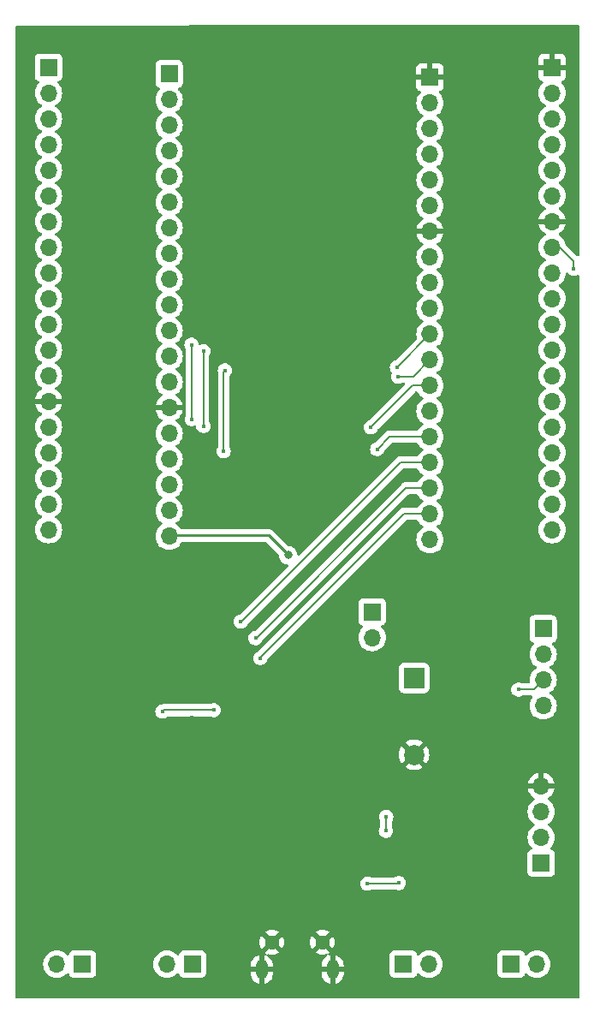
<source format=gbr>
%TF.GenerationSoftware,KiCad,Pcbnew,7.0.5-7.0.5~ubuntu22.04.1*%
%TF.CreationDate,2023-07-06T21:51:13-03:00*%
%TF.ProjectId,Dev-kit-multiboards,4465762d-6b69-4742-9d6d-756c7469626f,rev?*%
%TF.SameCoordinates,Original*%
%TF.FileFunction,Copper,L2,Bot*%
%TF.FilePolarity,Positive*%
%FSLAX46Y46*%
G04 Gerber Fmt 4.6, Leading zero omitted, Abs format (unit mm)*
G04 Created by KiCad (PCBNEW 7.0.5-7.0.5~ubuntu22.04.1) date 2023-07-06 21:51:13*
%MOMM*%
%LPD*%
G01*
G04 APERTURE LIST*
%TA.AperFunction,ComponentPad*%
%ADD10R,1.700000X1.700000*%
%TD*%
%TA.AperFunction,ComponentPad*%
%ADD11O,1.700000X1.700000*%
%TD*%
%TA.AperFunction,ComponentPad*%
%ADD12C,1.450000*%
%TD*%
%TA.AperFunction,ComponentPad*%
%ADD13O,1.200000X1.900000*%
%TD*%
%TA.AperFunction,ComponentPad*%
%ADD14R,2.000000X2.000000*%
%TD*%
%TA.AperFunction,ComponentPad*%
%ADD15C,2.000000*%
%TD*%
%TA.AperFunction,ViaPad*%
%ADD16C,0.400000*%
%TD*%
%TA.AperFunction,ViaPad*%
%ADD17C,0.800000*%
%TD*%
%TA.AperFunction,Conductor*%
%ADD18C,0.200000*%
%TD*%
%TA.AperFunction,Conductor*%
%ADD19C,0.152000*%
%TD*%
%TA.AperFunction,Conductor*%
%ADD20C,0.250000*%
%TD*%
G04 APERTURE END LIST*
D10*
%TO.P,JP1,1,A*%
%TO.N,Buzzer*%
X125840000Y-92110000D03*
D11*
%TO.P,JP1,2,B*%
%TO.N,Net-(BUZZER1--)*%
X125840000Y-94650000D03*
%TD*%
D12*
%TO.P,J10,6,Shield*%
%TO.N,Earth*%
X120930000Y-124787500D03*
D13*
X114930000Y-127487500D03*
D12*
X115930000Y-124787500D03*
D13*
X121930000Y-127487500D03*
%TD*%
D10*
%TO.P,J2,1,Pin_1*%
%TO.N,IO23*%
X142760000Y-93790000D03*
D11*
%TO.P,J2,2,Pin_2*%
%TO.N,IO19*%
X142760000Y-96330000D03*
%TO.P,J2,3,Pin_3*%
%TO.N,CLK*%
X142760000Y-98870000D03*
%TO.P,J2,4,Pin_4*%
%TO.N,CS*%
X142760000Y-101410000D03*
%TD*%
D10*
%TO.P,J7,1,Pin_1*%
%TO.N,DAC_1*%
X108080000Y-126950000D03*
D11*
%TO.P,J7,2,Pin_2*%
%TO.N,DAC_2*%
X105540000Y-126950000D03*
%TD*%
D10*
%TO.P,J4,1,Pin_1*%
%TO.N,+3.3V*%
X105760000Y-38916250D03*
D11*
%TO.P,J4,2,Pin_2*%
%TO.N,EN_ESP32*%
X105760000Y-41456250D03*
%TO.P,J4,3,Pin_3*%
%TO.N,ADC1*%
X105760000Y-43996250D03*
%TO.P,J4,4,Pin_4*%
%TO.N,IO39*%
X105760000Y-46536250D03*
%TO.P,J4,5,Pin_5*%
%TO.N,IO34*%
X105760000Y-49076250D03*
%TO.P,J4,6,Pin_6*%
%TO.N,IO35*%
X105760000Y-51616250D03*
%TO.P,J4,7,Pin_7*%
%TO.N,IO32*%
X105760000Y-54156250D03*
%TO.P,J4,8,Pin_8*%
%TO.N,IO33*%
X105760000Y-56696250D03*
%TO.P,J4,9,Pin_9*%
%TO.N,DAC_1*%
X105760000Y-59236250D03*
%TO.P,J4,10,Pin_10*%
%TO.N,DAC_2*%
X105760000Y-61776250D03*
%TO.P,J4,11,Pin_11*%
%TO.N,IO27*%
X105760000Y-64316250D03*
%TO.P,J4,12,Pin_12*%
%TO.N,IO14*%
X105760000Y-66856250D03*
%TO.P,J4,13,Pin_13*%
%TO.N,IO12*%
X105760000Y-69396250D03*
%TO.P,J4,14,Pin_14*%
%TO.N,Earth*%
X105760000Y-71936250D03*
%TO.P,J4,15,Pin_15*%
%TO.N,IO13*%
X105760000Y-74476250D03*
%TO.P,J4,16,Pin_16*%
%TO.N,IO9*%
X105760000Y-77016250D03*
%TO.P,J4,17,Pin_17*%
%TO.N,IO10*%
X105760000Y-79556250D03*
%TO.P,J4,18,Pin_18*%
%TO.N,IO11*%
X105760000Y-82096250D03*
%TO.P,J4,19,Pin_19*%
%TO.N,+5V*%
X105760000Y-84636250D03*
%TD*%
D10*
%TO.P,J9,1,Pin_1*%
%TO.N,Earth*%
X143650000Y-38270000D03*
D11*
%TO.P,J9,2,Pin_2*%
%TO.N,IO23*%
X143650000Y-40810000D03*
%TO.P,J9,3,Pin_3*%
%TO.N,IO22*%
X143650000Y-43350000D03*
%TO.P,J9,4,Pin_4*%
%TO.N,IO1*%
X143650000Y-45890000D03*
%TO.P,J9,5,Pin_5*%
%TO.N,IO3*%
X143650000Y-48430000D03*
%TO.P,J9,6,Pin_6*%
%TO.N,IO21*%
X143650000Y-50970000D03*
%TO.P,J9,7,Pin_7*%
%TO.N,Earth*%
X143650000Y-53510000D03*
%TO.P,J9,8,Pin_8*%
%TO.N,IO19*%
X143650000Y-56050000D03*
%TO.P,J9,9,Pin_9*%
%TO.N,CLK*%
X143650000Y-58590000D03*
%TO.P,J9,10,Pin_10*%
%TO.N,CS*%
X143650000Y-61130000D03*
%TO.P,J9,11,Pin_11*%
%TO.N,IO17*%
X143650000Y-63670000D03*
%TO.P,J9,12,Pin_12*%
%TO.N,IO16*%
X143650000Y-66210000D03*
%TO.P,J9,13,Pin_13*%
%TO.N,ADC2*%
X143650000Y-68750000D03*
%TO.P,J9,14,Pin_14*%
%TO.N,IO0*%
X143650000Y-71290000D03*
%TO.P,J9,15,Pin_15*%
%TO.N,Buzzer*%
X143650000Y-73830000D03*
%TO.P,J9,16,Pin_16*%
%TO.N,BUTTON1*%
X143650000Y-76370000D03*
%TO.P,J9,17,Pin_17*%
%TO.N,BUTTON2*%
X143650000Y-78910000D03*
%TO.P,J9,18,Pin_18*%
%TO.N,BUTTON3*%
X143650000Y-81450000D03*
%TO.P,J9,19,Pin_19*%
%TO.N,IO6*%
X143650000Y-83990000D03*
%TD*%
%TO.P,J3,2,Pin_2*%
%TO.N,IO16*%
X142140000Y-126950000D03*
D10*
%TO.P,J3,1,Pin_1*%
%TO.N,IO17*%
X139600000Y-126950000D03*
%TD*%
%TO.P,J6,1,Pin_1*%
%TO.N,ADC1*%
X128930000Y-126950000D03*
D11*
%TO.P,J6,2,Pin_2*%
%TO.N,ADC2*%
X131470000Y-126950000D03*
%TD*%
D10*
%TO.P,J5,1,Pin_1*%
%TO.N,Earth*%
X131560000Y-39256250D03*
D11*
%TO.P,J5,2,Pin_2*%
%TO.N,IO23*%
X131560000Y-41796250D03*
%TO.P,J5,3,Pin_3*%
%TO.N,IO22*%
X131560000Y-44336250D03*
%TO.P,J5,4,Pin_4*%
%TO.N,IO1*%
X131560000Y-46876250D03*
%TO.P,J5,5,Pin_5*%
%TO.N,IO3*%
X131560000Y-49416250D03*
%TO.P,J5,6,Pin_6*%
%TO.N,IO21*%
X131560000Y-51956250D03*
%TO.P,J5,7,Pin_7*%
%TO.N,Earth*%
X131560000Y-54496250D03*
%TO.P,J5,8,Pin_8*%
%TO.N,IO19*%
X131560000Y-57036250D03*
%TO.P,J5,9,Pin_9*%
%TO.N,CLK*%
X131560000Y-59576250D03*
%TO.P,J5,10,Pin_10*%
%TO.N,CS*%
X131560000Y-62116250D03*
%TO.P,J5,11,Pin_11*%
%TO.N,IO17*%
X131560000Y-64656250D03*
%TO.P,J5,12,Pin_12*%
%TO.N,IO16*%
X131560000Y-67196250D03*
%TO.P,J5,13,Pin_13*%
%TO.N,ADC2*%
X131560000Y-69736250D03*
%TO.P,J5,14,Pin_14*%
%TO.N,IO0*%
X131560000Y-72276250D03*
%TO.P,J5,15,Pin_15*%
%TO.N,Buzzer*%
X131560000Y-74816250D03*
%TO.P,J5,16,Pin_16*%
%TO.N,BUTTON1*%
X131560000Y-77356250D03*
%TO.P,J5,17,Pin_17*%
%TO.N,BUTTON2*%
X131560000Y-79896250D03*
%TO.P,J5,18,Pin_18*%
%TO.N,BUTTON3*%
X131560000Y-82436250D03*
%TO.P,J5,19,Pin_19*%
%TO.N,IO6*%
X131560000Y-84976250D03*
%TD*%
D10*
%TO.P,J12,1,Pin_1*%
%TO.N,IO10*%
X97190000Y-126950000D03*
D11*
%TO.P,J12,2,Pin_2*%
%TO.N,IO11*%
X94650000Y-126950000D03*
%TD*%
D10*
%TO.P,J8,1,Pin_1*%
%TO.N,+3.3V*%
X93830000Y-38270000D03*
D11*
%TO.P,J8,2,Pin_2*%
%TO.N,EN_ESP32*%
X93830000Y-40810000D03*
%TO.P,J8,3,Pin_3*%
%TO.N,ADC1*%
X93830000Y-43350000D03*
%TO.P,J8,4,Pin_4*%
%TO.N,IO39*%
X93830000Y-45890000D03*
%TO.P,J8,5,Pin_5*%
%TO.N,IO34*%
X93830000Y-48430000D03*
%TO.P,J8,6,Pin_6*%
%TO.N,IO35*%
X93830000Y-50970000D03*
%TO.P,J8,7,Pin_7*%
%TO.N,IO32*%
X93830000Y-53510000D03*
%TO.P,J8,8,Pin_8*%
%TO.N,IO33*%
X93830000Y-56050000D03*
%TO.P,J8,9,Pin_9*%
%TO.N,DAC_1*%
X93830000Y-58590000D03*
%TO.P,J8,10,Pin_10*%
%TO.N,DAC_2*%
X93830000Y-61130000D03*
%TO.P,J8,11,Pin_11*%
%TO.N,IO27*%
X93830000Y-63670000D03*
%TO.P,J8,12,Pin_12*%
%TO.N,IO14*%
X93830000Y-66210000D03*
%TO.P,J8,13,Pin_13*%
%TO.N,IO12*%
X93830000Y-68750000D03*
%TO.P,J8,14,Pin_14*%
%TO.N,Earth*%
X93830000Y-71290000D03*
%TO.P,J8,15,Pin_15*%
%TO.N,IO13*%
X93830000Y-73830000D03*
%TO.P,J8,16,Pin_16*%
%TO.N,IO9*%
X93830000Y-76370000D03*
%TO.P,J8,17,Pin_17*%
%TO.N,IO10*%
X93830000Y-78910000D03*
%TO.P,J8,18,Pin_18*%
%TO.N,IO11*%
X93830000Y-81450000D03*
%TO.P,J8,19,Pin_19*%
%TO.N,+5V*%
X93830000Y-83990000D03*
%TD*%
D10*
%TO.P,J1,1,Pin_1*%
%TO.N,+3.3V*%
X142570000Y-116970000D03*
D11*
%TO.P,J1,2,Pin_2*%
%TO.N,IO21*%
X142570000Y-114430000D03*
%TO.P,J1,3,Pin_3*%
%TO.N,IO22*%
X142570000Y-111890000D03*
%TO.P,J1,4,Pin_4*%
%TO.N,Earth*%
X142570000Y-109350000D03*
%TD*%
D14*
%TO.P,BUZZER1,1,-*%
%TO.N,Net-(BUZZER1--)*%
X129990000Y-98650000D03*
D15*
%TO.P,BUZZER1,2,+*%
%TO.N,Earth*%
X129990000Y-106250000D03*
%TD*%
D16*
%TO.N,+3.3V*%
X105090000Y-101980000D03*
X110170000Y-101840000D03*
X128480000Y-118930000D03*
X125390000Y-119000000D03*
D17*
%TO.N,+5V*%
X117530000Y-86510000D03*
D16*
%TO.N,Buzzer*%
X126340000Y-76030000D03*
%TO.N,Earth*%
X141940000Y-38280000D03*
X128980000Y-114120000D03*
X94550000Y-102610000D03*
X99845000Y-99465000D03*
X127630000Y-106200000D03*
X133360000Y-54500000D03*
X101260000Y-102460000D03*
X119110000Y-114120000D03*
X133810000Y-39280000D03*
X142560000Y-107180000D03*
X105375000Y-99445000D03*
X107960000Y-102550000D03*
X141870000Y-53510000D03*
%TO.N,BUTTON3*%
X114790000Y-96690000D03*
%TO.N,BUTTON1*%
X112855000Y-93075000D03*
%TO.N,BUTTON2*%
X114310000Y-94710000D03*
%TO.N,IO19*%
X145789500Y-58180000D03*
%TO.N,CLK*%
X140300000Y-99800000D03*
%TO.N,IO17*%
X128290000Y-67940000D03*
%TO.N,IO16*%
X128400500Y-68860000D03*
%TO.N,ADC1*%
X111160000Y-76230000D03*
X111270000Y-68230000D03*
%TO.N,DAC_1*%
X109140000Y-73750000D03*
X109140000Y-66330000D03*
%TO.N,DAC_2*%
X107970000Y-65700000D03*
X107990000Y-73060000D03*
%TO.N,ADC2*%
X127234647Y-112375353D03*
X125715000Y-73865000D03*
X127200000Y-113780000D03*
%TD*%
D18*
%TO.N,Buzzer*%
X127553750Y-74816250D02*
X131560000Y-74816250D01*
X126340000Y-76030000D02*
X127553750Y-74816250D01*
%TO.N,+3.3V*%
X105230000Y-101840000D02*
X105090000Y-101980000D01*
X110170000Y-101840000D02*
X105230000Y-101840000D01*
D19*
X128410000Y-119000000D02*
X128480000Y-118930000D01*
X125390000Y-119000000D02*
X128410000Y-119000000D01*
D20*
%TO.N,+5V*%
X117530000Y-86510000D02*
X115580000Y-84560000D01*
X115580000Y-84560000D02*
X105836250Y-84560000D01*
X105836250Y-84560000D02*
X105760000Y-84636250D01*
D18*
%TO.N,BUTTON1*%
X112925000Y-93075000D02*
X128643750Y-77356250D01*
X112855000Y-93075000D02*
X112925000Y-93075000D01*
X128643750Y-77356250D02*
X131560000Y-77356250D01*
%TO.N,BUTTON2*%
X114390000Y-94710000D02*
X129203750Y-79896250D01*
X129203750Y-79896250D02*
X131560000Y-79896250D01*
X114310000Y-94710000D02*
X114390000Y-94710000D01*
%TO.N,BUTTON3*%
X114790000Y-96610000D02*
X128963750Y-82436250D01*
X114790000Y-96690000D02*
X114790000Y-96610000D01*
X128963750Y-82436250D02*
X131560000Y-82436250D01*
D19*
%TO.N,IO19*%
X145789500Y-58180000D02*
X145789500Y-57409500D01*
X145789500Y-57409500D02*
X144430000Y-56050000D01*
X144430000Y-56050000D02*
X143650000Y-56050000D01*
D18*
%TO.N,CLK*%
X140300000Y-99800000D02*
X141830000Y-99800000D01*
X141830000Y-99800000D02*
X142760000Y-98870000D01*
D19*
%TO.N,IO17*%
X128290000Y-67926250D02*
X131560000Y-64656250D01*
X128290000Y-67940000D02*
X128290000Y-67926250D01*
%TO.N,IO16*%
X129896250Y-68860000D02*
X131560000Y-67196250D01*
X128400500Y-68860000D02*
X129896250Y-68860000D01*
%TO.N,ADC1*%
X111160000Y-68340000D02*
X111270000Y-68230000D01*
X111160000Y-76230000D02*
X111160000Y-68340000D01*
%TO.N,DAC_1*%
X109140000Y-73750000D02*
X109140000Y-66330000D01*
D18*
%TO.N,DAC_2*%
X107970000Y-65700000D02*
X107970000Y-73040000D01*
X107970000Y-73040000D02*
X107990000Y-73060000D01*
%TO.N,ADC2*%
X127234647Y-113745353D02*
X127200000Y-113780000D01*
X129843750Y-69736250D02*
X131560000Y-69736250D01*
X127234647Y-112375353D02*
X127234647Y-113745353D01*
X125715000Y-73865000D02*
X129843750Y-69736250D01*
%TD*%
%TA.AperFunction,Conductor*%
%TO.N,Earth*%
G36*
X146272539Y-34090185D02*
G01*
X146318294Y-34142989D01*
X146329500Y-34194500D01*
X146329500Y-56834844D01*
X146309815Y-56901883D01*
X146257011Y-56947638D01*
X146187853Y-56957582D01*
X146124297Y-56928557D01*
X146117819Y-56922525D01*
X144999471Y-55804177D01*
X144967377Y-55748588D01*
X144965998Y-55743443D01*
X144944811Y-55664369D01*
X144923906Y-55586346D01*
X144923904Y-55586342D01*
X144923903Y-55586337D01*
X144824035Y-55372171D01*
X144794707Y-55330285D01*
X144688494Y-55178597D01*
X144521402Y-55011506D01*
X144521401Y-55011505D01*
X144335405Y-54881269D01*
X144291781Y-54826692D01*
X144284588Y-54757193D01*
X144316110Y-54694839D01*
X144335405Y-54678119D01*
X144521082Y-54548105D01*
X144688105Y-54381082D01*
X144823600Y-54187578D01*
X144923429Y-53973492D01*
X144923432Y-53973486D01*
X144980636Y-53760000D01*
X144083686Y-53760000D01*
X144109493Y-53719844D01*
X144150000Y-53581889D01*
X144150000Y-53438111D01*
X144109493Y-53300156D01*
X144083686Y-53260000D01*
X144980636Y-53260000D01*
X144980635Y-53259999D01*
X144923432Y-53046513D01*
X144923429Y-53046507D01*
X144823600Y-52832422D01*
X144823599Y-52832420D01*
X144688113Y-52638926D01*
X144688108Y-52638920D01*
X144521078Y-52471890D01*
X144335405Y-52341879D01*
X144291780Y-52287302D01*
X144284588Y-52217804D01*
X144316110Y-52155449D01*
X144335406Y-52138730D01*
X144419404Y-52079914D01*
X144521401Y-52008495D01*
X144688495Y-51841401D01*
X144824035Y-51647830D01*
X144923903Y-51433663D01*
X144985063Y-51205408D01*
X145005659Y-50970000D01*
X144985063Y-50734592D01*
X144923903Y-50506337D01*
X144824035Y-50292171D01*
X144794707Y-50250285D01*
X144688494Y-50098597D01*
X144521402Y-49931506D01*
X144521396Y-49931501D01*
X144335842Y-49801575D01*
X144292217Y-49746998D01*
X144285023Y-49677500D01*
X144316546Y-49615145D01*
X144335842Y-49598425D01*
X144419404Y-49539914D01*
X144521401Y-49468495D01*
X144688495Y-49301401D01*
X144824035Y-49107830D01*
X144923903Y-48893663D01*
X144985063Y-48665408D01*
X145005659Y-48430000D01*
X144985063Y-48194592D01*
X144923903Y-47966337D01*
X144824035Y-47752171D01*
X144794707Y-47710285D01*
X144688494Y-47558597D01*
X144521402Y-47391506D01*
X144521396Y-47391501D01*
X144335842Y-47261575D01*
X144292217Y-47206998D01*
X144285023Y-47137500D01*
X144316546Y-47075145D01*
X144335842Y-47058425D01*
X144419404Y-46999914D01*
X144521401Y-46928495D01*
X144688495Y-46761401D01*
X144824035Y-46567830D01*
X144923903Y-46353663D01*
X144985063Y-46125408D01*
X145005659Y-45890000D01*
X144985063Y-45654592D01*
X144923903Y-45426337D01*
X144824035Y-45212171D01*
X144794707Y-45170285D01*
X144688494Y-45018597D01*
X144521402Y-44851506D01*
X144521396Y-44851501D01*
X144335842Y-44721575D01*
X144292217Y-44666998D01*
X144285023Y-44597500D01*
X144316546Y-44535145D01*
X144335842Y-44518425D01*
X144419404Y-44459914D01*
X144521401Y-44388495D01*
X144688495Y-44221401D01*
X144824035Y-44027830D01*
X144923903Y-43813663D01*
X144985063Y-43585408D01*
X145005659Y-43350000D01*
X144985063Y-43114592D01*
X144923903Y-42886337D01*
X144824035Y-42672171D01*
X144794707Y-42630285D01*
X144688494Y-42478597D01*
X144521402Y-42311506D01*
X144521396Y-42311501D01*
X144335842Y-42181575D01*
X144292217Y-42126998D01*
X144285023Y-42057500D01*
X144316546Y-41995145D01*
X144335842Y-41978425D01*
X144419404Y-41919914D01*
X144521401Y-41848495D01*
X144688495Y-41681401D01*
X144824035Y-41487830D01*
X144923903Y-41273663D01*
X144985063Y-41045408D01*
X145005659Y-40810000D01*
X144985063Y-40574592D01*
X144938626Y-40401285D01*
X144923905Y-40346344D01*
X144923904Y-40346343D01*
X144923903Y-40346337D01*
X144824035Y-40132171D01*
X144818171Y-40123797D01*
X144688496Y-39938600D01*
X144688495Y-39938599D01*
X144566179Y-39816283D01*
X144532696Y-39754963D01*
X144537680Y-39685271D01*
X144579551Y-39629337D01*
X144610529Y-39612422D01*
X144742086Y-39563354D01*
X144742093Y-39563350D01*
X144857187Y-39477190D01*
X144857190Y-39477187D01*
X144943350Y-39362093D01*
X144943354Y-39362086D01*
X144993596Y-39227379D01*
X144993598Y-39227372D01*
X144999999Y-39167844D01*
X145000000Y-39167827D01*
X145000000Y-38520000D01*
X144083686Y-38520000D01*
X144109493Y-38479844D01*
X144150000Y-38341889D01*
X144150000Y-38198111D01*
X144109493Y-38060156D01*
X144083686Y-38020000D01*
X145000000Y-38020000D01*
X145000000Y-37372172D01*
X144999999Y-37372155D01*
X144993598Y-37312627D01*
X144993596Y-37312620D01*
X144943354Y-37177913D01*
X144943350Y-37177906D01*
X144857190Y-37062812D01*
X144857187Y-37062809D01*
X144742093Y-36976649D01*
X144742086Y-36976645D01*
X144607379Y-36926403D01*
X144607372Y-36926401D01*
X144547844Y-36920000D01*
X143900000Y-36920000D01*
X143900000Y-37834498D01*
X143792315Y-37785320D01*
X143685763Y-37770000D01*
X143614237Y-37770000D01*
X143507685Y-37785320D01*
X143400000Y-37834498D01*
X143400000Y-36920000D01*
X142752155Y-36920000D01*
X142692627Y-36926401D01*
X142692620Y-36926403D01*
X142557913Y-36976645D01*
X142557906Y-36976649D01*
X142442812Y-37062809D01*
X142442809Y-37062812D01*
X142356649Y-37177906D01*
X142356645Y-37177913D01*
X142306403Y-37312620D01*
X142306401Y-37312627D01*
X142300000Y-37372155D01*
X142300000Y-38020000D01*
X143216314Y-38020000D01*
X143190507Y-38060156D01*
X143150000Y-38198111D01*
X143150000Y-38341889D01*
X143190507Y-38479844D01*
X143216314Y-38520000D01*
X142300000Y-38520000D01*
X142300000Y-39167844D01*
X142306401Y-39227372D01*
X142306403Y-39227379D01*
X142356645Y-39362086D01*
X142356649Y-39362093D01*
X142442809Y-39477187D01*
X142442812Y-39477190D01*
X142557906Y-39563350D01*
X142557913Y-39563354D01*
X142689470Y-39612421D01*
X142745403Y-39654292D01*
X142769821Y-39719756D01*
X142754970Y-39788029D01*
X142733819Y-39816284D01*
X142611503Y-39938600D01*
X142475965Y-40132169D01*
X142475964Y-40132171D01*
X142376098Y-40346335D01*
X142376094Y-40346344D01*
X142314938Y-40574586D01*
X142314936Y-40574596D01*
X142294341Y-40809999D01*
X142294341Y-40810000D01*
X142314936Y-41045403D01*
X142314938Y-41045413D01*
X142376094Y-41273655D01*
X142376096Y-41273659D01*
X142376097Y-41273663D01*
X142461239Y-41456250D01*
X142475965Y-41487830D01*
X142475967Y-41487834D01*
X142611501Y-41681395D01*
X142611506Y-41681402D01*
X142778597Y-41848493D01*
X142778603Y-41848498D01*
X142964158Y-41978425D01*
X143007783Y-42033002D01*
X143014977Y-42102500D01*
X142983454Y-42164855D01*
X142964158Y-42181575D01*
X142778597Y-42311505D01*
X142611505Y-42478597D01*
X142475965Y-42672169D01*
X142475964Y-42672171D01*
X142376098Y-42886335D01*
X142376094Y-42886344D01*
X142314938Y-43114586D01*
X142314936Y-43114596D01*
X142294341Y-43349999D01*
X142294341Y-43350000D01*
X142314936Y-43585403D01*
X142314938Y-43585413D01*
X142376094Y-43813655D01*
X142376096Y-43813659D01*
X142376097Y-43813663D01*
X142461239Y-43996250D01*
X142475965Y-44027830D01*
X142475967Y-44027834D01*
X142611501Y-44221395D01*
X142611506Y-44221402D01*
X142778597Y-44388493D01*
X142778603Y-44388498D01*
X142964158Y-44518425D01*
X143007783Y-44573002D01*
X143014977Y-44642500D01*
X142983454Y-44704855D01*
X142964158Y-44721575D01*
X142778597Y-44851505D01*
X142611505Y-45018597D01*
X142475965Y-45212169D01*
X142475964Y-45212171D01*
X142376098Y-45426335D01*
X142376094Y-45426344D01*
X142314938Y-45654586D01*
X142314936Y-45654596D01*
X142294341Y-45889999D01*
X142294341Y-45890000D01*
X142314936Y-46125403D01*
X142314938Y-46125413D01*
X142376094Y-46353655D01*
X142376096Y-46353659D01*
X142376097Y-46353663D01*
X142461239Y-46536250D01*
X142475965Y-46567830D01*
X142475967Y-46567834D01*
X142611501Y-46761395D01*
X142611506Y-46761402D01*
X142778597Y-46928493D01*
X142778603Y-46928498D01*
X142964158Y-47058425D01*
X143007783Y-47113002D01*
X143014977Y-47182500D01*
X142983454Y-47244855D01*
X142964158Y-47261575D01*
X142778597Y-47391505D01*
X142611505Y-47558597D01*
X142475965Y-47752169D01*
X142475964Y-47752171D01*
X142376098Y-47966335D01*
X142376094Y-47966344D01*
X142314938Y-48194586D01*
X142314936Y-48194596D01*
X142294341Y-48429999D01*
X142294341Y-48430000D01*
X142314936Y-48665403D01*
X142314938Y-48665413D01*
X142376094Y-48893655D01*
X142376096Y-48893659D01*
X142376097Y-48893663D01*
X142461239Y-49076250D01*
X142475965Y-49107830D01*
X142475967Y-49107834D01*
X142611501Y-49301395D01*
X142611506Y-49301402D01*
X142778597Y-49468493D01*
X142778603Y-49468498D01*
X142964158Y-49598425D01*
X143007783Y-49653002D01*
X143014977Y-49722500D01*
X142983454Y-49784855D01*
X142964158Y-49801575D01*
X142778597Y-49931505D01*
X142611505Y-50098597D01*
X142475965Y-50292169D01*
X142475964Y-50292171D01*
X142376098Y-50506335D01*
X142376094Y-50506344D01*
X142314938Y-50734586D01*
X142314936Y-50734596D01*
X142294341Y-50969999D01*
X142294341Y-50970000D01*
X142314936Y-51205403D01*
X142314938Y-51205413D01*
X142376094Y-51433655D01*
X142376096Y-51433659D01*
X142376097Y-51433663D01*
X142461239Y-51616250D01*
X142475965Y-51647830D01*
X142475967Y-51647834D01*
X142611501Y-51841395D01*
X142611506Y-51841402D01*
X142778597Y-52008493D01*
X142778603Y-52008498D01*
X142964594Y-52138730D01*
X143008219Y-52193307D01*
X143015413Y-52262805D01*
X142983890Y-52325160D01*
X142964595Y-52341880D01*
X142778922Y-52471890D01*
X142778920Y-52471891D01*
X142611891Y-52638920D01*
X142611886Y-52638926D01*
X142476400Y-52832420D01*
X142476399Y-52832422D01*
X142376570Y-53046507D01*
X142376567Y-53046513D01*
X142319364Y-53259999D01*
X142319364Y-53260000D01*
X143216314Y-53260000D01*
X143190507Y-53300156D01*
X143150000Y-53438111D01*
X143150000Y-53581889D01*
X143190507Y-53719844D01*
X143216314Y-53760000D01*
X142319364Y-53760000D01*
X142376567Y-53973486D01*
X142376570Y-53973492D01*
X142476399Y-54187578D01*
X142611894Y-54381082D01*
X142778917Y-54548105D01*
X142964595Y-54678119D01*
X143008219Y-54732696D01*
X143015412Y-54802195D01*
X142983890Y-54864549D01*
X142964595Y-54881269D01*
X142778594Y-55011508D01*
X142611505Y-55178597D01*
X142475965Y-55372169D01*
X142475964Y-55372171D01*
X142376098Y-55586335D01*
X142376094Y-55586344D01*
X142314938Y-55814586D01*
X142314936Y-55814596D01*
X142294341Y-56049999D01*
X142294341Y-56050000D01*
X142314936Y-56285403D01*
X142314938Y-56285413D01*
X142376094Y-56513655D01*
X142376096Y-56513659D01*
X142376097Y-56513663D01*
X142461239Y-56696250D01*
X142475965Y-56727830D01*
X142475967Y-56727834D01*
X142611501Y-56921395D01*
X142611506Y-56921402D01*
X142778597Y-57088493D01*
X142778603Y-57088498D01*
X142964158Y-57218425D01*
X143007783Y-57273002D01*
X143014977Y-57342500D01*
X142983454Y-57404855D01*
X142964158Y-57421575D01*
X142778597Y-57551505D01*
X142611505Y-57718597D01*
X142475965Y-57912169D01*
X142475964Y-57912171D01*
X142376098Y-58126335D01*
X142376094Y-58126344D01*
X142314938Y-58354586D01*
X142314936Y-58354596D01*
X142294341Y-58589999D01*
X142294341Y-58590000D01*
X142314936Y-58825403D01*
X142314938Y-58825413D01*
X142376094Y-59053655D01*
X142376096Y-59053659D01*
X142376097Y-59053663D01*
X142461239Y-59236250D01*
X142475965Y-59267830D01*
X142475967Y-59267834D01*
X142611501Y-59461395D01*
X142611506Y-59461402D01*
X142778597Y-59628493D01*
X142778603Y-59628498D01*
X142964158Y-59758425D01*
X143007783Y-59813002D01*
X143014977Y-59882500D01*
X142983454Y-59944855D01*
X142964158Y-59961575D01*
X142778597Y-60091505D01*
X142611505Y-60258597D01*
X142475965Y-60452169D01*
X142475964Y-60452171D01*
X142376098Y-60666335D01*
X142376094Y-60666344D01*
X142314938Y-60894586D01*
X142314936Y-60894596D01*
X142294341Y-61129999D01*
X142294341Y-61130000D01*
X142314936Y-61365403D01*
X142314938Y-61365413D01*
X142376094Y-61593655D01*
X142376096Y-61593659D01*
X142376097Y-61593663D01*
X142461239Y-61776250D01*
X142475965Y-61807830D01*
X142475967Y-61807834D01*
X142611501Y-62001395D01*
X142611506Y-62001402D01*
X142778597Y-62168493D01*
X142778603Y-62168498D01*
X142964158Y-62298425D01*
X143007783Y-62353002D01*
X143014977Y-62422500D01*
X142983454Y-62484855D01*
X142964158Y-62501575D01*
X142778597Y-62631505D01*
X142611505Y-62798597D01*
X142475965Y-62992169D01*
X142475964Y-62992171D01*
X142376098Y-63206335D01*
X142376094Y-63206344D01*
X142314938Y-63434586D01*
X142314936Y-63434596D01*
X142294341Y-63669999D01*
X142294341Y-63670000D01*
X142314936Y-63905403D01*
X142314938Y-63905413D01*
X142376094Y-64133655D01*
X142376096Y-64133659D01*
X142376097Y-64133663D01*
X142461239Y-64316250D01*
X142475965Y-64347830D01*
X142475967Y-64347834D01*
X142611501Y-64541395D01*
X142611506Y-64541402D01*
X142778597Y-64708493D01*
X142778603Y-64708498D01*
X142964158Y-64838425D01*
X143007783Y-64893002D01*
X143014977Y-64962500D01*
X142983454Y-65024855D01*
X142964158Y-65041575D01*
X142778597Y-65171505D01*
X142611505Y-65338597D01*
X142475965Y-65532169D01*
X142475964Y-65532171D01*
X142376098Y-65746335D01*
X142376094Y-65746344D01*
X142314938Y-65974586D01*
X142314936Y-65974596D01*
X142294341Y-66209999D01*
X142294341Y-66210000D01*
X142314936Y-66445403D01*
X142314938Y-66445413D01*
X142376094Y-66673655D01*
X142376096Y-66673659D01*
X142376097Y-66673663D01*
X142461239Y-66856250D01*
X142475965Y-66887830D01*
X142475967Y-66887834D01*
X142611501Y-67081395D01*
X142611506Y-67081402D01*
X142778597Y-67248493D01*
X142778603Y-67248498D01*
X142964158Y-67378425D01*
X143007783Y-67433002D01*
X143014977Y-67502500D01*
X142983454Y-67564855D01*
X142964158Y-67581575D01*
X142778597Y-67711505D01*
X142611505Y-67878597D01*
X142475965Y-68072169D01*
X142475964Y-68072171D01*
X142376098Y-68286335D01*
X142376094Y-68286344D01*
X142314938Y-68514586D01*
X142314936Y-68514596D01*
X142294341Y-68749999D01*
X142294341Y-68750000D01*
X142314936Y-68985403D01*
X142314938Y-68985413D01*
X142376094Y-69213655D01*
X142376096Y-69213659D01*
X142376097Y-69213663D01*
X142461239Y-69396250D01*
X142475965Y-69427830D01*
X142475967Y-69427834D01*
X142611501Y-69621395D01*
X142611506Y-69621402D01*
X142778597Y-69788493D01*
X142778603Y-69788498D01*
X142964158Y-69918425D01*
X143007783Y-69973002D01*
X143014977Y-70042500D01*
X142983454Y-70104855D01*
X142964158Y-70121575D01*
X142778597Y-70251505D01*
X142611505Y-70418597D01*
X142475965Y-70612169D01*
X142475964Y-70612171D01*
X142376098Y-70826335D01*
X142376094Y-70826344D01*
X142314938Y-71054586D01*
X142314936Y-71054596D01*
X142294341Y-71289999D01*
X142294341Y-71290000D01*
X142314936Y-71525403D01*
X142314938Y-71525413D01*
X142376094Y-71753655D01*
X142376096Y-71753659D01*
X142376097Y-71753663D01*
X142475847Y-71967578D01*
X142475965Y-71967830D01*
X142475967Y-71967834D01*
X142611501Y-72161395D01*
X142611506Y-72161402D01*
X142778597Y-72328493D01*
X142778603Y-72328498D01*
X142964158Y-72458425D01*
X143007783Y-72513002D01*
X143014977Y-72582500D01*
X142983454Y-72644855D01*
X142964158Y-72661575D01*
X142778597Y-72791505D01*
X142611505Y-72958597D01*
X142475965Y-73152169D01*
X142475964Y-73152171D01*
X142376098Y-73366335D01*
X142376094Y-73366344D01*
X142314938Y-73594586D01*
X142314936Y-73594596D01*
X142294341Y-73829999D01*
X142294341Y-73830000D01*
X142314936Y-74065403D01*
X142314938Y-74065413D01*
X142376094Y-74293655D01*
X142376096Y-74293659D01*
X142376097Y-74293663D01*
X142461239Y-74476250D01*
X142475965Y-74507830D01*
X142475967Y-74507834D01*
X142611501Y-74701395D01*
X142611506Y-74701402D01*
X142778597Y-74868493D01*
X142778603Y-74868498D01*
X142964158Y-74998425D01*
X143007783Y-75053002D01*
X143014977Y-75122500D01*
X142983454Y-75184855D01*
X142964158Y-75201575D01*
X142778597Y-75331505D01*
X142611505Y-75498597D01*
X142475965Y-75692169D01*
X142475964Y-75692171D01*
X142376098Y-75906335D01*
X142376094Y-75906344D01*
X142314938Y-76134586D01*
X142314936Y-76134596D01*
X142294341Y-76369999D01*
X142294341Y-76370000D01*
X142314936Y-76605403D01*
X142314938Y-76605413D01*
X142376094Y-76833655D01*
X142376096Y-76833659D01*
X142376097Y-76833663D01*
X142461239Y-77016250D01*
X142475965Y-77047830D01*
X142475967Y-77047834D01*
X142611501Y-77241395D01*
X142611506Y-77241402D01*
X142778597Y-77408493D01*
X142778603Y-77408498D01*
X142964158Y-77538425D01*
X143007783Y-77593002D01*
X143014977Y-77662500D01*
X142983454Y-77724855D01*
X142964158Y-77741575D01*
X142778597Y-77871505D01*
X142611505Y-78038597D01*
X142475965Y-78232169D01*
X142475964Y-78232171D01*
X142376098Y-78446335D01*
X142376094Y-78446344D01*
X142314938Y-78674586D01*
X142314936Y-78674596D01*
X142294341Y-78909999D01*
X142294341Y-78910000D01*
X142314936Y-79145403D01*
X142314938Y-79145413D01*
X142376094Y-79373655D01*
X142376096Y-79373659D01*
X142376097Y-79373663D01*
X142461239Y-79556250D01*
X142475965Y-79587830D01*
X142475967Y-79587834D01*
X142611501Y-79781395D01*
X142611506Y-79781402D01*
X142778597Y-79948493D01*
X142778603Y-79948498D01*
X142964158Y-80078425D01*
X143007783Y-80133002D01*
X143014977Y-80202500D01*
X142983454Y-80264855D01*
X142964158Y-80281575D01*
X142778597Y-80411505D01*
X142611505Y-80578597D01*
X142475965Y-80772169D01*
X142475964Y-80772171D01*
X142376098Y-80986335D01*
X142376094Y-80986344D01*
X142314938Y-81214586D01*
X142314936Y-81214596D01*
X142294341Y-81449999D01*
X142294341Y-81450000D01*
X142314936Y-81685403D01*
X142314938Y-81685413D01*
X142376094Y-81913655D01*
X142376096Y-81913659D01*
X142376097Y-81913663D01*
X142461239Y-82096250D01*
X142475965Y-82127830D01*
X142475967Y-82127834D01*
X142611501Y-82321395D01*
X142611506Y-82321402D01*
X142778597Y-82488493D01*
X142778603Y-82488498D01*
X142964158Y-82618425D01*
X143007783Y-82673002D01*
X143014977Y-82742500D01*
X142983454Y-82804855D01*
X142964158Y-82821575D01*
X142778597Y-82951505D01*
X142611505Y-83118597D01*
X142475965Y-83312169D01*
X142475964Y-83312171D01*
X142376098Y-83526335D01*
X142376094Y-83526344D01*
X142314938Y-83754586D01*
X142314936Y-83754596D01*
X142294341Y-83989999D01*
X142294341Y-83990000D01*
X142314936Y-84225403D01*
X142314938Y-84225413D01*
X142376094Y-84453655D01*
X142376096Y-84453659D01*
X142376097Y-84453663D01*
X142461239Y-84636250D01*
X142475965Y-84667830D01*
X142475967Y-84667834D01*
X142527091Y-84740846D01*
X142611505Y-84861401D01*
X142778599Y-85028495D01*
X142875384Y-85096265D01*
X142972165Y-85164032D01*
X142972167Y-85164033D01*
X142972170Y-85164035D01*
X143186337Y-85263903D01*
X143414592Y-85325063D01*
X143602918Y-85341539D01*
X143649999Y-85345659D01*
X143650000Y-85345659D01*
X143650001Y-85345659D01*
X143689234Y-85342226D01*
X143885408Y-85325063D01*
X144113663Y-85263903D01*
X144327830Y-85164035D01*
X144521401Y-85028495D01*
X144688495Y-84861401D01*
X144824035Y-84667830D01*
X144923903Y-84453663D01*
X144985063Y-84225408D01*
X145005659Y-83990000D01*
X144985063Y-83754592D01*
X144923903Y-83526337D01*
X144824035Y-83312171D01*
X144794707Y-83270285D01*
X144688494Y-83118597D01*
X144521402Y-82951506D01*
X144521396Y-82951501D01*
X144335842Y-82821575D01*
X144292217Y-82766998D01*
X144285023Y-82697500D01*
X144316546Y-82635145D01*
X144335842Y-82618425D01*
X144419404Y-82559914D01*
X144521401Y-82488495D01*
X144688495Y-82321401D01*
X144824035Y-82127830D01*
X144923903Y-81913663D01*
X144985063Y-81685408D01*
X145005659Y-81450000D01*
X144985063Y-81214592D01*
X144923903Y-80986337D01*
X144824035Y-80772171D01*
X144794707Y-80730285D01*
X144688494Y-80578597D01*
X144521402Y-80411506D01*
X144521396Y-80411501D01*
X144335842Y-80281575D01*
X144292217Y-80226998D01*
X144285023Y-80157500D01*
X144316546Y-80095145D01*
X144335842Y-80078425D01*
X144419404Y-80019914D01*
X144521401Y-79948495D01*
X144688495Y-79781401D01*
X144824035Y-79587830D01*
X144923903Y-79373663D01*
X144985063Y-79145408D01*
X145005659Y-78910000D01*
X144985063Y-78674592D01*
X144923903Y-78446337D01*
X144824035Y-78232171D01*
X144794707Y-78190285D01*
X144688494Y-78038597D01*
X144521402Y-77871506D01*
X144521396Y-77871501D01*
X144335842Y-77741575D01*
X144292217Y-77686998D01*
X144285023Y-77617500D01*
X144316546Y-77555145D01*
X144335842Y-77538425D01*
X144419404Y-77479914D01*
X144521401Y-77408495D01*
X144688495Y-77241401D01*
X144824035Y-77047830D01*
X144923903Y-76833663D01*
X144985063Y-76605408D01*
X145005659Y-76370000D01*
X144985063Y-76134592D01*
X144923903Y-75906337D01*
X144824035Y-75692171D01*
X144794707Y-75650285D01*
X144688494Y-75498597D01*
X144521402Y-75331506D01*
X144521396Y-75331501D01*
X144335842Y-75201575D01*
X144292217Y-75146998D01*
X144285023Y-75077500D01*
X144316546Y-75015145D01*
X144335842Y-74998425D01*
X144419404Y-74939914D01*
X144521401Y-74868495D01*
X144688495Y-74701401D01*
X144824035Y-74507830D01*
X144923903Y-74293663D01*
X144985063Y-74065408D01*
X145005659Y-73830000D01*
X144985063Y-73594592D01*
X144923903Y-73366337D01*
X144824035Y-73152171D01*
X144802272Y-73121089D01*
X144688494Y-72958597D01*
X144521402Y-72791506D01*
X144521396Y-72791501D01*
X144335842Y-72661575D01*
X144292217Y-72606998D01*
X144285023Y-72537500D01*
X144316546Y-72475145D01*
X144335842Y-72458425D01*
X144419658Y-72399736D01*
X144521401Y-72328495D01*
X144688495Y-72161401D01*
X144824035Y-71967830D01*
X144923903Y-71753663D01*
X144985063Y-71525408D01*
X145005659Y-71290000D01*
X144985063Y-71054592D01*
X144923903Y-70826337D01*
X144824035Y-70612171D01*
X144802699Y-70581699D01*
X144688494Y-70418597D01*
X144521402Y-70251506D01*
X144521396Y-70251501D01*
X144335842Y-70121575D01*
X144292217Y-70066998D01*
X144285023Y-69997500D01*
X144316546Y-69935145D01*
X144335842Y-69918425D01*
X144419404Y-69859914D01*
X144521401Y-69788495D01*
X144688495Y-69621401D01*
X144824035Y-69427830D01*
X144923903Y-69213663D01*
X144985063Y-68985408D01*
X145005659Y-68750000D01*
X144985063Y-68514592D01*
X144923903Y-68286337D01*
X144824035Y-68072171D01*
X144794707Y-68030285D01*
X144688494Y-67878597D01*
X144521402Y-67711506D01*
X144521396Y-67711501D01*
X144335842Y-67581575D01*
X144292217Y-67526998D01*
X144285023Y-67457500D01*
X144316546Y-67395145D01*
X144335842Y-67378425D01*
X144419404Y-67319914D01*
X144521401Y-67248495D01*
X144688495Y-67081401D01*
X144824035Y-66887830D01*
X144923903Y-66673663D01*
X144985063Y-66445408D01*
X145005659Y-66210000D01*
X144985063Y-65974592D01*
X144923903Y-65746337D01*
X144824035Y-65532171D01*
X144823308Y-65531132D01*
X144688494Y-65338597D01*
X144521402Y-65171506D01*
X144521396Y-65171501D01*
X144335842Y-65041575D01*
X144292217Y-64986998D01*
X144285023Y-64917500D01*
X144316546Y-64855145D01*
X144335842Y-64838425D01*
X144419404Y-64779914D01*
X144521401Y-64708495D01*
X144688495Y-64541401D01*
X144824035Y-64347830D01*
X144923903Y-64133663D01*
X144985063Y-63905408D01*
X145005659Y-63670000D01*
X144985063Y-63434592D01*
X144923903Y-63206337D01*
X144824035Y-62992171D01*
X144794707Y-62950285D01*
X144688494Y-62798597D01*
X144521402Y-62631506D01*
X144521396Y-62631501D01*
X144335842Y-62501575D01*
X144292217Y-62446998D01*
X144285023Y-62377500D01*
X144316546Y-62315145D01*
X144335842Y-62298425D01*
X144419404Y-62239914D01*
X144521401Y-62168495D01*
X144688495Y-62001401D01*
X144824035Y-61807830D01*
X144923903Y-61593663D01*
X144985063Y-61365408D01*
X145005659Y-61130000D01*
X144985063Y-60894592D01*
X144923903Y-60666337D01*
X144824035Y-60452171D01*
X144794707Y-60410285D01*
X144688494Y-60258597D01*
X144521402Y-60091506D01*
X144521396Y-60091501D01*
X144335842Y-59961575D01*
X144292217Y-59906998D01*
X144285023Y-59837500D01*
X144316546Y-59775145D01*
X144335842Y-59758425D01*
X144419404Y-59699914D01*
X144521401Y-59628495D01*
X144688495Y-59461401D01*
X144824035Y-59267830D01*
X144923903Y-59053663D01*
X144985063Y-58825408D01*
X144999914Y-58655660D01*
X145025366Y-58590592D01*
X145081957Y-58549613D01*
X145151719Y-58545735D01*
X145212503Y-58580189D01*
X145225488Y-58596022D01*
X145261317Y-58647929D01*
X145325567Y-58704849D01*
X145388650Y-58760736D01*
X145511882Y-58825413D01*
X145539275Y-58839790D01*
X145704444Y-58880500D01*
X145874556Y-58880500D01*
X146039725Y-58839790D01*
X146147875Y-58783027D01*
X146216381Y-58769302D01*
X146281435Y-58794794D01*
X146322380Y-58851409D01*
X146329500Y-58892824D01*
X146329500Y-130235500D01*
X146309815Y-130302539D01*
X146257011Y-130348294D01*
X146205500Y-130359500D01*
X90654500Y-130359500D01*
X90587461Y-130339815D01*
X90541706Y-130287011D01*
X90530500Y-130235500D01*
X90530500Y-129557954D01*
X90532126Y-126950000D01*
X93294341Y-126950000D01*
X93314936Y-127185403D01*
X93314938Y-127185413D01*
X93376094Y-127413655D01*
X93376096Y-127413659D01*
X93376097Y-127413663D01*
X93460499Y-127594663D01*
X93475965Y-127627830D01*
X93475967Y-127627834D01*
X93552757Y-127737500D01*
X93611505Y-127821401D01*
X93778599Y-127988495D01*
X93856597Y-128043110D01*
X93972165Y-128124032D01*
X93972167Y-128124033D01*
X93972170Y-128124035D01*
X94186337Y-128223903D01*
X94414592Y-128285063D01*
X94591034Y-128300500D01*
X94649999Y-128305659D01*
X94650000Y-128305659D01*
X94650001Y-128305659D01*
X94708966Y-128300500D01*
X94885408Y-128285063D01*
X95113663Y-128223903D01*
X95327830Y-128124035D01*
X95521401Y-127988495D01*
X95643329Y-127866566D01*
X95704648Y-127833084D01*
X95774340Y-127838068D01*
X95830274Y-127879939D01*
X95847189Y-127910917D01*
X95896202Y-128042328D01*
X95896206Y-128042335D01*
X95982452Y-128157544D01*
X95982455Y-128157547D01*
X96097664Y-128243793D01*
X96097671Y-128243797D01*
X96232517Y-128294091D01*
X96232516Y-128294091D01*
X96239444Y-128294835D01*
X96292127Y-128300500D01*
X98087872Y-128300499D01*
X98147483Y-128294091D01*
X98282331Y-128243796D01*
X98397546Y-128157546D01*
X98483796Y-128042331D01*
X98534091Y-127907483D01*
X98540500Y-127847873D01*
X98540499Y-126950000D01*
X104184341Y-126950000D01*
X104204936Y-127185403D01*
X104204938Y-127185413D01*
X104266094Y-127413655D01*
X104266096Y-127413659D01*
X104266097Y-127413663D01*
X104350499Y-127594663D01*
X104365965Y-127627830D01*
X104365967Y-127627834D01*
X104442757Y-127737500D01*
X104501505Y-127821401D01*
X104668599Y-127988495D01*
X104746597Y-128043110D01*
X104862165Y-128124032D01*
X104862167Y-128124033D01*
X104862170Y-128124035D01*
X105076337Y-128223903D01*
X105304592Y-128285063D01*
X105481034Y-128300500D01*
X105539999Y-128305659D01*
X105540000Y-128305659D01*
X105540001Y-128305659D01*
X105598966Y-128300500D01*
X105775408Y-128285063D01*
X106003663Y-128223903D01*
X106217830Y-128124035D01*
X106411401Y-127988495D01*
X106533329Y-127866566D01*
X106594648Y-127833084D01*
X106664340Y-127838068D01*
X106720274Y-127879939D01*
X106737189Y-127910917D01*
X106786202Y-128042328D01*
X106786206Y-128042335D01*
X106872452Y-128157544D01*
X106872455Y-128157547D01*
X106987664Y-128243793D01*
X106987671Y-128243797D01*
X107122517Y-128294091D01*
X107122516Y-128294091D01*
X107129444Y-128294835D01*
X107182127Y-128300500D01*
X108977872Y-128300499D01*
X109037483Y-128294091D01*
X109172331Y-128243796D01*
X109287546Y-128157546D01*
X109373796Y-128042331D01*
X109424091Y-127907483D01*
X109425982Y-127889898D01*
X113830000Y-127889898D01*
X113844965Y-128046622D01*
X113844966Y-128046626D01*
X113904149Y-128248186D01*
X114000413Y-128434914D01*
X114130268Y-128600037D01*
X114130271Y-128600040D01*
X114289030Y-128737605D01*
X114289041Y-128737614D01*
X114470960Y-128842644D01*
X114470967Y-128842647D01*
X114669487Y-128911356D01*
X114680000Y-128912867D01*
X114680000Y-128003610D01*
X114704457Y-128043110D01*
X114793962Y-128110701D01*
X114901840Y-128141395D01*
X115013521Y-128131046D01*
X115113922Y-128081052D01*
X115180000Y-128008569D01*
X115180000Y-128908757D01*
X115291409Y-128881729D01*
X115482507Y-128794459D01*
X115653619Y-128672610D01*
X115653625Y-128672604D01*
X115798592Y-128520567D01*
X115912166Y-128343842D01*
X115990244Y-128148814D01*
X116030000Y-127942537D01*
X116030000Y-127737500D01*
X115230000Y-127737500D01*
X115230000Y-127237500D01*
X116030000Y-127237500D01*
X116030000Y-127085101D01*
X116015034Y-126928377D01*
X116015033Y-126928373D01*
X115955850Y-126726813D01*
X115859586Y-126540085D01*
X115729731Y-126374962D01*
X115729728Y-126374959D01*
X115570969Y-126237394D01*
X115570958Y-126237385D01*
X115488528Y-126189795D01*
X115440312Y-126139228D01*
X115427089Y-126070621D01*
X115453057Y-126005756D01*
X115509971Y-125965228D01*
X115579762Y-125961903D01*
X115582621Y-125962633D01*
X115716462Y-125998495D01*
X115716472Y-125998497D01*
X115929999Y-126017179D01*
X115930001Y-126017179D01*
X116143527Y-125998497D01*
X116143537Y-125998495D01*
X116350567Y-125943022D01*
X116350581Y-125943017D01*
X116544835Y-125852435D01*
X116601620Y-125812673D01*
X115996252Y-125207304D01*
X116062969Y-125196738D01*
X116182923Y-125135618D01*
X116278118Y-125040423D01*
X116339238Y-124920469D01*
X116349804Y-124853751D01*
X116955173Y-125459119D01*
X116994935Y-125402335D01*
X117085517Y-125208081D01*
X117085522Y-125208067D01*
X117140995Y-125001037D01*
X117140997Y-125001027D01*
X117159679Y-124787500D01*
X119700321Y-124787500D01*
X119719002Y-125001027D01*
X119719004Y-125001037D01*
X119774477Y-125208067D01*
X119774481Y-125208076D01*
X119865067Y-125402339D01*
X119904825Y-125459120D01*
X120510195Y-124853750D01*
X120520762Y-124920469D01*
X120581882Y-125040423D01*
X120677077Y-125135618D01*
X120797031Y-125196738D01*
X120863747Y-125207304D01*
X120258378Y-125812673D01*
X120315160Y-125852433D01*
X120509423Y-125943018D01*
X120509432Y-125943022D01*
X120716462Y-125998495D01*
X120716472Y-125998497D01*
X120929999Y-126017179D01*
X120930001Y-126017179D01*
X121143527Y-125998497D01*
X121143534Y-125998496D01*
X121264643Y-125966045D01*
X121334493Y-125967708D01*
X121392356Y-126006870D01*
X121419860Y-126071099D01*
X121408274Y-126140001D01*
X121368665Y-126186827D01*
X121206376Y-126302393D01*
X121206374Y-126302395D01*
X121061407Y-126454432D01*
X120947833Y-126631157D01*
X120869755Y-126826185D01*
X120830000Y-127032462D01*
X120830000Y-127237500D01*
X121630000Y-127237500D01*
X121630000Y-127737500D01*
X120830000Y-127737500D01*
X120830000Y-127889898D01*
X120844965Y-128046622D01*
X120844966Y-128046626D01*
X120904149Y-128248186D01*
X121000413Y-128434914D01*
X121130268Y-128600037D01*
X121130271Y-128600040D01*
X121289030Y-128737605D01*
X121289041Y-128737614D01*
X121470960Y-128842644D01*
X121470967Y-128842647D01*
X121669487Y-128911356D01*
X121680000Y-128912867D01*
X121680000Y-128003610D01*
X121704457Y-128043110D01*
X121793962Y-128110701D01*
X121901840Y-128141395D01*
X122013521Y-128131046D01*
X122113922Y-128081052D01*
X122179998Y-128008570D01*
X122179999Y-128908757D01*
X122291409Y-128881729D01*
X122482507Y-128794459D01*
X122653619Y-128672610D01*
X122653625Y-128672604D01*
X122798592Y-128520567D01*
X122912166Y-128343842D01*
X122990244Y-128148814D01*
X123030000Y-127942537D01*
X123030000Y-127847870D01*
X127579500Y-127847870D01*
X127579501Y-127847876D01*
X127585908Y-127907483D01*
X127636202Y-128042328D01*
X127636206Y-128042335D01*
X127722452Y-128157544D01*
X127722455Y-128157547D01*
X127837664Y-128243793D01*
X127837671Y-128243797D01*
X127972517Y-128294091D01*
X127972516Y-128294091D01*
X127979444Y-128294835D01*
X128032127Y-128300500D01*
X129827872Y-128300499D01*
X129887483Y-128294091D01*
X130022331Y-128243796D01*
X130137546Y-128157546D01*
X130223796Y-128042331D01*
X130272810Y-127910916D01*
X130314681Y-127854984D01*
X130380145Y-127830566D01*
X130448418Y-127845417D01*
X130476672Y-127866569D01*
X130598599Y-127988495D01*
X130676597Y-128043110D01*
X130792165Y-128124032D01*
X130792167Y-128124033D01*
X130792170Y-128124035D01*
X131006337Y-128223903D01*
X131234592Y-128285063D01*
X131411034Y-128300500D01*
X131469999Y-128305659D01*
X131470000Y-128305659D01*
X131470001Y-128305659D01*
X131528966Y-128300500D01*
X131705408Y-128285063D01*
X131933663Y-128223903D01*
X132147830Y-128124035D01*
X132341401Y-127988495D01*
X132482026Y-127847870D01*
X138249500Y-127847870D01*
X138249501Y-127847876D01*
X138255908Y-127907483D01*
X138306202Y-128042328D01*
X138306206Y-128042335D01*
X138392452Y-128157544D01*
X138392455Y-128157547D01*
X138507664Y-128243793D01*
X138507671Y-128243797D01*
X138642517Y-128294091D01*
X138642516Y-128294091D01*
X138649444Y-128294835D01*
X138702127Y-128300500D01*
X140497872Y-128300499D01*
X140557483Y-128294091D01*
X140692331Y-128243796D01*
X140807546Y-128157546D01*
X140893796Y-128042331D01*
X140942810Y-127910916D01*
X140984681Y-127854984D01*
X141050145Y-127830566D01*
X141118418Y-127845417D01*
X141146673Y-127866569D01*
X141268599Y-127988495D01*
X141346597Y-128043110D01*
X141462165Y-128124032D01*
X141462167Y-128124033D01*
X141462170Y-128124035D01*
X141676337Y-128223903D01*
X141904592Y-128285063D01*
X142081034Y-128300500D01*
X142139999Y-128305659D01*
X142140000Y-128305659D01*
X142140001Y-128305659D01*
X142198966Y-128300500D01*
X142375408Y-128285063D01*
X142603663Y-128223903D01*
X142817830Y-128124035D01*
X143011401Y-127988495D01*
X143178495Y-127821401D01*
X143314035Y-127627830D01*
X143413903Y-127413663D01*
X143475063Y-127185408D01*
X143495659Y-126950000D01*
X143475063Y-126714592D01*
X143413903Y-126486337D01*
X143314035Y-126272171D01*
X143249874Y-126180538D01*
X143178494Y-126078597D01*
X143011402Y-125911506D01*
X143011395Y-125911501D01*
X142817834Y-125775967D01*
X142817830Y-125775965D01*
X142817828Y-125775964D01*
X142603663Y-125676097D01*
X142603659Y-125676096D01*
X142603655Y-125676094D01*
X142375413Y-125614938D01*
X142375403Y-125614936D01*
X142140001Y-125594341D01*
X142139999Y-125594341D01*
X141904596Y-125614936D01*
X141904586Y-125614938D01*
X141676344Y-125676094D01*
X141676335Y-125676098D01*
X141462171Y-125775964D01*
X141462169Y-125775965D01*
X141268600Y-125911503D01*
X141146673Y-126033430D01*
X141085350Y-126066914D01*
X141015658Y-126061930D01*
X140959725Y-126020058D01*
X140942810Y-125989081D01*
X140893797Y-125857671D01*
X140893793Y-125857664D01*
X140807547Y-125742455D01*
X140807544Y-125742452D01*
X140692335Y-125656206D01*
X140692328Y-125656202D01*
X140557482Y-125605908D01*
X140557483Y-125605908D01*
X140497883Y-125599501D01*
X140497881Y-125599500D01*
X140497873Y-125599500D01*
X140497864Y-125599500D01*
X138702129Y-125599500D01*
X138702123Y-125599501D01*
X138642516Y-125605908D01*
X138507671Y-125656202D01*
X138507664Y-125656206D01*
X138392455Y-125742452D01*
X138392452Y-125742455D01*
X138306206Y-125857664D01*
X138306202Y-125857671D01*
X138255908Y-125992517D01*
X138249501Y-126052116D01*
X138249501Y-126052123D01*
X138249500Y-126052135D01*
X138249500Y-127847870D01*
X132482026Y-127847870D01*
X132508495Y-127821401D01*
X132644035Y-127627830D01*
X132743903Y-127413663D01*
X132805063Y-127185408D01*
X132825659Y-126950000D01*
X132805063Y-126714592D01*
X132743903Y-126486337D01*
X132644035Y-126272171D01*
X132579874Y-126180538D01*
X132508494Y-126078597D01*
X132341402Y-125911506D01*
X132341395Y-125911501D01*
X132147834Y-125775967D01*
X132147830Y-125775965D01*
X132147830Y-125775964D01*
X131933663Y-125676097D01*
X131933659Y-125676096D01*
X131933655Y-125676094D01*
X131705413Y-125614938D01*
X131705403Y-125614936D01*
X131470001Y-125594341D01*
X131469999Y-125594341D01*
X131234596Y-125614936D01*
X131234586Y-125614938D01*
X131006344Y-125676094D01*
X131006335Y-125676098D01*
X130792171Y-125775964D01*
X130792169Y-125775965D01*
X130598600Y-125911503D01*
X130476673Y-126033430D01*
X130415350Y-126066914D01*
X130345658Y-126061930D01*
X130289725Y-126020058D01*
X130272810Y-125989081D01*
X130223797Y-125857671D01*
X130223793Y-125857664D01*
X130137547Y-125742455D01*
X130137544Y-125742452D01*
X130022335Y-125656206D01*
X130022328Y-125656202D01*
X129887482Y-125605908D01*
X129887483Y-125605908D01*
X129827883Y-125599501D01*
X129827881Y-125599500D01*
X129827873Y-125599500D01*
X129827864Y-125599500D01*
X128032129Y-125599500D01*
X128032123Y-125599501D01*
X127972516Y-125605908D01*
X127837671Y-125656202D01*
X127837664Y-125656206D01*
X127722455Y-125742452D01*
X127722452Y-125742455D01*
X127636206Y-125857664D01*
X127636202Y-125857671D01*
X127585908Y-125992517D01*
X127579501Y-126052116D01*
X127579501Y-126052123D01*
X127579500Y-126052135D01*
X127579500Y-127847870D01*
X123030000Y-127847870D01*
X123030000Y-127737500D01*
X122230000Y-127737500D01*
X122230000Y-127237500D01*
X123030000Y-127237500D01*
X123030000Y-127085101D01*
X123015034Y-126928377D01*
X123015033Y-126928373D01*
X122955850Y-126726813D01*
X122859586Y-126540085D01*
X122729731Y-126374962D01*
X122729728Y-126374959D01*
X122570969Y-126237394D01*
X122570958Y-126237385D01*
X122389039Y-126132355D01*
X122389032Y-126132352D01*
X122190517Y-126063644D01*
X122179999Y-126062132D01*
X122179999Y-126971387D01*
X122155543Y-126931890D01*
X122066038Y-126864299D01*
X121958160Y-126833605D01*
X121846479Y-126843954D01*
X121746078Y-126893948D01*
X121680000Y-126966430D01*
X121680000Y-126066240D01*
X121644821Y-126074775D01*
X121575030Y-126071450D01*
X121518116Y-126030921D01*
X121492148Y-125966057D01*
X121505372Y-125897450D01*
X121544463Y-125852696D01*
X121601620Y-125812673D01*
X120996252Y-125207304D01*
X121062969Y-125196738D01*
X121182923Y-125135618D01*
X121278118Y-125040423D01*
X121339238Y-124920469D01*
X121349804Y-124853751D01*
X121955173Y-125459119D01*
X121994935Y-125402335D01*
X122085517Y-125208081D01*
X122085522Y-125208067D01*
X122140995Y-125001037D01*
X122140997Y-125001027D01*
X122159679Y-124787500D01*
X122159679Y-124787499D01*
X122140997Y-124573972D01*
X122140995Y-124573962D01*
X122085522Y-124366932D01*
X122085518Y-124366923D01*
X121994933Y-124172662D01*
X121955173Y-124115878D01*
X121349804Y-124721247D01*
X121339238Y-124654531D01*
X121278118Y-124534577D01*
X121182923Y-124439382D01*
X121062969Y-124378262D01*
X120996251Y-124367695D01*
X121601620Y-123762325D01*
X121544839Y-123722567D01*
X121350576Y-123631981D01*
X121350567Y-123631977D01*
X121143537Y-123576504D01*
X121143527Y-123576502D01*
X120930001Y-123557821D01*
X120929999Y-123557821D01*
X120716472Y-123576502D01*
X120716462Y-123576504D01*
X120509432Y-123631977D01*
X120509423Y-123631981D01*
X120315158Y-123722568D01*
X120258378Y-123762324D01*
X120863748Y-124367694D01*
X120797031Y-124378262D01*
X120677077Y-124439382D01*
X120581882Y-124534577D01*
X120520762Y-124654531D01*
X120510195Y-124721249D01*
X119904824Y-124115878D01*
X119865068Y-124172658D01*
X119774481Y-124366923D01*
X119774477Y-124366932D01*
X119719004Y-124573962D01*
X119719002Y-124573972D01*
X119700321Y-124787499D01*
X119700321Y-124787500D01*
X117159679Y-124787500D01*
X117159679Y-124787499D01*
X117140997Y-124573972D01*
X117140995Y-124573962D01*
X117085522Y-124366932D01*
X117085518Y-124366923D01*
X116994933Y-124172662D01*
X116955173Y-124115878D01*
X116349804Y-124721247D01*
X116339238Y-124654531D01*
X116278118Y-124534577D01*
X116182923Y-124439382D01*
X116062969Y-124378262D01*
X115996251Y-124367695D01*
X116601620Y-123762325D01*
X116544839Y-123722567D01*
X116350576Y-123631981D01*
X116350567Y-123631977D01*
X116143537Y-123576504D01*
X116143527Y-123576502D01*
X115930001Y-123557821D01*
X115929999Y-123557821D01*
X115716472Y-123576502D01*
X115716462Y-123576504D01*
X115509432Y-123631977D01*
X115509423Y-123631981D01*
X115315158Y-123722568D01*
X115258378Y-123762324D01*
X115863748Y-124367694D01*
X115797031Y-124378262D01*
X115677077Y-124439382D01*
X115581882Y-124534577D01*
X115520762Y-124654531D01*
X115510195Y-124721249D01*
X114904824Y-124115878D01*
X114865068Y-124172658D01*
X114774481Y-124366923D01*
X114774477Y-124366932D01*
X114719004Y-124573962D01*
X114719002Y-124573972D01*
X114700321Y-124787499D01*
X114700321Y-124787500D01*
X114719002Y-125001027D01*
X114719004Y-125001037D01*
X114774477Y-125208067D01*
X114774481Y-125208076D01*
X114865067Y-125402339D01*
X114904825Y-125459120D01*
X115510195Y-124853750D01*
X115520762Y-124920469D01*
X115581882Y-125040423D01*
X115677077Y-125135618D01*
X115797031Y-125196738D01*
X115863747Y-125207304D01*
X115258378Y-125812673D01*
X115306528Y-125846388D01*
X115350153Y-125900965D01*
X115357345Y-125970464D01*
X115325823Y-126032818D01*
X115265593Y-126068232D01*
X115195778Y-126065461D01*
X115194850Y-126065144D01*
X115190519Y-126063645D01*
X115190515Y-126063644D01*
X115180000Y-126062132D01*
X115180000Y-126971389D01*
X115155543Y-126931890D01*
X115066038Y-126864299D01*
X114958160Y-126833605D01*
X114846479Y-126843954D01*
X114746078Y-126893948D01*
X114680000Y-126966430D01*
X114680000Y-126066240D01*
X114679999Y-126066240D01*
X114568594Y-126093268D01*
X114568582Y-126093272D01*
X114377497Y-126180537D01*
X114377496Y-126180538D01*
X114206380Y-126302389D01*
X114206374Y-126302395D01*
X114061407Y-126454432D01*
X113947833Y-126631157D01*
X113869755Y-126826185D01*
X113830000Y-127032462D01*
X113830000Y-127237500D01*
X114630000Y-127237500D01*
X114630000Y-127737500D01*
X113830000Y-127737500D01*
X113830000Y-127889898D01*
X109425982Y-127889898D01*
X109430500Y-127847873D01*
X109430499Y-126052128D01*
X109424091Y-125992517D01*
X109422810Y-125989083D01*
X109373797Y-125857671D01*
X109373793Y-125857664D01*
X109287547Y-125742455D01*
X109287544Y-125742452D01*
X109172335Y-125656206D01*
X109172328Y-125656202D01*
X109037482Y-125605908D01*
X109037483Y-125605908D01*
X108977883Y-125599501D01*
X108977881Y-125599500D01*
X108977873Y-125599500D01*
X108977864Y-125599500D01*
X107182129Y-125599500D01*
X107182123Y-125599501D01*
X107122516Y-125605908D01*
X106987671Y-125656202D01*
X106987664Y-125656206D01*
X106872455Y-125742452D01*
X106872452Y-125742455D01*
X106786206Y-125857664D01*
X106786203Y-125857669D01*
X106737189Y-125989083D01*
X106695317Y-126045016D01*
X106629853Y-126069433D01*
X106561580Y-126054581D01*
X106533326Y-126033430D01*
X106411402Y-125911506D01*
X106411395Y-125911501D01*
X106217834Y-125775967D01*
X106217830Y-125775965D01*
X106217828Y-125775964D01*
X106003663Y-125676097D01*
X106003659Y-125676096D01*
X106003655Y-125676094D01*
X105775413Y-125614938D01*
X105775403Y-125614936D01*
X105540001Y-125594341D01*
X105539999Y-125594341D01*
X105304596Y-125614936D01*
X105304586Y-125614938D01*
X105076344Y-125676094D01*
X105076335Y-125676098D01*
X104862171Y-125775964D01*
X104862169Y-125775965D01*
X104668597Y-125911505D01*
X104501505Y-126078597D01*
X104365965Y-126272169D01*
X104365964Y-126272171D01*
X104266098Y-126486335D01*
X104266094Y-126486344D01*
X104204938Y-126714586D01*
X104204936Y-126714596D01*
X104184341Y-126949999D01*
X104184341Y-126950000D01*
X98540499Y-126950000D01*
X98540499Y-126052128D01*
X98534091Y-125992517D01*
X98532810Y-125989083D01*
X98483797Y-125857671D01*
X98483793Y-125857664D01*
X98397547Y-125742455D01*
X98397544Y-125742452D01*
X98282335Y-125656206D01*
X98282328Y-125656202D01*
X98147482Y-125605908D01*
X98147483Y-125605908D01*
X98087883Y-125599501D01*
X98087881Y-125599500D01*
X98087873Y-125599500D01*
X98087864Y-125599500D01*
X96292129Y-125599500D01*
X96292123Y-125599501D01*
X96232516Y-125605908D01*
X96097671Y-125656202D01*
X96097664Y-125656206D01*
X95982455Y-125742452D01*
X95982452Y-125742455D01*
X95896206Y-125857664D01*
X95896203Y-125857669D01*
X95847189Y-125989083D01*
X95805317Y-126045016D01*
X95739853Y-126069433D01*
X95671580Y-126054581D01*
X95643326Y-126033430D01*
X95521402Y-125911506D01*
X95521395Y-125911501D01*
X95327834Y-125775967D01*
X95327830Y-125775965D01*
X95327828Y-125775964D01*
X95113663Y-125676097D01*
X95113659Y-125676096D01*
X95113655Y-125676094D01*
X94885413Y-125614938D01*
X94885403Y-125614936D01*
X94650001Y-125594341D01*
X94649999Y-125594341D01*
X94414596Y-125614936D01*
X94414586Y-125614938D01*
X94186344Y-125676094D01*
X94186335Y-125676098D01*
X93972171Y-125775964D01*
X93972169Y-125775965D01*
X93778597Y-125911505D01*
X93611505Y-126078597D01*
X93475965Y-126272169D01*
X93475964Y-126272171D01*
X93376098Y-126486335D01*
X93376094Y-126486344D01*
X93314938Y-126714586D01*
X93314936Y-126714596D01*
X93294341Y-126949999D01*
X93294341Y-126950000D01*
X90532126Y-126950000D01*
X90536670Y-119659789D01*
X90537081Y-119000000D01*
X124684355Y-119000000D01*
X124704859Y-119168869D01*
X124704860Y-119168874D01*
X124765182Y-119327931D01*
X124813498Y-119397927D01*
X124861817Y-119467929D01*
X124967505Y-119561560D01*
X124989150Y-119580736D01*
X125139773Y-119659789D01*
X125139775Y-119659790D01*
X125304944Y-119700500D01*
X125475056Y-119700500D01*
X125640225Y-119659790D01*
X125771855Y-119590704D01*
X125829482Y-119576500D01*
X128173890Y-119576500D01*
X128222276Y-119588425D01*
X128222767Y-119587132D01*
X128229774Y-119589790D01*
X128394944Y-119630500D01*
X128565056Y-119630500D01*
X128730225Y-119589790D01*
X128809692Y-119548081D01*
X128880849Y-119510736D01*
X128880850Y-119510734D01*
X128880852Y-119510734D01*
X129008183Y-119397929D01*
X129104818Y-119257930D01*
X129165140Y-119098872D01*
X129185645Y-118930000D01*
X129165140Y-118761128D01*
X129104818Y-118602070D01*
X129008183Y-118462071D01*
X128880852Y-118349266D01*
X128880849Y-118349263D01*
X128730226Y-118270210D01*
X128565056Y-118229500D01*
X128394944Y-118229500D01*
X128229773Y-118270210D01*
X128079150Y-118349263D01*
X128030555Y-118392316D01*
X127967322Y-118422037D01*
X127948328Y-118423500D01*
X125829482Y-118423500D01*
X125771856Y-118409296D01*
X125640226Y-118340210D01*
X125475056Y-118299500D01*
X125304944Y-118299500D01*
X125139773Y-118340210D01*
X124989150Y-118419263D01*
X124861816Y-118532072D01*
X124765182Y-118672068D01*
X124704860Y-118831125D01*
X124704859Y-118831130D01*
X124684355Y-119000000D01*
X90537081Y-119000000D01*
X90540335Y-113779999D01*
X126494355Y-113779999D01*
X126514859Y-113948869D01*
X126514860Y-113948874D01*
X126575182Y-114107931D01*
X126634997Y-114194586D01*
X126671817Y-114247929D01*
X126777505Y-114341560D01*
X126799150Y-114360736D01*
X126931120Y-114429999D01*
X126949775Y-114439790D01*
X127114944Y-114480500D01*
X127285056Y-114480500D01*
X127450225Y-114439790D01*
X127468878Y-114430000D01*
X141214341Y-114430000D01*
X141234936Y-114665403D01*
X141234938Y-114665413D01*
X141296094Y-114893655D01*
X141296096Y-114893659D01*
X141296097Y-114893663D01*
X141395964Y-115107830D01*
X141395965Y-115107830D01*
X141395967Y-115107834D01*
X141504281Y-115262521D01*
X141531501Y-115301396D01*
X141531506Y-115301402D01*
X141653430Y-115423326D01*
X141686915Y-115484649D01*
X141681931Y-115554341D01*
X141640059Y-115610274D01*
X141609083Y-115627189D01*
X141477669Y-115676203D01*
X141477664Y-115676206D01*
X141362455Y-115762452D01*
X141362452Y-115762455D01*
X141276206Y-115877664D01*
X141276202Y-115877671D01*
X141225908Y-116012517D01*
X141219501Y-116072116D01*
X141219501Y-116072123D01*
X141219500Y-116072135D01*
X141219500Y-117867870D01*
X141219501Y-117867876D01*
X141225908Y-117927483D01*
X141276202Y-118062328D01*
X141276206Y-118062335D01*
X141362452Y-118177544D01*
X141362455Y-118177547D01*
X141477664Y-118263793D01*
X141477671Y-118263797D01*
X141612517Y-118314091D01*
X141612516Y-118314091D01*
X141619444Y-118314835D01*
X141672127Y-118320500D01*
X143467872Y-118320499D01*
X143527483Y-118314091D01*
X143662331Y-118263796D01*
X143777546Y-118177546D01*
X143863796Y-118062331D01*
X143914091Y-117927483D01*
X143920500Y-117867873D01*
X143920499Y-116072128D01*
X143914091Y-116012517D01*
X143863796Y-115877669D01*
X143863795Y-115877668D01*
X143863793Y-115877664D01*
X143777547Y-115762455D01*
X143777544Y-115762452D01*
X143662335Y-115676206D01*
X143662328Y-115676202D01*
X143530917Y-115627189D01*
X143474983Y-115585318D01*
X143450566Y-115519853D01*
X143465418Y-115451580D01*
X143486563Y-115423332D01*
X143608495Y-115301401D01*
X143744035Y-115107830D01*
X143843903Y-114893663D01*
X143905063Y-114665408D01*
X143925659Y-114430000D01*
X143905063Y-114194592D01*
X143843903Y-113966337D01*
X143744035Y-113752171D01*
X143645278Y-113611130D01*
X143608494Y-113558597D01*
X143441402Y-113391506D01*
X143441396Y-113391501D01*
X143255842Y-113261575D01*
X143212217Y-113206998D01*
X143205023Y-113137500D01*
X143236546Y-113075145D01*
X143255842Y-113058425D01*
X143278026Y-113042891D01*
X143441401Y-112928495D01*
X143608495Y-112761401D01*
X143744035Y-112567830D01*
X143843903Y-112353663D01*
X143905063Y-112125408D01*
X143925659Y-111890000D01*
X143905063Y-111654592D01*
X143843903Y-111426337D01*
X143744035Y-111212171D01*
X143608495Y-111018599D01*
X143608494Y-111018597D01*
X143441402Y-110851506D01*
X143441401Y-110851505D01*
X143255405Y-110721269D01*
X143211781Y-110666692D01*
X143204588Y-110597193D01*
X143236110Y-110534839D01*
X143255405Y-110518119D01*
X143441082Y-110388105D01*
X143608105Y-110221082D01*
X143743600Y-110027578D01*
X143843429Y-109813492D01*
X143843432Y-109813486D01*
X143900636Y-109600000D01*
X143003686Y-109600000D01*
X143029493Y-109559844D01*
X143070000Y-109421889D01*
X143070000Y-109278111D01*
X143029493Y-109140156D01*
X143003686Y-109100000D01*
X143900636Y-109100000D01*
X143900635Y-109099999D01*
X143843432Y-108886513D01*
X143843429Y-108886507D01*
X143743600Y-108672422D01*
X143743599Y-108672420D01*
X143608113Y-108478926D01*
X143608108Y-108478920D01*
X143441082Y-108311894D01*
X143247578Y-108176399D01*
X143033492Y-108076570D01*
X143033486Y-108076567D01*
X142820000Y-108019364D01*
X142820000Y-108914498D01*
X142712315Y-108865320D01*
X142605763Y-108850000D01*
X142534237Y-108850000D01*
X142427685Y-108865320D01*
X142320000Y-108914498D01*
X142320000Y-108019364D01*
X142319999Y-108019364D01*
X142106513Y-108076567D01*
X142106507Y-108076570D01*
X141892422Y-108176399D01*
X141892420Y-108176400D01*
X141698926Y-108311886D01*
X141698920Y-108311891D01*
X141531891Y-108478920D01*
X141531886Y-108478926D01*
X141396400Y-108672420D01*
X141396399Y-108672422D01*
X141296570Y-108886507D01*
X141296567Y-108886513D01*
X141239364Y-109099999D01*
X141239364Y-109100000D01*
X142136314Y-109100000D01*
X142110507Y-109140156D01*
X142070000Y-109278111D01*
X142070000Y-109421889D01*
X142110507Y-109559844D01*
X142136314Y-109600000D01*
X141239364Y-109600000D01*
X141296567Y-109813486D01*
X141296570Y-109813492D01*
X141396399Y-110027578D01*
X141531894Y-110221082D01*
X141698917Y-110388105D01*
X141884595Y-110518119D01*
X141928219Y-110572696D01*
X141935412Y-110642195D01*
X141903890Y-110704549D01*
X141884595Y-110721269D01*
X141698594Y-110851508D01*
X141531505Y-111018597D01*
X141395965Y-111212169D01*
X141395964Y-111212171D01*
X141296098Y-111426335D01*
X141296094Y-111426344D01*
X141234938Y-111654586D01*
X141234936Y-111654596D01*
X141214341Y-111889999D01*
X141214341Y-111890000D01*
X141234936Y-112125403D01*
X141234938Y-112125413D01*
X141296094Y-112353655D01*
X141296096Y-112353659D01*
X141296097Y-112353663D01*
X141384956Y-112544222D01*
X141395965Y-112567830D01*
X141395967Y-112567834D01*
X141531501Y-112761395D01*
X141531506Y-112761402D01*
X141698597Y-112928493D01*
X141698603Y-112928498D01*
X141884158Y-113058425D01*
X141927783Y-113113002D01*
X141934977Y-113182500D01*
X141903454Y-113244855D01*
X141884158Y-113261575D01*
X141698597Y-113391505D01*
X141531505Y-113558597D01*
X141395965Y-113752169D01*
X141395964Y-113752171D01*
X141296098Y-113966335D01*
X141296094Y-113966344D01*
X141234938Y-114194586D01*
X141234936Y-114194596D01*
X141214341Y-114429999D01*
X141214341Y-114430000D01*
X127468878Y-114430000D01*
X127529692Y-114398081D01*
X127600849Y-114360736D01*
X127600850Y-114360734D01*
X127600852Y-114360734D01*
X127728183Y-114247929D01*
X127824818Y-114107930D01*
X127885140Y-113948872D01*
X127905645Y-113780000D01*
X127885140Y-113611128D01*
X127843205Y-113500552D01*
X127835147Y-113456582D01*
X127835147Y-113137500D01*
X127835147Y-112777149D01*
X127854830Y-112710114D01*
X127857057Y-112706770D01*
X127859465Y-112703283D01*
X127919787Y-112544225D01*
X127940292Y-112375353D01*
X127919787Y-112206481D01*
X127859465Y-112047423D01*
X127762830Y-111907424D01*
X127635499Y-111794619D01*
X127635496Y-111794616D01*
X127484873Y-111715563D01*
X127319703Y-111674853D01*
X127149591Y-111674853D01*
X126984420Y-111715563D01*
X126833797Y-111794616D01*
X126706463Y-111907425D01*
X126609829Y-112047421D01*
X126549507Y-112206478D01*
X126549506Y-112206483D01*
X126529002Y-112375352D01*
X126549506Y-112544222D01*
X126549507Y-112544227D01*
X126609828Y-112703280D01*
X126609829Y-112703283D01*
X126612196Y-112706713D01*
X126613156Y-112709622D01*
X126613315Y-112709925D01*
X126613264Y-112709951D01*
X126634080Y-112773066D01*
X126634147Y-112777153D01*
X126634147Y-113328004D01*
X126614462Y-113395043D01*
X126612197Y-113398444D01*
X126575183Y-113452068D01*
X126575182Y-113452068D01*
X126514860Y-113611125D01*
X126514859Y-113611130D01*
X126494355Y-113779999D01*
X90540335Y-113779999D01*
X90545029Y-106250005D01*
X128484858Y-106250005D01*
X128505385Y-106497729D01*
X128505387Y-106497738D01*
X128566412Y-106738717D01*
X128666266Y-106966364D01*
X128766564Y-107119882D01*
X129506923Y-106379523D01*
X129530507Y-106459844D01*
X129608239Y-106580798D01*
X129716900Y-106674952D01*
X129847685Y-106734680D01*
X129857466Y-106736086D01*
X129119942Y-107473609D01*
X129166768Y-107510055D01*
X129166770Y-107510056D01*
X129385385Y-107628364D01*
X129385396Y-107628369D01*
X129620506Y-107709083D01*
X129865707Y-107750000D01*
X130114293Y-107750000D01*
X130359493Y-107709083D01*
X130594603Y-107628369D01*
X130594614Y-107628364D01*
X130813228Y-107510057D01*
X130813231Y-107510055D01*
X130860056Y-107473609D01*
X130122533Y-106736086D01*
X130132315Y-106734680D01*
X130263100Y-106674952D01*
X130371761Y-106580798D01*
X130449493Y-106459844D01*
X130473076Y-106379524D01*
X131213434Y-107119882D01*
X131313731Y-106966369D01*
X131413587Y-106738717D01*
X131474612Y-106497738D01*
X131474614Y-106497729D01*
X131495141Y-106250005D01*
X131495141Y-106249994D01*
X131474614Y-106002270D01*
X131474612Y-106002261D01*
X131413587Y-105761282D01*
X131313731Y-105533630D01*
X131213434Y-105380116D01*
X130473076Y-106120475D01*
X130449493Y-106040156D01*
X130371761Y-105919202D01*
X130263100Y-105825048D01*
X130132315Y-105765320D01*
X130122534Y-105763913D01*
X130860057Y-105026390D01*
X130860056Y-105026389D01*
X130813229Y-104989943D01*
X130594614Y-104871635D01*
X130594603Y-104871630D01*
X130359493Y-104790916D01*
X130114293Y-104750000D01*
X129865707Y-104750000D01*
X129620506Y-104790916D01*
X129385396Y-104871630D01*
X129385390Y-104871632D01*
X129166761Y-104989949D01*
X129119942Y-105026388D01*
X129119942Y-105026390D01*
X129857466Y-105763913D01*
X129847685Y-105765320D01*
X129716900Y-105825048D01*
X129608239Y-105919202D01*
X129530507Y-106040156D01*
X129506923Y-106120475D01*
X128766564Y-105380116D01*
X128666267Y-105533632D01*
X128566412Y-105761282D01*
X128505387Y-106002261D01*
X128505385Y-106002270D01*
X128484858Y-106249994D01*
X128484858Y-106250005D01*
X90545029Y-106250005D01*
X90547691Y-101979999D01*
X104384355Y-101979999D01*
X104404859Y-102148869D01*
X104404860Y-102148874D01*
X104465182Y-102307931D01*
X104527475Y-102398177D01*
X104561817Y-102447929D01*
X104666308Y-102540500D01*
X104689150Y-102560736D01*
X104839773Y-102639789D01*
X104839775Y-102639790D01*
X105004944Y-102680500D01*
X105175056Y-102680500D01*
X105340225Y-102639790D01*
X105490852Y-102560734D01*
X105591369Y-102471683D01*
X105654602Y-102441963D01*
X105673596Y-102440500D01*
X109776246Y-102440500D01*
X109833871Y-102454703D01*
X109919775Y-102499790D01*
X110084944Y-102540500D01*
X110255056Y-102540500D01*
X110420225Y-102499790D01*
X110517953Y-102448498D01*
X110570849Y-102420736D01*
X110570850Y-102420734D01*
X110570852Y-102420734D01*
X110698183Y-102307929D01*
X110794818Y-102167930D01*
X110855140Y-102008872D01*
X110875645Y-101840000D01*
X110855140Y-101671128D01*
X110794818Y-101512070D01*
X110698183Y-101372071D01*
X110593692Y-101279500D01*
X110570849Y-101259263D01*
X110420226Y-101180210D01*
X110255056Y-101139500D01*
X110084944Y-101139500D01*
X109919775Y-101180209D01*
X109862171Y-101210443D01*
X109833871Y-101225296D01*
X109776246Y-101239500D01*
X105273428Y-101239500D01*
X105265329Y-101238969D01*
X105230000Y-101234318D01*
X105190639Y-101239500D01*
X105073239Y-101254955D01*
X105073237Y-101254956D01*
X105033400Y-101271457D01*
X105012067Y-101277059D01*
X105012227Y-101277705D01*
X104839773Y-101320210D01*
X104689150Y-101399263D01*
X104572638Y-101502484D01*
X104561821Y-101512068D01*
X104561816Y-101512072D01*
X104465182Y-101652068D01*
X104404860Y-101811125D01*
X104404859Y-101811130D01*
X104384355Y-101979999D01*
X90547691Y-101979999D01*
X90549114Y-99697870D01*
X128489500Y-99697870D01*
X128489501Y-99697876D01*
X128495908Y-99757483D01*
X128546202Y-99892328D01*
X128546206Y-99892335D01*
X128632452Y-100007544D01*
X128632455Y-100007547D01*
X128747664Y-100093793D01*
X128747671Y-100093797D01*
X128882517Y-100144091D01*
X128882516Y-100144091D01*
X128889444Y-100144835D01*
X128942127Y-100150500D01*
X131037872Y-100150499D01*
X131097483Y-100144091D01*
X131232331Y-100093796D01*
X131347546Y-100007546D01*
X131433796Y-99892331D01*
X131468234Y-99799999D01*
X139594355Y-99799999D01*
X139614859Y-99968869D01*
X139614860Y-99968874D01*
X139675182Y-100127931D01*
X139690760Y-100150499D01*
X139771817Y-100267929D01*
X139877505Y-100361560D01*
X139899150Y-100380736D01*
X140049773Y-100459789D01*
X140049775Y-100459790D01*
X140214944Y-100500500D01*
X140385056Y-100500500D01*
X140550225Y-100459790D01*
X140636128Y-100414703D01*
X140693754Y-100400500D01*
X141580001Y-100400500D01*
X141647040Y-100420185D01*
X141692795Y-100472989D01*
X141702739Y-100542147D01*
X141681576Y-100595623D01*
X141585965Y-100732169D01*
X141585964Y-100732171D01*
X141486098Y-100946335D01*
X141486094Y-100946344D01*
X141424938Y-101174586D01*
X141424936Y-101174596D01*
X141404341Y-101409999D01*
X141404341Y-101410000D01*
X141424936Y-101645403D01*
X141424938Y-101645413D01*
X141486094Y-101873655D01*
X141486096Y-101873659D01*
X141486097Y-101873663D01*
X141535683Y-101980000D01*
X141585965Y-102087830D01*
X141585967Y-102087834D01*
X141642052Y-102167931D01*
X141721505Y-102281401D01*
X141888599Y-102448495D01*
X141961856Y-102499790D01*
X142082165Y-102584032D01*
X142082167Y-102584033D01*
X142082170Y-102584035D01*
X142296337Y-102683903D01*
X142524592Y-102745063D01*
X142712918Y-102761539D01*
X142759999Y-102765659D01*
X142760000Y-102765659D01*
X142760001Y-102765659D01*
X142799234Y-102762226D01*
X142995408Y-102745063D01*
X143223663Y-102683903D01*
X143437830Y-102584035D01*
X143631401Y-102448495D01*
X143798495Y-102281401D01*
X143934035Y-102087830D01*
X144033903Y-101873663D01*
X144095063Y-101645408D01*
X144115659Y-101410000D01*
X144095063Y-101174592D01*
X144033903Y-100946337D01*
X143934035Y-100732171D01*
X143838424Y-100595623D01*
X143798494Y-100538597D01*
X143631402Y-100371506D01*
X143631396Y-100371501D01*
X143445842Y-100241575D01*
X143402217Y-100186998D01*
X143395023Y-100117500D01*
X143426546Y-100055145D01*
X143445842Y-100038425D01*
X143489942Y-100007546D01*
X143631401Y-99908495D01*
X143798495Y-99741401D01*
X143934035Y-99547830D01*
X144033903Y-99333663D01*
X144095063Y-99105408D01*
X144115659Y-98870000D01*
X144095063Y-98634592D01*
X144033903Y-98406337D01*
X143934035Y-98192171D01*
X143798495Y-97998599D01*
X143798494Y-97998597D01*
X143631402Y-97831506D01*
X143631396Y-97831501D01*
X143445842Y-97701575D01*
X143402217Y-97646998D01*
X143395023Y-97577500D01*
X143426546Y-97515145D01*
X143445842Y-97498425D01*
X143468026Y-97482891D01*
X143631401Y-97368495D01*
X143798495Y-97201401D01*
X143934035Y-97007830D01*
X144033903Y-96793663D01*
X144095063Y-96565408D01*
X144115659Y-96330000D01*
X144095063Y-96094592D01*
X144033903Y-95866337D01*
X143934035Y-95652171D01*
X143842469Y-95521401D01*
X143798496Y-95458600D01*
X143750396Y-95410500D01*
X143676567Y-95336671D01*
X143643084Y-95275351D01*
X143648068Y-95205659D01*
X143689939Y-95149725D01*
X143720915Y-95132810D01*
X143852331Y-95083796D01*
X143967546Y-94997546D01*
X144053796Y-94882331D01*
X144104091Y-94747483D01*
X144110500Y-94687873D01*
X144110499Y-92892128D01*
X144104091Y-92832517D01*
X144072221Y-92747070D01*
X144053797Y-92697671D01*
X144053793Y-92697664D01*
X143967547Y-92582455D01*
X143967544Y-92582452D01*
X143852335Y-92496206D01*
X143852328Y-92496202D01*
X143717482Y-92445908D01*
X143717483Y-92445908D01*
X143657883Y-92439501D01*
X143657881Y-92439500D01*
X143657873Y-92439500D01*
X143657864Y-92439500D01*
X141862129Y-92439500D01*
X141862123Y-92439501D01*
X141802516Y-92445908D01*
X141667671Y-92496202D01*
X141667664Y-92496206D01*
X141552455Y-92582452D01*
X141552452Y-92582455D01*
X141466206Y-92697664D01*
X141466202Y-92697671D01*
X141415908Y-92832517D01*
X141409501Y-92892116D01*
X141409501Y-92892123D01*
X141409500Y-92892135D01*
X141409500Y-94687870D01*
X141409501Y-94687876D01*
X141415908Y-94747483D01*
X141466202Y-94882328D01*
X141466206Y-94882335D01*
X141552452Y-94997544D01*
X141552455Y-94997547D01*
X141667664Y-95083793D01*
X141667671Y-95083797D01*
X141799081Y-95132810D01*
X141855015Y-95174681D01*
X141879432Y-95240145D01*
X141864580Y-95308418D01*
X141843430Y-95336673D01*
X141721503Y-95458600D01*
X141585965Y-95652169D01*
X141585964Y-95652171D01*
X141486098Y-95866335D01*
X141486094Y-95866344D01*
X141424938Y-96094586D01*
X141424936Y-96094596D01*
X141404341Y-96329999D01*
X141404341Y-96330000D01*
X141424936Y-96565403D01*
X141424938Y-96565413D01*
X141486094Y-96793655D01*
X141486096Y-96793659D01*
X141486097Y-96793663D01*
X141585964Y-97007830D01*
X141585965Y-97007830D01*
X141585967Y-97007834D01*
X141721501Y-97201395D01*
X141721506Y-97201402D01*
X141888597Y-97368493D01*
X141888603Y-97368498D01*
X142074158Y-97498425D01*
X142117783Y-97553002D01*
X142124977Y-97622500D01*
X142093454Y-97684855D01*
X142074158Y-97701575D01*
X141888597Y-97831505D01*
X141721505Y-97998597D01*
X141585965Y-98192169D01*
X141585964Y-98192171D01*
X141486098Y-98406335D01*
X141486094Y-98406344D01*
X141424938Y-98634586D01*
X141424936Y-98634596D01*
X141404341Y-98869999D01*
X141404341Y-98870000D01*
X141421375Y-99064692D01*
X141407609Y-99133192D01*
X141358994Y-99183375D01*
X141297847Y-99199500D01*
X140693754Y-99199500D01*
X140636128Y-99185296D01*
X140592459Y-99162376D01*
X140550224Y-99140209D01*
X140385056Y-99099500D01*
X140214944Y-99099500D01*
X140049773Y-99140210D01*
X139899150Y-99219263D01*
X139771816Y-99332072D01*
X139675182Y-99472068D01*
X139614860Y-99631125D01*
X139614859Y-99631130D01*
X139594355Y-99799999D01*
X131468234Y-99799999D01*
X131484091Y-99757483D01*
X131490500Y-99697873D01*
X131490499Y-97602128D01*
X131484091Y-97542517D01*
X131433796Y-97407669D01*
X131433795Y-97407668D01*
X131433793Y-97407664D01*
X131347547Y-97292455D01*
X131347544Y-97292452D01*
X131232335Y-97206206D01*
X131232328Y-97206202D01*
X131097482Y-97155908D01*
X131097483Y-97155908D01*
X131037883Y-97149501D01*
X131037881Y-97149500D01*
X131037873Y-97149500D01*
X131037864Y-97149500D01*
X128942129Y-97149500D01*
X128942123Y-97149501D01*
X128882516Y-97155908D01*
X128747671Y-97206202D01*
X128747664Y-97206206D01*
X128632455Y-97292452D01*
X128632452Y-97292455D01*
X128546206Y-97407664D01*
X128546202Y-97407671D01*
X128495908Y-97542517D01*
X128489501Y-97602116D01*
X128489501Y-97602123D01*
X128489500Y-97602135D01*
X128489500Y-99697870D01*
X90549114Y-99697870D01*
X90558905Y-83990000D01*
X92474341Y-83990000D01*
X92494936Y-84225403D01*
X92494938Y-84225413D01*
X92556094Y-84453655D01*
X92556096Y-84453659D01*
X92556097Y-84453663D01*
X92641239Y-84636250D01*
X92655965Y-84667830D01*
X92655967Y-84667834D01*
X92707091Y-84740846D01*
X92791505Y-84861401D01*
X92958599Y-85028495D01*
X93055384Y-85096265D01*
X93152165Y-85164032D01*
X93152167Y-85164033D01*
X93152170Y-85164035D01*
X93366337Y-85263903D01*
X93594592Y-85325063D01*
X93782918Y-85341539D01*
X93829999Y-85345659D01*
X93830000Y-85345659D01*
X93830001Y-85345659D01*
X93869234Y-85342226D01*
X94065408Y-85325063D01*
X94293663Y-85263903D01*
X94507830Y-85164035D01*
X94701401Y-85028495D01*
X94868495Y-84861401D01*
X95004035Y-84667830D01*
X95018761Y-84636250D01*
X104404341Y-84636250D01*
X104424936Y-84871653D01*
X104424938Y-84871663D01*
X104486094Y-85099905D01*
X104486096Y-85099909D01*
X104486097Y-85099913D01*
X104538205Y-85211658D01*
X104585965Y-85314080D01*
X104585967Y-85314084D01*
X104674069Y-85439905D01*
X104721505Y-85507651D01*
X104888599Y-85674745D01*
X104961582Y-85725848D01*
X105082165Y-85810282D01*
X105082167Y-85810283D01*
X105082170Y-85810285D01*
X105296337Y-85910153D01*
X105524592Y-85971313D01*
X105712918Y-85987789D01*
X105759999Y-85991909D01*
X105760000Y-85991909D01*
X105760001Y-85991909D01*
X105799234Y-85988476D01*
X105995408Y-85971313D01*
X106223663Y-85910153D01*
X106437830Y-85810285D01*
X106631401Y-85674745D01*
X106798495Y-85507651D01*
X106934035Y-85314080D01*
X106960607Y-85257095D01*
X107006779Y-85204656D01*
X107072989Y-85185500D01*
X115269548Y-85185500D01*
X115336587Y-85205185D01*
X115357229Y-85221819D01*
X116591038Y-86455629D01*
X116624523Y-86516952D01*
X116626678Y-86530348D01*
X116627740Y-86540451D01*
X116644326Y-86698256D01*
X116644327Y-86698259D01*
X116702818Y-86878277D01*
X116702821Y-86878284D01*
X116797467Y-87042216D01*
X116924128Y-87182888D01*
X116924129Y-87182888D01*
X117077265Y-87294148D01*
X117077270Y-87294151D01*
X117250192Y-87371142D01*
X117250197Y-87371144D01*
X117435354Y-87410500D01*
X117435355Y-87410500D01*
X117440902Y-87410500D01*
X117507941Y-87430185D01*
X117553696Y-87482989D01*
X117563640Y-87552147D01*
X117534615Y-87615703D01*
X117528583Y-87622181D01*
X112802776Y-92347988D01*
X112744770Y-92380704D01*
X112604773Y-92415210D01*
X112454150Y-92494263D01*
X112326816Y-92607072D01*
X112230182Y-92747068D01*
X112169860Y-92906125D01*
X112169859Y-92906130D01*
X112149355Y-93075000D01*
X112169859Y-93243869D01*
X112169860Y-93243874D01*
X112230182Y-93402931D01*
X112280595Y-93475965D01*
X112326817Y-93542929D01*
X112432505Y-93636560D01*
X112454150Y-93655736D01*
X112604773Y-93734789D01*
X112604775Y-93734790D01*
X112769944Y-93775500D01*
X112940056Y-93775500D01*
X113105225Y-93734790D01*
X113184692Y-93693081D01*
X113255849Y-93655736D01*
X113255850Y-93655734D01*
X113255852Y-93655734D01*
X113383183Y-93542929D01*
X113479818Y-93402930D01*
X113490853Y-93373829D01*
X113519113Y-93330120D01*
X128856165Y-77993069D01*
X128917489Y-77959584D01*
X128943847Y-77956750D01*
X130270909Y-77956750D01*
X130337948Y-77976435D01*
X130383292Y-78028347D01*
X130385965Y-78034080D01*
X130521501Y-78227645D01*
X130521506Y-78227652D01*
X130688597Y-78394743D01*
X130688603Y-78394748D01*
X130874158Y-78524675D01*
X130917783Y-78579252D01*
X130924977Y-78648750D01*
X130893454Y-78711105D01*
X130874158Y-78727825D01*
X130688597Y-78857755D01*
X130521506Y-79024846D01*
X130385965Y-79218420D01*
X130385962Y-79218425D01*
X130383289Y-79224159D01*
X130337115Y-79276596D01*
X130270909Y-79295750D01*
X129247178Y-79295750D01*
X129239079Y-79295219D01*
X129203750Y-79290568D01*
X129164389Y-79295750D01*
X129046989Y-79311205D01*
X129046987Y-79311206D01*
X128900907Y-79371714D01*
X128775469Y-79467966D01*
X128753769Y-79496244D01*
X128748418Y-79502346D01*
X114271047Y-93979717D01*
X114213041Y-94012433D01*
X114059773Y-94050210D01*
X113909150Y-94129263D01*
X113781816Y-94242072D01*
X113685182Y-94382068D01*
X113624860Y-94541125D01*
X113624859Y-94541130D01*
X113604355Y-94709999D01*
X113624859Y-94878869D01*
X113624860Y-94878874D01*
X113685182Y-95037931D01*
X113737457Y-95113663D01*
X113781817Y-95177929D01*
X113852045Y-95240145D01*
X113909150Y-95290736D01*
X113996678Y-95336674D01*
X114059775Y-95369790D01*
X114224944Y-95410500D01*
X114395056Y-95410500D01*
X114560225Y-95369790D01*
X114640172Y-95327830D01*
X114710849Y-95290736D01*
X114710850Y-95290734D01*
X114710852Y-95290734D01*
X114838183Y-95177929D01*
X114934818Y-95037930D01*
X114939744Y-95024940D01*
X114968004Y-94981229D01*
X129416165Y-80533069D01*
X129477489Y-80499584D01*
X129503847Y-80496750D01*
X130270909Y-80496750D01*
X130337948Y-80516435D01*
X130383292Y-80568347D01*
X130385965Y-80574080D01*
X130521501Y-80767645D01*
X130521506Y-80767652D01*
X130688597Y-80934743D01*
X130688603Y-80934748D01*
X130874158Y-81064675D01*
X130917783Y-81119252D01*
X130924977Y-81188750D01*
X130893454Y-81251105D01*
X130874158Y-81267825D01*
X130688597Y-81397755D01*
X130521506Y-81564846D01*
X130385965Y-81758420D01*
X130385962Y-81758425D01*
X130383289Y-81764159D01*
X130337115Y-81816596D01*
X130270909Y-81835750D01*
X129007178Y-81835750D01*
X128999079Y-81835219D01*
X128963750Y-81830568D01*
X128963749Y-81830568D01*
X128806989Y-81851205D01*
X128806984Y-81851207D01*
X128660913Y-81911711D01*
X128660908Y-81911714D01*
X128581577Y-81972587D01*
X128535467Y-82007968D01*
X128513773Y-82036239D01*
X128508421Y-82042342D01*
X114512669Y-96038094D01*
X114482616Y-96060209D01*
X114389146Y-96109267D01*
X114261816Y-96222072D01*
X114165182Y-96362068D01*
X114104860Y-96521125D01*
X114104859Y-96521130D01*
X114084355Y-96690000D01*
X114104859Y-96858869D01*
X114104860Y-96858874D01*
X114165182Y-97017931D01*
X114227475Y-97108177D01*
X114261817Y-97157929D01*
X114316311Y-97206206D01*
X114389150Y-97270736D01*
X114539773Y-97349789D01*
X114539775Y-97349790D01*
X114704944Y-97390500D01*
X114875056Y-97390500D01*
X115040225Y-97349790D01*
X115149467Y-97292455D01*
X115190849Y-97270736D01*
X115190850Y-97270734D01*
X115190852Y-97270734D01*
X115318183Y-97157929D01*
X115414818Y-97017930D01*
X115475140Y-96858872D01*
X115481698Y-96804854D01*
X115509319Y-96740678D01*
X115517102Y-96732131D01*
X117599233Y-94650000D01*
X124484341Y-94650000D01*
X124504936Y-94885403D01*
X124504938Y-94885413D01*
X124566094Y-95113655D01*
X124566096Y-95113659D01*
X124566097Y-95113663D01*
X124596064Y-95177927D01*
X124665965Y-95327830D01*
X124665967Y-95327834D01*
X124757531Y-95458600D01*
X124801505Y-95521401D01*
X124968599Y-95688495D01*
X125065384Y-95756264D01*
X125162165Y-95824032D01*
X125162167Y-95824033D01*
X125162170Y-95824035D01*
X125376337Y-95923903D01*
X125604592Y-95985063D01*
X125792918Y-96001539D01*
X125839999Y-96005659D01*
X125840000Y-96005659D01*
X125840001Y-96005659D01*
X125879234Y-96002226D01*
X126075408Y-95985063D01*
X126303663Y-95923903D01*
X126517830Y-95824035D01*
X126711401Y-95688495D01*
X126878495Y-95521401D01*
X127014035Y-95327830D01*
X127113903Y-95113663D01*
X127175063Y-94885408D01*
X127195659Y-94650000D01*
X127175063Y-94414592D01*
X127113903Y-94186337D01*
X127014035Y-93972171D01*
X126878495Y-93778599D01*
X126756567Y-93656671D01*
X126723084Y-93595351D01*
X126728068Y-93525659D01*
X126769939Y-93469725D01*
X126800915Y-93452810D01*
X126932331Y-93403796D01*
X127047546Y-93317546D01*
X127133796Y-93202331D01*
X127184091Y-93067483D01*
X127190500Y-93007873D01*
X127190499Y-91212128D01*
X127184091Y-91152517D01*
X127133796Y-91017669D01*
X127133795Y-91017668D01*
X127133793Y-91017664D01*
X127047547Y-90902455D01*
X127047544Y-90902452D01*
X126932335Y-90816206D01*
X126932328Y-90816202D01*
X126797482Y-90765908D01*
X126797483Y-90765908D01*
X126737883Y-90759501D01*
X126737881Y-90759500D01*
X126737873Y-90759500D01*
X126737864Y-90759500D01*
X124942129Y-90759500D01*
X124942123Y-90759501D01*
X124882516Y-90765908D01*
X124747671Y-90816202D01*
X124747664Y-90816206D01*
X124632455Y-90902452D01*
X124632452Y-90902455D01*
X124546206Y-91017664D01*
X124546202Y-91017671D01*
X124495908Y-91152517D01*
X124489501Y-91212116D01*
X124489501Y-91212123D01*
X124489500Y-91212135D01*
X124489500Y-93007870D01*
X124489501Y-93007876D01*
X124495908Y-93067483D01*
X124546202Y-93202328D01*
X124546206Y-93202335D01*
X124632452Y-93317544D01*
X124632455Y-93317547D01*
X124747664Y-93403793D01*
X124747671Y-93403797D01*
X124879081Y-93452810D01*
X124935015Y-93494681D01*
X124959432Y-93560145D01*
X124944580Y-93628418D01*
X124923430Y-93656673D01*
X124801503Y-93778600D01*
X124665965Y-93972169D01*
X124665964Y-93972171D01*
X124566098Y-94186335D01*
X124566094Y-94186344D01*
X124504938Y-94414586D01*
X124504936Y-94414596D01*
X124484341Y-94649999D01*
X124484341Y-94650000D01*
X117599233Y-94650000D01*
X129176166Y-83073069D01*
X129237490Y-83039584D01*
X129263848Y-83036750D01*
X130270909Y-83036750D01*
X130337948Y-83056435D01*
X130383292Y-83108347D01*
X130385965Y-83114080D01*
X130521501Y-83307645D01*
X130521506Y-83307652D01*
X130688597Y-83474743D01*
X130688603Y-83474748D01*
X130874158Y-83604675D01*
X130917783Y-83659252D01*
X130924977Y-83728750D01*
X130893454Y-83791105D01*
X130874158Y-83807825D01*
X130688597Y-83937755D01*
X130521505Y-84104847D01*
X130385965Y-84298419D01*
X130385964Y-84298421D01*
X130286098Y-84512585D01*
X130286094Y-84512594D01*
X130224938Y-84740836D01*
X130224936Y-84740846D01*
X130204341Y-84976249D01*
X130204341Y-84976250D01*
X130224936Y-85211653D01*
X130224938Y-85211663D01*
X130286094Y-85439905D01*
X130286096Y-85439909D01*
X130286097Y-85439913D01*
X130348241Y-85573181D01*
X130385965Y-85654080D01*
X130385967Y-85654084D01*
X130494281Y-85808771D01*
X130521505Y-85847651D01*
X130688599Y-86014745D01*
X130785384Y-86082515D01*
X130882165Y-86150282D01*
X130882167Y-86150283D01*
X130882170Y-86150285D01*
X131096337Y-86250153D01*
X131324592Y-86311313D01*
X131512918Y-86327789D01*
X131559999Y-86331909D01*
X131560000Y-86331909D01*
X131560001Y-86331909D01*
X131599234Y-86328476D01*
X131795408Y-86311313D01*
X132023663Y-86250153D01*
X132237830Y-86150285D01*
X132431401Y-86014745D01*
X132598495Y-85847651D01*
X132734035Y-85654080D01*
X132833903Y-85439913D01*
X132895063Y-85211658D01*
X132915659Y-84976250D01*
X132895063Y-84740842D01*
X132833903Y-84512587D01*
X132734035Y-84298421D01*
X132682915Y-84225413D01*
X132598494Y-84104847D01*
X132431402Y-83937756D01*
X132431396Y-83937751D01*
X132245842Y-83807825D01*
X132202217Y-83753248D01*
X132195023Y-83683750D01*
X132226546Y-83621395D01*
X132245842Y-83604675D01*
X132357723Y-83526335D01*
X132431401Y-83474745D01*
X132598495Y-83307651D01*
X132734035Y-83114080D01*
X132833903Y-82899913D01*
X132895063Y-82671658D01*
X132915659Y-82436250D01*
X132895063Y-82200842D01*
X132833903Y-81972587D01*
X132734035Y-81758421D01*
X132734034Y-81758419D01*
X132598494Y-81564847D01*
X132431402Y-81397756D01*
X132431396Y-81397751D01*
X132245842Y-81267825D01*
X132202217Y-81213248D01*
X132195023Y-81143750D01*
X132226546Y-81081395D01*
X132245842Y-81064675D01*
X132357723Y-80986335D01*
X132431401Y-80934745D01*
X132598495Y-80767651D01*
X132734035Y-80574080D01*
X132833903Y-80359913D01*
X132895063Y-80131658D01*
X132915659Y-79896250D01*
X132895063Y-79660842D01*
X132833903Y-79432587D01*
X132734035Y-79218421D01*
X132734034Y-79218419D01*
X132598494Y-79024847D01*
X132431402Y-78857756D01*
X132431401Y-78857755D01*
X132245842Y-78727825D01*
X132245841Y-78727824D01*
X132202216Y-78673247D01*
X132195024Y-78603748D01*
X132226546Y-78541394D01*
X132245836Y-78524678D01*
X132431401Y-78394745D01*
X132598495Y-78227651D01*
X132734035Y-78034080D01*
X132833903Y-77819913D01*
X132895063Y-77591658D01*
X132915659Y-77356250D01*
X132895063Y-77120842D01*
X132833903Y-76892587D01*
X132734035Y-76678421D01*
X132734034Y-76678419D01*
X132598494Y-76484847D01*
X132431402Y-76317756D01*
X132431396Y-76317751D01*
X132245842Y-76187825D01*
X132202217Y-76133248D01*
X132195023Y-76063750D01*
X132226546Y-76001395D01*
X132245842Y-75984675D01*
X132357723Y-75906335D01*
X132431401Y-75854745D01*
X132598495Y-75687651D01*
X132734035Y-75494080D01*
X132833903Y-75279913D01*
X132895063Y-75051658D01*
X132915659Y-74816250D01*
X132895063Y-74580842D01*
X132833903Y-74352587D01*
X132734035Y-74138421D01*
X132734034Y-74138419D01*
X132598494Y-73944847D01*
X132431402Y-73777756D01*
X132431401Y-73777755D01*
X132245842Y-73647825D01*
X132245841Y-73647824D01*
X132202216Y-73593247D01*
X132195024Y-73523748D01*
X132226546Y-73461394D01*
X132245836Y-73444678D01*
X132431401Y-73314745D01*
X132598495Y-73147651D01*
X132734035Y-72954080D01*
X132833903Y-72739913D01*
X132895063Y-72511658D01*
X132915659Y-72276250D01*
X132895063Y-72040842D01*
X132833903Y-71812587D01*
X132734035Y-71598421D01*
X132693129Y-71540000D01*
X132598494Y-71404847D01*
X132431402Y-71237756D01*
X132431396Y-71237751D01*
X132245842Y-71107825D01*
X132202217Y-71053248D01*
X132195023Y-70983750D01*
X132226546Y-70921395D01*
X132245842Y-70904675D01*
X132302435Y-70865048D01*
X132431401Y-70774745D01*
X132598495Y-70607651D01*
X132734035Y-70414080D01*
X132833903Y-70199913D01*
X132895063Y-69971658D01*
X132915659Y-69736250D01*
X132895063Y-69500842D01*
X132833903Y-69272587D01*
X132734035Y-69058421D01*
X132682915Y-68985413D01*
X132598494Y-68864847D01*
X132431402Y-68697756D01*
X132431401Y-68697755D01*
X132309746Y-68612571D01*
X132245841Y-68567824D01*
X132202216Y-68513247D01*
X132195024Y-68443748D01*
X132226546Y-68381394D01*
X132245836Y-68364678D01*
X132431401Y-68234745D01*
X132598495Y-68067651D01*
X132734035Y-67874080D01*
X132833903Y-67659913D01*
X132895063Y-67431658D01*
X132915659Y-67196250D01*
X132895063Y-66960842D01*
X132833903Y-66732587D01*
X132734035Y-66518421D01*
X132720349Y-66498874D01*
X132598494Y-66324847D01*
X132431402Y-66157756D01*
X132431396Y-66157751D01*
X132245842Y-66027825D01*
X132202217Y-65973248D01*
X132195023Y-65903750D01*
X132226546Y-65841395D01*
X132245842Y-65824675D01*
X132412635Y-65707885D01*
X132431401Y-65694745D01*
X132598495Y-65527651D01*
X132734035Y-65334080D01*
X132833903Y-65119913D01*
X132895063Y-64891658D01*
X132915659Y-64656250D01*
X132895063Y-64420842D01*
X132833903Y-64192587D01*
X132734035Y-63978421D01*
X132682915Y-63905413D01*
X132598494Y-63784847D01*
X132431402Y-63617756D01*
X132431396Y-63617751D01*
X132245842Y-63487825D01*
X132202217Y-63433248D01*
X132195023Y-63363750D01*
X132226546Y-63301395D01*
X132245842Y-63284675D01*
X132357723Y-63206335D01*
X132431401Y-63154745D01*
X132598495Y-62987651D01*
X132734035Y-62794080D01*
X132833903Y-62579913D01*
X132895063Y-62351658D01*
X132915659Y-62116250D01*
X132895063Y-61880842D01*
X132833903Y-61652587D01*
X132734035Y-61438421D01*
X132682915Y-61365413D01*
X132598494Y-61244847D01*
X132431402Y-61077756D01*
X132431396Y-61077751D01*
X132245842Y-60947825D01*
X132202217Y-60893248D01*
X132195023Y-60823750D01*
X132226546Y-60761395D01*
X132245842Y-60744675D01*
X132357723Y-60666335D01*
X132431401Y-60614745D01*
X132598495Y-60447651D01*
X132734035Y-60254080D01*
X132833903Y-60039913D01*
X132895063Y-59811658D01*
X132915659Y-59576250D01*
X132895063Y-59340842D01*
X132833903Y-59112587D01*
X132734035Y-58898421D01*
X132692982Y-58839790D01*
X132598494Y-58704847D01*
X132431402Y-58537756D01*
X132431396Y-58537751D01*
X132245842Y-58407825D01*
X132202217Y-58353248D01*
X132195023Y-58283750D01*
X132226546Y-58221395D01*
X132245842Y-58204675D01*
X132357723Y-58126335D01*
X132431401Y-58074745D01*
X132598495Y-57907651D01*
X132734035Y-57714080D01*
X132833903Y-57499913D01*
X132895063Y-57271658D01*
X132915659Y-57036250D01*
X132895063Y-56800842D01*
X132833903Y-56572587D01*
X132734035Y-56358421D01*
X132682915Y-56285413D01*
X132598494Y-56164847D01*
X132431402Y-55997756D01*
X132431401Y-55997755D01*
X132245405Y-55867519D01*
X132201781Y-55812942D01*
X132194588Y-55743443D01*
X132226110Y-55681089D01*
X132245405Y-55664369D01*
X132431082Y-55534355D01*
X132598105Y-55367332D01*
X132733600Y-55173828D01*
X132833429Y-54959742D01*
X132833432Y-54959736D01*
X132890636Y-54746250D01*
X131993686Y-54746250D01*
X132019493Y-54706094D01*
X132060000Y-54568139D01*
X132060000Y-54424361D01*
X132019493Y-54286406D01*
X131993686Y-54246250D01*
X132890636Y-54246250D01*
X132890635Y-54246249D01*
X132833432Y-54032763D01*
X132833429Y-54032757D01*
X132733600Y-53818672D01*
X132733599Y-53818670D01*
X132598113Y-53625176D01*
X132598108Y-53625170D01*
X132431078Y-53458140D01*
X132245405Y-53328129D01*
X132201780Y-53273552D01*
X132194588Y-53204054D01*
X132226110Y-53141699D01*
X132245406Y-53124980D01*
X132255723Y-53117756D01*
X132431401Y-52994745D01*
X132598495Y-52827651D01*
X132734035Y-52634080D01*
X132833903Y-52419913D01*
X132895063Y-52191658D01*
X132915659Y-51956250D01*
X132895063Y-51720842D01*
X132833903Y-51492587D01*
X132734035Y-51278421D01*
X132682915Y-51205413D01*
X132598494Y-51084847D01*
X132431402Y-50917756D01*
X132431396Y-50917751D01*
X132245842Y-50787825D01*
X132202217Y-50733248D01*
X132195023Y-50663750D01*
X132226546Y-50601395D01*
X132245842Y-50584675D01*
X132357723Y-50506335D01*
X132431401Y-50454745D01*
X132598495Y-50287651D01*
X132734035Y-50094080D01*
X132833903Y-49879913D01*
X132895063Y-49651658D01*
X132915659Y-49416250D01*
X132895063Y-49180842D01*
X132833903Y-48952587D01*
X132734035Y-48738421D01*
X132682915Y-48665413D01*
X132598494Y-48544847D01*
X132431402Y-48377756D01*
X132431396Y-48377751D01*
X132245842Y-48247825D01*
X132202217Y-48193248D01*
X132195023Y-48123750D01*
X132226546Y-48061395D01*
X132245842Y-48044675D01*
X132357723Y-47966335D01*
X132431401Y-47914745D01*
X132598495Y-47747651D01*
X132734035Y-47554080D01*
X132833903Y-47339913D01*
X132895063Y-47111658D01*
X132915659Y-46876250D01*
X132895063Y-46640842D01*
X132833903Y-46412587D01*
X132734035Y-46198421D01*
X132682915Y-46125413D01*
X132598494Y-46004847D01*
X132431402Y-45837756D01*
X132431396Y-45837751D01*
X132245842Y-45707825D01*
X132202217Y-45653248D01*
X132195023Y-45583750D01*
X132226546Y-45521395D01*
X132245842Y-45504675D01*
X132357723Y-45426335D01*
X132431401Y-45374745D01*
X132598495Y-45207651D01*
X132734035Y-45014080D01*
X132833903Y-44799913D01*
X132895063Y-44571658D01*
X132915659Y-44336250D01*
X132895063Y-44100842D01*
X132833903Y-43872587D01*
X132734035Y-43658421D01*
X132682915Y-43585413D01*
X132598494Y-43464847D01*
X132431402Y-43297756D01*
X132431396Y-43297751D01*
X132245842Y-43167825D01*
X132202217Y-43113248D01*
X132195023Y-43043750D01*
X132226546Y-42981395D01*
X132245842Y-42964675D01*
X132357723Y-42886335D01*
X132431401Y-42834745D01*
X132598495Y-42667651D01*
X132734035Y-42474080D01*
X132833903Y-42259913D01*
X132895063Y-42031658D01*
X132915659Y-41796250D01*
X132895063Y-41560842D01*
X132833903Y-41332587D01*
X132734035Y-41118421D01*
X132682914Y-41045413D01*
X132598496Y-40924850D01*
X132598495Y-40924849D01*
X132476179Y-40802533D01*
X132442696Y-40741213D01*
X132447680Y-40671521D01*
X132489551Y-40615587D01*
X132520529Y-40598672D01*
X132652086Y-40549604D01*
X132652093Y-40549600D01*
X132767187Y-40463440D01*
X132767190Y-40463437D01*
X132853350Y-40348343D01*
X132853354Y-40348336D01*
X132903596Y-40213629D01*
X132903598Y-40213622D01*
X132909999Y-40154094D01*
X132910000Y-40154077D01*
X132910000Y-39506250D01*
X131993686Y-39506250D01*
X132019493Y-39466094D01*
X132060000Y-39328139D01*
X132060000Y-39184361D01*
X132019493Y-39046406D01*
X131993686Y-39006250D01*
X132910000Y-39006250D01*
X132910000Y-38358422D01*
X132909999Y-38358405D01*
X132903598Y-38298877D01*
X132903596Y-38298870D01*
X132853354Y-38164163D01*
X132853350Y-38164156D01*
X132767190Y-38049062D01*
X132767187Y-38049059D01*
X132652093Y-37962899D01*
X132652086Y-37962895D01*
X132517379Y-37912653D01*
X132517372Y-37912651D01*
X132457844Y-37906250D01*
X131810000Y-37906250D01*
X131809999Y-38820748D01*
X131702315Y-38771570D01*
X131595763Y-38756250D01*
X131524237Y-38756250D01*
X131417685Y-38771570D01*
X131310000Y-38820748D01*
X131310000Y-37906250D01*
X130662155Y-37906250D01*
X130602627Y-37912651D01*
X130602620Y-37912653D01*
X130467913Y-37962895D01*
X130467906Y-37962899D01*
X130352812Y-38049059D01*
X130352809Y-38049062D01*
X130266649Y-38164156D01*
X130266645Y-38164163D01*
X130216403Y-38298870D01*
X130216401Y-38298877D01*
X130210000Y-38358405D01*
X130210000Y-39006250D01*
X131126314Y-39006250D01*
X131100507Y-39046406D01*
X131060000Y-39184361D01*
X131060000Y-39328139D01*
X131100507Y-39466094D01*
X131126314Y-39506250D01*
X130210000Y-39506250D01*
X130210000Y-40154094D01*
X130216401Y-40213622D01*
X130216403Y-40213629D01*
X130266645Y-40348336D01*
X130266649Y-40348343D01*
X130352809Y-40463437D01*
X130352812Y-40463440D01*
X130467906Y-40549600D01*
X130467913Y-40549604D01*
X130599470Y-40598671D01*
X130655403Y-40640542D01*
X130679821Y-40706006D01*
X130664970Y-40774279D01*
X130643819Y-40802534D01*
X130521503Y-40924850D01*
X130385965Y-41118419D01*
X130385964Y-41118421D01*
X130286098Y-41332585D01*
X130286094Y-41332594D01*
X130224938Y-41560836D01*
X130224936Y-41560846D01*
X130204341Y-41796249D01*
X130204341Y-41796250D01*
X130224936Y-42031653D01*
X130224938Y-42031663D01*
X130286094Y-42259905D01*
X130286096Y-42259909D01*
X130286097Y-42259913D01*
X130385964Y-42474079D01*
X130385965Y-42474080D01*
X130385967Y-42474084D01*
X130521501Y-42667645D01*
X130521506Y-42667652D01*
X130688597Y-42834743D01*
X130688603Y-42834748D01*
X130874158Y-42964675D01*
X130917783Y-43019252D01*
X130924977Y-43088750D01*
X130893454Y-43151105D01*
X130874158Y-43167825D01*
X130688597Y-43297755D01*
X130521505Y-43464847D01*
X130385965Y-43658419D01*
X130385964Y-43658421D01*
X130286098Y-43872585D01*
X130286094Y-43872594D01*
X130224938Y-44100836D01*
X130224936Y-44100846D01*
X130204341Y-44336249D01*
X130204341Y-44336250D01*
X130224936Y-44571653D01*
X130224938Y-44571663D01*
X130286094Y-44799905D01*
X130286096Y-44799909D01*
X130286097Y-44799913D01*
X130385965Y-45014080D01*
X130385967Y-45014084D01*
X130521501Y-45207645D01*
X130521506Y-45207652D01*
X130688597Y-45374743D01*
X130688603Y-45374748D01*
X130874158Y-45504675D01*
X130917783Y-45559252D01*
X130924977Y-45628750D01*
X130893454Y-45691105D01*
X130874158Y-45707825D01*
X130688597Y-45837755D01*
X130521505Y-46004847D01*
X130385965Y-46198419D01*
X130385964Y-46198421D01*
X130286098Y-46412585D01*
X130286094Y-46412594D01*
X130224938Y-46640836D01*
X130224936Y-46640846D01*
X130204341Y-46876249D01*
X130204341Y-46876250D01*
X130224936Y-47111653D01*
X130224938Y-47111663D01*
X130286094Y-47339905D01*
X130286096Y-47339909D01*
X130286097Y-47339913D01*
X130385965Y-47554079D01*
X130385965Y-47554080D01*
X130385967Y-47554084D01*
X130521501Y-47747645D01*
X130521506Y-47747652D01*
X130688597Y-47914743D01*
X130688603Y-47914748D01*
X130874158Y-48044675D01*
X130917783Y-48099252D01*
X130924977Y-48168750D01*
X130893454Y-48231105D01*
X130874158Y-48247825D01*
X130688597Y-48377755D01*
X130521505Y-48544847D01*
X130385965Y-48738419D01*
X130385964Y-48738421D01*
X130286098Y-48952585D01*
X130286094Y-48952594D01*
X130224938Y-49180836D01*
X130224936Y-49180846D01*
X130204341Y-49416249D01*
X130204341Y-49416250D01*
X130224936Y-49651653D01*
X130224938Y-49651663D01*
X130286094Y-49879905D01*
X130286096Y-49879909D01*
X130286097Y-49879913D01*
X130385964Y-50094080D01*
X130385965Y-50094080D01*
X130385967Y-50094084D01*
X130521501Y-50287645D01*
X130521506Y-50287652D01*
X130688597Y-50454743D01*
X130688603Y-50454748D01*
X130874158Y-50584675D01*
X130917783Y-50639252D01*
X130924977Y-50708750D01*
X130893454Y-50771105D01*
X130874158Y-50787825D01*
X130688597Y-50917755D01*
X130521505Y-51084847D01*
X130385965Y-51278419D01*
X130385964Y-51278421D01*
X130286098Y-51492585D01*
X130286094Y-51492594D01*
X130224938Y-51720836D01*
X130224936Y-51720846D01*
X130204341Y-51956249D01*
X130204341Y-51956250D01*
X130224936Y-52191653D01*
X130224938Y-52191663D01*
X130286094Y-52419905D01*
X130286096Y-52419909D01*
X130286097Y-52419913D01*
X130385965Y-52634079D01*
X130385965Y-52634080D01*
X130385967Y-52634084D01*
X130521501Y-52827645D01*
X130521506Y-52827652D01*
X130688597Y-52994743D01*
X130688603Y-52994748D01*
X130762277Y-53046335D01*
X130864275Y-53117755D01*
X130874594Y-53124980D01*
X130918219Y-53179557D01*
X130925413Y-53249055D01*
X130893890Y-53311410D01*
X130874595Y-53328130D01*
X130688922Y-53458140D01*
X130688920Y-53458141D01*
X130521891Y-53625170D01*
X130521886Y-53625176D01*
X130386400Y-53818670D01*
X130386399Y-53818672D01*
X130286570Y-54032757D01*
X130286567Y-54032763D01*
X130229364Y-54246249D01*
X130229364Y-54246250D01*
X131126314Y-54246250D01*
X131100507Y-54286406D01*
X131060000Y-54424361D01*
X131060000Y-54568139D01*
X131100507Y-54706094D01*
X131126314Y-54746250D01*
X130229364Y-54746250D01*
X130286567Y-54959736D01*
X130286570Y-54959742D01*
X130386399Y-55173828D01*
X130521894Y-55367332D01*
X130688917Y-55534355D01*
X130874595Y-55664369D01*
X130918219Y-55718946D01*
X130925412Y-55788445D01*
X130893890Y-55850799D01*
X130874595Y-55867519D01*
X130688594Y-55997758D01*
X130521505Y-56164847D01*
X130385965Y-56358419D01*
X130385964Y-56358421D01*
X130286098Y-56572585D01*
X130286094Y-56572594D01*
X130224938Y-56800836D01*
X130224936Y-56800846D01*
X130204341Y-57036249D01*
X130204341Y-57036250D01*
X130224936Y-57271653D01*
X130224938Y-57271663D01*
X130286094Y-57499905D01*
X130286096Y-57499909D01*
X130286097Y-57499913D01*
X130385965Y-57714080D01*
X130385967Y-57714084D01*
X130521501Y-57907645D01*
X130521506Y-57907652D01*
X130688597Y-58074743D01*
X130688603Y-58074748D01*
X130874158Y-58204675D01*
X130917783Y-58259252D01*
X130924977Y-58328750D01*
X130893454Y-58391105D01*
X130874158Y-58407825D01*
X130688597Y-58537755D01*
X130521505Y-58704847D01*
X130385965Y-58898419D01*
X130385964Y-58898421D01*
X130286098Y-59112585D01*
X130286094Y-59112594D01*
X130224938Y-59340836D01*
X130224936Y-59340846D01*
X130204341Y-59576249D01*
X130204341Y-59576250D01*
X130224936Y-59811653D01*
X130224938Y-59811663D01*
X130286094Y-60039905D01*
X130286096Y-60039909D01*
X130286097Y-60039913D01*
X130385964Y-60254080D01*
X130385965Y-60254080D01*
X130385967Y-60254084D01*
X130521501Y-60447645D01*
X130521506Y-60447652D01*
X130688597Y-60614743D01*
X130688603Y-60614748D01*
X130874158Y-60744675D01*
X130917783Y-60799252D01*
X130924977Y-60868750D01*
X130893454Y-60931105D01*
X130874158Y-60947825D01*
X130688597Y-61077755D01*
X130521505Y-61244847D01*
X130385965Y-61438419D01*
X130385964Y-61438421D01*
X130286098Y-61652585D01*
X130286094Y-61652594D01*
X130224938Y-61880836D01*
X130224936Y-61880846D01*
X130204341Y-62116249D01*
X130204341Y-62116250D01*
X130224936Y-62351653D01*
X130224938Y-62351663D01*
X130286094Y-62579905D01*
X130286096Y-62579909D01*
X130286097Y-62579913D01*
X130385965Y-62794079D01*
X130385965Y-62794080D01*
X130385967Y-62794084D01*
X130521501Y-62987645D01*
X130521506Y-62987652D01*
X130688597Y-63154743D01*
X130688603Y-63154748D01*
X130874158Y-63284675D01*
X130917783Y-63339252D01*
X130924977Y-63408750D01*
X130893454Y-63471105D01*
X130874158Y-63487825D01*
X130688597Y-63617755D01*
X130521505Y-63784847D01*
X130385965Y-63978419D01*
X130385964Y-63978421D01*
X130286098Y-64192585D01*
X130286094Y-64192594D01*
X130224938Y-64420836D01*
X130224936Y-64420846D01*
X130204341Y-64656249D01*
X130204341Y-64656250D01*
X130224937Y-64891658D01*
X130266499Y-65046776D01*
X130264836Y-65116626D01*
X130234405Y-65166549D01*
X128171674Y-67229280D01*
X128113669Y-67261995D01*
X128039778Y-67280208D01*
X128039774Y-67280209D01*
X127889150Y-67359263D01*
X127761816Y-67472072D01*
X127665182Y-67612068D01*
X127604860Y-67771125D01*
X127604859Y-67771130D01*
X127584355Y-67940000D01*
X127604859Y-68108869D01*
X127604860Y-68108874D01*
X127665182Y-68267931D01*
X127764181Y-68411354D01*
X127786064Y-68477708D01*
X127778073Y-68525764D01*
X127715361Y-68691122D01*
X127715359Y-68691130D01*
X127694855Y-68860000D01*
X127715359Y-69028869D01*
X127715360Y-69028874D01*
X127775682Y-69187931D01*
X127834117Y-69272587D01*
X127872317Y-69327929D01*
X127949435Y-69396249D01*
X127999650Y-69440736D01*
X128150273Y-69519789D01*
X128150275Y-69519790D01*
X128315444Y-69560500D01*
X128485556Y-69560500D01*
X128650725Y-69519790D01*
X128782355Y-69450704D01*
X128839982Y-69436500D01*
X128994903Y-69436500D01*
X129061942Y-69456185D01*
X129107697Y-69508989D01*
X129117641Y-69578147D01*
X129088616Y-69641703D01*
X129082584Y-69648181D01*
X125569878Y-73160885D01*
X125511873Y-73193601D01*
X125464772Y-73205210D01*
X125314150Y-73284263D01*
X125186816Y-73397072D01*
X125090182Y-73537068D01*
X125029860Y-73696125D01*
X125029859Y-73696130D01*
X125009355Y-73865000D01*
X125029859Y-74033869D01*
X125029860Y-74033874D01*
X125090182Y-74192931D01*
X125116602Y-74231206D01*
X125186817Y-74332929D01*
X125287748Y-74422346D01*
X125314150Y-74445736D01*
X125432468Y-74507834D01*
X125464775Y-74524790D01*
X125629944Y-74565500D01*
X125800056Y-74565500D01*
X125965225Y-74524790D01*
X126057711Y-74476249D01*
X126115849Y-74445736D01*
X126115850Y-74445734D01*
X126115852Y-74445734D01*
X126243183Y-74332929D01*
X126339818Y-74192930D01*
X126393621Y-74051060D01*
X126421878Y-74007355D01*
X130056165Y-70373069D01*
X130117489Y-70339584D01*
X130143847Y-70336750D01*
X130270909Y-70336750D01*
X130337948Y-70356435D01*
X130383292Y-70408347D01*
X130385965Y-70414080D01*
X130495341Y-70570285D01*
X130521501Y-70607645D01*
X130521506Y-70607652D01*
X130688597Y-70774743D01*
X130688603Y-70774748D01*
X130874158Y-70904675D01*
X130917783Y-70959252D01*
X130924977Y-71028750D01*
X130893454Y-71091105D01*
X130874158Y-71107825D01*
X130688597Y-71237755D01*
X130521505Y-71404847D01*
X130385965Y-71598419D01*
X130385964Y-71598421D01*
X130286098Y-71812585D01*
X130286094Y-71812594D01*
X130224938Y-72040836D01*
X130224936Y-72040846D01*
X130204341Y-72276249D01*
X130204341Y-72276250D01*
X130224936Y-72511653D01*
X130224938Y-72511663D01*
X130286094Y-72739905D01*
X130286096Y-72739909D01*
X130286097Y-72739913D01*
X130356611Y-72891130D01*
X130385965Y-72954080D01*
X130385967Y-72954084D01*
X130521501Y-73147645D01*
X130521506Y-73147652D01*
X130688597Y-73314743D01*
X130688603Y-73314748D01*
X130874158Y-73444675D01*
X130917783Y-73499252D01*
X130924977Y-73568750D01*
X130893454Y-73631105D01*
X130874158Y-73647825D01*
X130688597Y-73777755D01*
X130521506Y-73944846D01*
X130385965Y-74138420D01*
X130385962Y-74138425D01*
X130383289Y-74144159D01*
X130337115Y-74196596D01*
X130270909Y-74215750D01*
X127597178Y-74215750D01*
X127589079Y-74215219D01*
X127553750Y-74210568D01*
X127553749Y-74210568D01*
X127450364Y-74224179D01*
X127396989Y-74231205D01*
X127396987Y-74231206D01*
X127250907Y-74291714D01*
X127125469Y-74387966D01*
X127103769Y-74416244D01*
X127098418Y-74422346D01*
X126194878Y-75325885D01*
X126136873Y-75358601D01*
X126089772Y-75370210D01*
X125939150Y-75449263D01*
X125811816Y-75562072D01*
X125715182Y-75702068D01*
X125654860Y-75861125D01*
X125654859Y-75861130D01*
X125634355Y-76030000D01*
X125654859Y-76198869D01*
X125654860Y-76198874D01*
X125715182Y-76357931D01*
X125777475Y-76448177D01*
X125811817Y-76497929D01*
X125879546Y-76557931D01*
X125939150Y-76610736D01*
X126068113Y-76678421D01*
X126089775Y-76689790D01*
X126254944Y-76730500D01*
X126425056Y-76730500D01*
X126590225Y-76689790D01*
X126669692Y-76648081D01*
X126740849Y-76610736D01*
X126740850Y-76610734D01*
X126740852Y-76610734D01*
X126868183Y-76497929D01*
X126964818Y-76357930D01*
X127018621Y-76216060D01*
X127046878Y-76172355D01*
X127766165Y-75453069D01*
X127827489Y-75419584D01*
X127853847Y-75416750D01*
X130270909Y-75416750D01*
X130337948Y-75436435D01*
X130383292Y-75488347D01*
X130385965Y-75494080D01*
X130521501Y-75687645D01*
X130521506Y-75687652D01*
X130688597Y-75854743D01*
X130688603Y-75854748D01*
X130874158Y-75984675D01*
X130917783Y-76039252D01*
X130924977Y-76108750D01*
X130893454Y-76171105D01*
X130874158Y-76187825D01*
X130688597Y-76317755D01*
X130521506Y-76484846D01*
X130385965Y-76678420D01*
X130385962Y-76678425D01*
X130383289Y-76684159D01*
X130337115Y-76736596D01*
X130270909Y-76755750D01*
X128687178Y-76755750D01*
X128679079Y-76755219D01*
X128643750Y-76750568D01*
X128604389Y-76755750D01*
X128486989Y-76771205D01*
X128486987Y-76771206D01*
X128340907Y-76831714D01*
X128215469Y-76927966D01*
X128193769Y-76956244D01*
X128188418Y-76962346D01*
X118638813Y-86511950D01*
X118577490Y-86545435D01*
X118507798Y-86540451D01*
X118451865Y-86498579D01*
X118427812Y-86437232D01*
X118415674Y-86321744D01*
X118357179Y-86141716D01*
X118262533Y-85977784D01*
X118135871Y-85837112D01*
X118098947Y-85810285D01*
X117982734Y-85725851D01*
X117982729Y-85725848D01*
X117809807Y-85648857D01*
X117809802Y-85648855D01*
X117664000Y-85617865D01*
X117624646Y-85609500D01*
X117624645Y-85609500D01*
X117565453Y-85609500D01*
X117498414Y-85589815D01*
X117477772Y-85573181D01*
X116080803Y-84176212D01*
X116070980Y-84163950D01*
X116070759Y-84164134D01*
X116065786Y-84158122D01*
X116016066Y-84111432D01*
X116014666Y-84110075D01*
X115994476Y-84089884D01*
X115988986Y-84085625D01*
X115984561Y-84081847D01*
X115950582Y-84049938D01*
X115950580Y-84049936D01*
X115950577Y-84049935D01*
X115933029Y-84040288D01*
X115916763Y-84029604D01*
X115900933Y-84017325D01*
X115858168Y-83998818D01*
X115852922Y-83996248D01*
X115812093Y-83973803D01*
X115812092Y-83973802D01*
X115792693Y-83968822D01*
X115774281Y-83962518D01*
X115755898Y-83954562D01*
X115755892Y-83954560D01*
X115709874Y-83947272D01*
X115704152Y-83946087D01*
X115659021Y-83934500D01*
X115659019Y-83934500D01*
X115638984Y-83934500D01*
X115619586Y-83932973D01*
X115612162Y-83931797D01*
X115599805Y-83929840D01*
X115599804Y-83929840D01*
X115553416Y-83934225D01*
X115547578Y-83934500D01*
X106981836Y-83934500D01*
X106914797Y-83914815D01*
X106880261Y-83881623D01*
X106798494Y-83764847D01*
X106631402Y-83597756D01*
X106631396Y-83597751D01*
X106445842Y-83467825D01*
X106402217Y-83413248D01*
X106395023Y-83343750D01*
X106426546Y-83281395D01*
X106445842Y-83264675D01*
X106468026Y-83249141D01*
X106631401Y-83134745D01*
X106798495Y-82967651D01*
X106934035Y-82774080D01*
X107033903Y-82559913D01*
X107095063Y-82331658D01*
X107115659Y-82096250D01*
X107095063Y-81860842D01*
X107033903Y-81632587D01*
X106934035Y-81418421D01*
X106919566Y-81397756D01*
X106798494Y-81224847D01*
X106631402Y-81057756D01*
X106631396Y-81057751D01*
X106445842Y-80927825D01*
X106402217Y-80873248D01*
X106395023Y-80803750D01*
X106426546Y-80741395D01*
X106445842Y-80724675D01*
X106468026Y-80709141D01*
X106631401Y-80594745D01*
X106798495Y-80427651D01*
X106934035Y-80234080D01*
X107033903Y-80019913D01*
X107095063Y-79791658D01*
X107115659Y-79556250D01*
X107095063Y-79320842D01*
X107033903Y-79092587D01*
X106934035Y-78878421D01*
X106919566Y-78857756D01*
X106798494Y-78684847D01*
X106631402Y-78517756D01*
X106631396Y-78517751D01*
X106445842Y-78387825D01*
X106402217Y-78333248D01*
X106395023Y-78263750D01*
X106426546Y-78201395D01*
X106445842Y-78184675D01*
X106468026Y-78169141D01*
X106631401Y-78054745D01*
X106798495Y-77887651D01*
X106934035Y-77694080D01*
X107033903Y-77479913D01*
X107095063Y-77251658D01*
X107115659Y-77016250D01*
X107095063Y-76780842D01*
X107033903Y-76552587D01*
X106934035Y-76338421D01*
X106919566Y-76317756D01*
X106858119Y-76230000D01*
X110454355Y-76230000D01*
X110474859Y-76398869D01*
X110474860Y-76398874D01*
X110535182Y-76557931D01*
X110597475Y-76648177D01*
X110631817Y-76697929D01*
X110697084Y-76755750D01*
X110759150Y-76810736D01*
X110909773Y-76889789D01*
X110909775Y-76889790D01*
X111074944Y-76930500D01*
X111245056Y-76930500D01*
X111410225Y-76889790D01*
X111517180Y-76833655D01*
X111560849Y-76810736D01*
X111560850Y-76810734D01*
X111560852Y-76810734D01*
X111688183Y-76697929D01*
X111784818Y-76557930D01*
X111845140Y-76398872D01*
X111865645Y-76230000D01*
X111845140Y-76061128D01*
X111784818Y-75902070D01*
X111758450Y-75863869D01*
X111736567Y-75797514D01*
X111736500Y-75793429D01*
X111736500Y-68808383D01*
X111756185Y-68741344D01*
X111778270Y-68715569D01*
X111798183Y-68697929D01*
X111894818Y-68557930D01*
X111955140Y-68398872D01*
X111975645Y-68230000D01*
X111955140Y-68061128D01*
X111894818Y-67902070D01*
X111798183Y-67762071D01*
X111670852Y-67649266D01*
X111670849Y-67649263D01*
X111520226Y-67570210D01*
X111355056Y-67529500D01*
X111184944Y-67529500D01*
X111019773Y-67570210D01*
X110869150Y-67649263D01*
X110741816Y-67762072D01*
X110645182Y-67902068D01*
X110584860Y-68061125D01*
X110584859Y-68061130D01*
X110564355Y-68230000D01*
X110583047Y-68383945D01*
X110583499Y-68391425D01*
X110583499Y-75793429D01*
X110563814Y-75860468D01*
X110561551Y-75863866D01*
X110535181Y-75902070D01*
X110535177Y-75902078D01*
X110474861Y-76061122D01*
X110474859Y-76061130D01*
X110454355Y-76230000D01*
X106858119Y-76230000D01*
X106798494Y-76144847D01*
X106631402Y-75977756D01*
X106631396Y-75977751D01*
X106445842Y-75847825D01*
X106402217Y-75793248D01*
X106395023Y-75723750D01*
X106426546Y-75661395D01*
X106445842Y-75644675D01*
X106563811Y-75562072D01*
X106631401Y-75514745D01*
X106798495Y-75347651D01*
X106934035Y-75154080D01*
X107033903Y-74939913D01*
X107095063Y-74711658D01*
X107115659Y-74476250D01*
X107095063Y-74240842D01*
X107039606Y-74033872D01*
X107033905Y-74012594D01*
X107033904Y-74012593D01*
X107033903Y-74012587D01*
X106934035Y-73798421D01*
X106919566Y-73777756D01*
X106798494Y-73604847D01*
X106631402Y-73437756D01*
X106631401Y-73437755D01*
X106445405Y-73307519D01*
X106401781Y-73252942D01*
X106394588Y-73183443D01*
X106426110Y-73121089D01*
X106445405Y-73104369D01*
X106631082Y-72974355D01*
X106798105Y-72807332D01*
X106933600Y-72613828D01*
X107033429Y-72399742D01*
X107033432Y-72399736D01*
X107090636Y-72186250D01*
X106193686Y-72186250D01*
X106219493Y-72146094D01*
X106260000Y-72008139D01*
X106260000Y-71864361D01*
X106219493Y-71726406D01*
X106193686Y-71686250D01*
X107090636Y-71686250D01*
X107090635Y-71686249D01*
X107033432Y-71472763D01*
X107033429Y-71472757D01*
X106933600Y-71258672D01*
X106933599Y-71258670D01*
X106798113Y-71065176D01*
X106798108Y-71065170D01*
X106631078Y-70898140D01*
X106445405Y-70768129D01*
X106401780Y-70713552D01*
X106394588Y-70644054D01*
X106426110Y-70581699D01*
X106445406Y-70564980D01*
X106631401Y-70434745D01*
X106798495Y-70267651D01*
X106934035Y-70074080D01*
X107033903Y-69859913D01*
X107095063Y-69631658D01*
X107115659Y-69396250D01*
X107095063Y-69160842D01*
X107033903Y-68932587D01*
X106934035Y-68718421D01*
X106919687Y-68697929D01*
X106798494Y-68524847D01*
X106631402Y-68357756D01*
X106631396Y-68357751D01*
X106445842Y-68227825D01*
X106402217Y-68173248D01*
X106395023Y-68103750D01*
X106426546Y-68041395D01*
X106445842Y-68024675D01*
X106566770Y-67940000D01*
X106631401Y-67894745D01*
X106798495Y-67727651D01*
X106934035Y-67534080D01*
X107033903Y-67319913D01*
X107095063Y-67091658D01*
X107115659Y-66856250D01*
X107095063Y-66620842D01*
X107033903Y-66392587D01*
X106934035Y-66178421D01*
X106921927Y-66161128D01*
X106798494Y-65984847D01*
X106631402Y-65817756D01*
X106631396Y-65817751D01*
X106463230Y-65700000D01*
X107264355Y-65700000D01*
X107284859Y-65868869D01*
X107284860Y-65868874D01*
X107345183Y-66027932D01*
X107347553Y-66031366D01*
X107348512Y-66034275D01*
X107348668Y-66034572D01*
X107348618Y-66034597D01*
X107369432Y-66097721D01*
X107369499Y-66101800D01*
X107369499Y-72697960D01*
X107361442Y-72741930D01*
X107304859Y-72891129D01*
X107304859Y-72891130D01*
X107284355Y-73060000D01*
X107304859Y-73228869D01*
X107304860Y-73228874D01*
X107365182Y-73387931D01*
X107408223Y-73450285D01*
X107461817Y-73527929D01*
X107537069Y-73594596D01*
X107589150Y-73640736D01*
X107694691Y-73696128D01*
X107739775Y-73719790D01*
X107904944Y-73760500D01*
X108075056Y-73760500D01*
X108240225Y-73719790D01*
X108260206Y-73709302D01*
X108328714Y-73695576D01*
X108393768Y-73721067D01*
X108434713Y-73777682D01*
X108440930Y-73804151D01*
X108454859Y-73918868D01*
X108454860Y-73918874D01*
X108515182Y-74077931D01*
X108556936Y-74138421D01*
X108611817Y-74217929D01*
X108717505Y-74311560D01*
X108739150Y-74330736D01*
X108848193Y-74387966D01*
X108889775Y-74409790D01*
X109054944Y-74450500D01*
X109225056Y-74450500D01*
X109390225Y-74409790D01*
X109499219Y-74352585D01*
X109540849Y-74330736D01*
X109540850Y-74330734D01*
X109540852Y-74330734D01*
X109668183Y-74217929D01*
X109764818Y-74077930D01*
X109825140Y-73918872D01*
X109845645Y-73750000D01*
X109825140Y-73581128D01*
X109764818Y-73422070D01*
X109738450Y-73383869D01*
X109716567Y-73317514D01*
X109716500Y-73313429D01*
X109716500Y-66766570D01*
X109736185Y-66699531D01*
X109738451Y-66696129D01*
X109764816Y-66657933D01*
X109764817Y-66657931D01*
X109764816Y-66657931D01*
X109764818Y-66657930D01*
X109825140Y-66498872D01*
X109845645Y-66330000D01*
X109825140Y-66161128D01*
X109764818Y-66002070D01*
X109744923Y-65973248D01*
X109696952Y-65903750D01*
X109668183Y-65862071D01*
X109540852Y-65749266D01*
X109540849Y-65749263D01*
X109390226Y-65670210D01*
X109225056Y-65629500D01*
X109054944Y-65629500D01*
X108889774Y-65670209D01*
X108844139Y-65694161D01*
X108775630Y-65707885D01*
X108710577Y-65682393D01*
X108669634Y-65625776D01*
X108663419Y-65599315D01*
X108655140Y-65531128D01*
X108639650Y-65490285D01*
X108594817Y-65372068D01*
X108560476Y-65322318D01*
X108498183Y-65232071D01*
X108403316Y-65148026D01*
X108370849Y-65119263D01*
X108220226Y-65040210D01*
X108055056Y-64999500D01*
X107884944Y-64999500D01*
X107719773Y-65040210D01*
X107569150Y-65119263D01*
X107441816Y-65232072D01*
X107345182Y-65372068D01*
X107284860Y-65531125D01*
X107284859Y-65531130D01*
X107264355Y-65700000D01*
X106463230Y-65700000D01*
X106445842Y-65687825D01*
X106402217Y-65633248D01*
X106395023Y-65563750D01*
X106426546Y-65501395D01*
X106445842Y-65484675D01*
X106606661Y-65372068D01*
X106631401Y-65354745D01*
X106798495Y-65187651D01*
X106934035Y-64994080D01*
X107033903Y-64779913D01*
X107095063Y-64551658D01*
X107115659Y-64316250D01*
X107095063Y-64080842D01*
X107033903Y-63852587D01*
X106934035Y-63638421D01*
X106919566Y-63617756D01*
X106798494Y-63444847D01*
X106631402Y-63277756D01*
X106631396Y-63277751D01*
X106445842Y-63147825D01*
X106402217Y-63093248D01*
X106395023Y-63023750D01*
X106426546Y-62961395D01*
X106445842Y-62944675D01*
X106468026Y-62929141D01*
X106631401Y-62814745D01*
X106798495Y-62647651D01*
X106934035Y-62454080D01*
X107033903Y-62239913D01*
X107095063Y-62011658D01*
X107115659Y-61776250D01*
X107095063Y-61540842D01*
X107033903Y-61312587D01*
X106934035Y-61098421D01*
X106919566Y-61077756D01*
X106798494Y-60904847D01*
X106631402Y-60737756D01*
X106631396Y-60737751D01*
X106445842Y-60607825D01*
X106402217Y-60553248D01*
X106395023Y-60483750D01*
X106426546Y-60421395D01*
X106445842Y-60404675D01*
X106468026Y-60389141D01*
X106631401Y-60274745D01*
X106798495Y-60107651D01*
X106934035Y-59914080D01*
X107033903Y-59699913D01*
X107095063Y-59471658D01*
X107115659Y-59236250D01*
X107095063Y-59000842D01*
X107033903Y-58772587D01*
X106934035Y-58558421D01*
X106925153Y-58545735D01*
X106798494Y-58364847D01*
X106631402Y-58197756D01*
X106631396Y-58197751D01*
X106445842Y-58067825D01*
X106402217Y-58013248D01*
X106395023Y-57943750D01*
X106426546Y-57881395D01*
X106445842Y-57864675D01*
X106563815Y-57782069D01*
X106631401Y-57734745D01*
X106798495Y-57567651D01*
X106934035Y-57374080D01*
X107033903Y-57159913D01*
X107095063Y-56931658D01*
X107115659Y-56696250D01*
X107095063Y-56460842D01*
X107033903Y-56232587D01*
X106934035Y-56018421D01*
X106919566Y-55997756D01*
X106798494Y-55824847D01*
X106631402Y-55657756D01*
X106631396Y-55657751D01*
X106445842Y-55527825D01*
X106402217Y-55473248D01*
X106395023Y-55403750D01*
X106426546Y-55341395D01*
X106445842Y-55324675D01*
X106468026Y-55309141D01*
X106631401Y-55194745D01*
X106798495Y-55027651D01*
X106934035Y-54834080D01*
X107033903Y-54619913D01*
X107095063Y-54391658D01*
X107115659Y-54156250D01*
X107095063Y-53920842D01*
X107033903Y-53692587D01*
X106934035Y-53478421D01*
X106919835Y-53458140D01*
X106798494Y-53284847D01*
X106631402Y-53117756D01*
X106631396Y-53117751D01*
X106445842Y-52987825D01*
X106402217Y-52933248D01*
X106395023Y-52863750D01*
X106426546Y-52801395D01*
X106445842Y-52784675D01*
X106468026Y-52769141D01*
X106631401Y-52654745D01*
X106798495Y-52487651D01*
X106934035Y-52294080D01*
X107033903Y-52079913D01*
X107095063Y-51851658D01*
X107115659Y-51616250D01*
X107095063Y-51380842D01*
X107033903Y-51152587D01*
X106934035Y-50938421D01*
X106919566Y-50917756D01*
X106798494Y-50744847D01*
X106631402Y-50577756D01*
X106631396Y-50577751D01*
X106445842Y-50447825D01*
X106402217Y-50393248D01*
X106395023Y-50323750D01*
X106426546Y-50261395D01*
X106445842Y-50244675D01*
X106468026Y-50229141D01*
X106631401Y-50114745D01*
X106798495Y-49947651D01*
X106934035Y-49754080D01*
X107033903Y-49539913D01*
X107095063Y-49311658D01*
X107115659Y-49076250D01*
X107095063Y-48840842D01*
X107033903Y-48612587D01*
X106934035Y-48398421D01*
X106919566Y-48377756D01*
X106798494Y-48204847D01*
X106631402Y-48037756D01*
X106631396Y-48037751D01*
X106445842Y-47907825D01*
X106402217Y-47853248D01*
X106395023Y-47783750D01*
X106426546Y-47721395D01*
X106445842Y-47704675D01*
X106468026Y-47689141D01*
X106631401Y-47574745D01*
X106798495Y-47407651D01*
X106934035Y-47214080D01*
X107033903Y-46999913D01*
X107095063Y-46771658D01*
X107115659Y-46536250D01*
X107095063Y-46300842D01*
X107033903Y-46072587D01*
X106934035Y-45858421D01*
X106919566Y-45837756D01*
X106798494Y-45664847D01*
X106631402Y-45497756D01*
X106631396Y-45497751D01*
X106445842Y-45367825D01*
X106402217Y-45313248D01*
X106395023Y-45243750D01*
X106426546Y-45181395D01*
X106445842Y-45164675D01*
X106468026Y-45149141D01*
X106631401Y-45034745D01*
X106798495Y-44867651D01*
X106934035Y-44674080D01*
X107033903Y-44459913D01*
X107095063Y-44231658D01*
X107115659Y-43996250D01*
X107095063Y-43760842D01*
X107033903Y-43532587D01*
X106934035Y-43318421D01*
X106919566Y-43297756D01*
X106798494Y-43124847D01*
X106631402Y-42957756D01*
X106631396Y-42957751D01*
X106445842Y-42827825D01*
X106402217Y-42773248D01*
X106395023Y-42703750D01*
X106426546Y-42641395D01*
X106445842Y-42624675D01*
X106468026Y-42609141D01*
X106631401Y-42494745D01*
X106798495Y-42327651D01*
X106934035Y-42134080D01*
X107033903Y-41919913D01*
X107095063Y-41691658D01*
X107115659Y-41456250D01*
X107095063Y-41220842D01*
X107033903Y-40992587D01*
X106934035Y-40778421D01*
X106837491Y-40640542D01*
X106798496Y-40584850D01*
X106763246Y-40549600D01*
X106676567Y-40462921D01*
X106643084Y-40401601D01*
X106648068Y-40331909D01*
X106689939Y-40275975D01*
X106720915Y-40259060D01*
X106852331Y-40210046D01*
X106967546Y-40123796D01*
X107053796Y-40008581D01*
X107104091Y-39873733D01*
X107110500Y-39814123D01*
X107110499Y-38018378D01*
X107104091Y-37958767D01*
X107084503Y-37906250D01*
X107053797Y-37823921D01*
X107053793Y-37823914D01*
X106967547Y-37708705D01*
X106967544Y-37708702D01*
X106852335Y-37622456D01*
X106852328Y-37622452D01*
X106717482Y-37572158D01*
X106717483Y-37572158D01*
X106657883Y-37565751D01*
X106657881Y-37565750D01*
X106657873Y-37565750D01*
X106657864Y-37565750D01*
X104862129Y-37565750D01*
X104862123Y-37565751D01*
X104802516Y-37572158D01*
X104667671Y-37622452D01*
X104667664Y-37622456D01*
X104552455Y-37708702D01*
X104552452Y-37708705D01*
X104466206Y-37823914D01*
X104466202Y-37823921D01*
X104415908Y-37958767D01*
X104409501Y-38018366D01*
X104409501Y-38018373D01*
X104409500Y-38018385D01*
X104409500Y-39814120D01*
X104409501Y-39814126D01*
X104415908Y-39873733D01*
X104466202Y-40008578D01*
X104466206Y-40008585D01*
X104552452Y-40123794D01*
X104552455Y-40123797D01*
X104667664Y-40210043D01*
X104667671Y-40210047D01*
X104799081Y-40259060D01*
X104855015Y-40300931D01*
X104879432Y-40366395D01*
X104864580Y-40434668D01*
X104843430Y-40462923D01*
X104721503Y-40584850D01*
X104585965Y-40778419D01*
X104585964Y-40778421D01*
X104486098Y-40992585D01*
X104486094Y-40992594D01*
X104424938Y-41220836D01*
X104424936Y-41220846D01*
X104404341Y-41456249D01*
X104404341Y-41456250D01*
X104424936Y-41691653D01*
X104424938Y-41691663D01*
X104486094Y-41919905D01*
X104486096Y-41919909D01*
X104486097Y-41919913D01*
X104550255Y-42057500D01*
X104585965Y-42134080D01*
X104585967Y-42134084D01*
X104615293Y-42175965D01*
X104710199Y-42311505D01*
X104721501Y-42327645D01*
X104721506Y-42327652D01*
X104888597Y-42494743D01*
X104888603Y-42494748D01*
X105074158Y-42624675D01*
X105117783Y-42679252D01*
X105124977Y-42748750D01*
X105093454Y-42811105D01*
X105074158Y-42827825D01*
X104888597Y-42957755D01*
X104721505Y-43124847D01*
X104585965Y-43318419D01*
X104585964Y-43318421D01*
X104486098Y-43532585D01*
X104486094Y-43532594D01*
X104424938Y-43760836D01*
X104424936Y-43760846D01*
X104404341Y-43996249D01*
X104404341Y-43996250D01*
X104424936Y-44231653D01*
X104424938Y-44231663D01*
X104486094Y-44459905D01*
X104486096Y-44459909D01*
X104486097Y-44459913D01*
X104550255Y-44597500D01*
X104585965Y-44674080D01*
X104585967Y-44674084D01*
X104615293Y-44715965D01*
X104710199Y-44851505D01*
X104721501Y-44867645D01*
X104721506Y-44867652D01*
X104888597Y-45034743D01*
X104888603Y-45034748D01*
X105074158Y-45164675D01*
X105117783Y-45219252D01*
X105124977Y-45288750D01*
X105093454Y-45351105D01*
X105074158Y-45367825D01*
X104888597Y-45497755D01*
X104721505Y-45664847D01*
X104585965Y-45858419D01*
X104585964Y-45858421D01*
X104486098Y-46072585D01*
X104486094Y-46072594D01*
X104424938Y-46300836D01*
X104424936Y-46300846D01*
X104404341Y-46536249D01*
X104404341Y-46536250D01*
X104424936Y-46771653D01*
X104424938Y-46771663D01*
X104486094Y-46999905D01*
X104486096Y-46999909D01*
X104486097Y-46999913D01*
X104550255Y-47137500D01*
X104585965Y-47214080D01*
X104585967Y-47214084D01*
X104615293Y-47255965D01*
X104710199Y-47391505D01*
X104721501Y-47407645D01*
X104721506Y-47407652D01*
X104888597Y-47574743D01*
X104888603Y-47574748D01*
X105074158Y-47704675D01*
X105117783Y-47759252D01*
X105124977Y-47828750D01*
X105093454Y-47891105D01*
X105074158Y-47907825D01*
X104888597Y-48037755D01*
X104721505Y-48204847D01*
X104585965Y-48398419D01*
X104585964Y-48398421D01*
X104486098Y-48612585D01*
X104486094Y-48612594D01*
X104424938Y-48840836D01*
X104424936Y-48840846D01*
X104404341Y-49076249D01*
X104404341Y-49076250D01*
X104424936Y-49311653D01*
X104424938Y-49311663D01*
X104486094Y-49539905D01*
X104486096Y-49539909D01*
X104486097Y-49539913D01*
X104550255Y-49677500D01*
X104585965Y-49754080D01*
X104585967Y-49754084D01*
X104615293Y-49795965D01*
X104710199Y-49931505D01*
X104721501Y-49947645D01*
X104721506Y-49947652D01*
X104888597Y-50114743D01*
X104888603Y-50114748D01*
X105074158Y-50244675D01*
X105117783Y-50299252D01*
X105124977Y-50368750D01*
X105093454Y-50431105D01*
X105074158Y-50447825D01*
X104888597Y-50577755D01*
X104721505Y-50744847D01*
X104585965Y-50938419D01*
X104585964Y-50938421D01*
X104486098Y-51152585D01*
X104486094Y-51152594D01*
X104424938Y-51380836D01*
X104424936Y-51380846D01*
X104404341Y-51616249D01*
X104404341Y-51616250D01*
X104424936Y-51851653D01*
X104424938Y-51851663D01*
X104486094Y-52079905D01*
X104486096Y-52079909D01*
X104486097Y-52079913D01*
X104538974Y-52193307D01*
X104585965Y-52294080D01*
X104585967Y-52294084D01*
X104674069Y-52419905D01*
X104710199Y-52471505D01*
X104721501Y-52487645D01*
X104721506Y-52487652D01*
X104888597Y-52654743D01*
X104888603Y-52654748D01*
X105074158Y-52784675D01*
X105117783Y-52839252D01*
X105124977Y-52908750D01*
X105093454Y-52971105D01*
X105074158Y-52987825D01*
X104888597Y-53117755D01*
X104721505Y-53284847D01*
X104585965Y-53478419D01*
X104585964Y-53478421D01*
X104486098Y-53692585D01*
X104486094Y-53692594D01*
X104424938Y-53920836D01*
X104424936Y-53920846D01*
X104404341Y-54156249D01*
X104404341Y-54156250D01*
X104424936Y-54391653D01*
X104424938Y-54391663D01*
X104486094Y-54619905D01*
X104486096Y-54619909D01*
X104486097Y-54619913D01*
X104545009Y-54746250D01*
X104585965Y-54834080D01*
X104585967Y-54834084D01*
X104688791Y-54980930D01*
X104710199Y-55011505D01*
X104721501Y-55027645D01*
X104721506Y-55027652D01*
X104888597Y-55194743D01*
X104888603Y-55194748D01*
X105074158Y-55324675D01*
X105117783Y-55379252D01*
X105124977Y-55448750D01*
X105093454Y-55511105D01*
X105074158Y-55527825D01*
X104888597Y-55657755D01*
X104721505Y-55824847D01*
X104585965Y-56018419D01*
X104585964Y-56018421D01*
X104486098Y-56232585D01*
X104486094Y-56232594D01*
X104424938Y-56460836D01*
X104424936Y-56460846D01*
X104404341Y-56696249D01*
X104404341Y-56696250D01*
X104424936Y-56931653D01*
X104424938Y-56931663D01*
X104486094Y-57159905D01*
X104486096Y-57159909D01*
X104486097Y-57159913D01*
X104550255Y-57297500D01*
X104585965Y-57374080D01*
X104585967Y-57374084D01*
X104610766Y-57409500D01*
X104710199Y-57551505D01*
X104721501Y-57567645D01*
X104721506Y-57567652D01*
X104888597Y-57734743D01*
X104888603Y-57734748D01*
X105074158Y-57864675D01*
X105117783Y-57919252D01*
X105124977Y-57988750D01*
X105093454Y-58051105D01*
X105074158Y-58067825D01*
X104888597Y-58197755D01*
X104721505Y-58364847D01*
X104585965Y-58558419D01*
X104585964Y-58558421D01*
X104486098Y-58772585D01*
X104486094Y-58772594D01*
X104424938Y-59000836D01*
X104424936Y-59000846D01*
X104404341Y-59236249D01*
X104404341Y-59236250D01*
X104424936Y-59471653D01*
X104424938Y-59471663D01*
X104486094Y-59699905D01*
X104486096Y-59699909D01*
X104486097Y-59699913D01*
X104550255Y-59837500D01*
X104585965Y-59914080D01*
X104585967Y-59914084D01*
X104615293Y-59955965D01*
X104710199Y-60091505D01*
X104721501Y-60107645D01*
X104721506Y-60107652D01*
X104888597Y-60274743D01*
X104888603Y-60274748D01*
X105074158Y-60404675D01*
X105117783Y-60459252D01*
X105124977Y-60528750D01*
X105093454Y-60591105D01*
X105074158Y-60607825D01*
X104888597Y-60737755D01*
X104721505Y-60904847D01*
X104585965Y-61098419D01*
X104585964Y-61098421D01*
X104486098Y-61312585D01*
X104486094Y-61312594D01*
X104424938Y-61540836D01*
X104424936Y-61540846D01*
X104404341Y-61776249D01*
X104404341Y-61776250D01*
X104424936Y-62011653D01*
X104424938Y-62011663D01*
X104486094Y-62239905D01*
X104486096Y-62239909D01*
X104486097Y-62239913D01*
X104550255Y-62377500D01*
X104585965Y-62454080D01*
X104585967Y-62454084D01*
X104615293Y-62495965D01*
X104710199Y-62631505D01*
X104721501Y-62647645D01*
X104721506Y-62647652D01*
X104888597Y-62814743D01*
X104888603Y-62814748D01*
X105074158Y-62944675D01*
X105117783Y-62999252D01*
X105124977Y-63068750D01*
X105093454Y-63131105D01*
X105074158Y-63147825D01*
X104888597Y-63277755D01*
X104721505Y-63444847D01*
X104585965Y-63638419D01*
X104585964Y-63638421D01*
X104486098Y-63852585D01*
X104486094Y-63852594D01*
X104424938Y-64080836D01*
X104424936Y-64080846D01*
X104404341Y-64316249D01*
X104404341Y-64316250D01*
X104424936Y-64551653D01*
X104424938Y-64551663D01*
X104486094Y-64779905D01*
X104486096Y-64779909D01*
X104486097Y-64779913D01*
X104550255Y-64917500D01*
X104585965Y-64994080D01*
X104585967Y-64994084D01*
X104619221Y-65041575D01*
X104710199Y-65171505D01*
X104721501Y-65187645D01*
X104721506Y-65187652D01*
X104888597Y-65354743D01*
X104888603Y-65354748D01*
X105074158Y-65484675D01*
X105117783Y-65539252D01*
X105124977Y-65608750D01*
X105093454Y-65671105D01*
X105074158Y-65687825D01*
X104888597Y-65817755D01*
X104721505Y-65984847D01*
X104585965Y-66178419D01*
X104585964Y-66178421D01*
X104486098Y-66392585D01*
X104486094Y-66392594D01*
X104424938Y-66620836D01*
X104424936Y-66620846D01*
X104404341Y-66856249D01*
X104404341Y-66856250D01*
X104424936Y-67091653D01*
X104424938Y-67091663D01*
X104486094Y-67319905D01*
X104486096Y-67319909D01*
X104486097Y-67319913D01*
X104550255Y-67457500D01*
X104585965Y-67534080D01*
X104585967Y-67534084D01*
X104640574Y-67612070D01*
X104710199Y-67711505D01*
X104721501Y-67727645D01*
X104721506Y-67727652D01*
X104888597Y-67894743D01*
X104888603Y-67894748D01*
X105074158Y-68024675D01*
X105117783Y-68079252D01*
X105124977Y-68148750D01*
X105093454Y-68211105D01*
X105074158Y-68227825D01*
X104888597Y-68357755D01*
X104721505Y-68524847D01*
X104585965Y-68718419D01*
X104585964Y-68718421D01*
X104486098Y-68932585D01*
X104486094Y-68932594D01*
X104424938Y-69160836D01*
X104424936Y-69160846D01*
X104404341Y-69396249D01*
X104404341Y-69396250D01*
X104424936Y-69631653D01*
X104424938Y-69631663D01*
X104486094Y-69859905D01*
X104486096Y-69859909D01*
X104486097Y-69859913D01*
X104538974Y-69973307D01*
X104585965Y-70074080D01*
X104585967Y-70074084D01*
X104674069Y-70199905D01*
X104710199Y-70251505D01*
X104721501Y-70267645D01*
X104721506Y-70267652D01*
X104888597Y-70434743D01*
X104888603Y-70434748D01*
X105074594Y-70564980D01*
X105118219Y-70619557D01*
X105125413Y-70689055D01*
X105093890Y-70751410D01*
X105074595Y-70768130D01*
X104888922Y-70898140D01*
X104888920Y-70898141D01*
X104721891Y-71065170D01*
X104721886Y-71065176D01*
X104586400Y-71258670D01*
X104586399Y-71258672D01*
X104486570Y-71472757D01*
X104486567Y-71472763D01*
X104429364Y-71686249D01*
X104429364Y-71686250D01*
X105326314Y-71686250D01*
X105300507Y-71726406D01*
X105260000Y-71864361D01*
X105260000Y-72008139D01*
X105300507Y-72146094D01*
X105326314Y-72186250D01*
X104429364Y-72186250D01*
X104486567Y-72399736D01*
X104486570Y-72399742D01*
X104586399Y-72613828D01*
X104721894Y-72807332D01*
X104888917Y-72974355D01*
X105074595Y-73104369D01*
X105118219Y-73158946D01*
X105125412Y-73228445D01*
X105093890Y-73290799D01*
X105074595Y-73307519D01*
X104888594Y-73437758D01*
X104721505Y-73604847D01*
X104585965Y-73798419D01*
X104585964Y-73798421D01*
X104486098Y-74012585D01*
X104486094Y-74012594D01*
X104424938Y-74240836D01*
X104424936Y-74240846D01*
X104404341Y-74476249D01*
X104404341Y-74476250D01*
X104424936Y-74711653D01*
X104424938Y-74711663D01*
X104486094Y-74939905D01*
X104486096Y-74939909D01*
X104486097Y-74939913D01*
X104550255Y-75077500D01*
X104585965Y-75154080D01*
X104585967Y-75154084D01*
X104615293Y-75195965D01*
X104710199Y-75331505D01*
X104721501Y-75347645D01*
X104721506Y-75347652D01*
X104888597Y-75514743D01*
X104888603Y-75514748D01*
X105074158Y-75644675D01*
X105117783Y-75699252D01*
X105124977Y-75768750D01*
X105093454Y-75831105D01*
X105074158Y-75847825D01*
X104888597Y-75977755D01*
X104721505Y-76144847D01*
X104585965Y-76338419D01*
X104585964Y-76338421D01*
X104486098Y-76552585D01*
X104486094Y-76552594D01*
X104424938Y-76780836D01*
X104424936Y-76780846D01*
X104404341Y-77016249D01*
X104404341Y-77016250D01*
X104424936Y-77251653D01*
X104424938Y-77251663D01*
X104486094Y-77479905D01*
X104486096Y-77479909D01*
X104486097Y-77479913D01*
X104550255Y-77617500D01*
X104585965Y-77694080D01*
X104585967Y-77694084D01*
X104615293Y-77735965D01*
X104710199Y-77871505D01*
X104721501Y-77887645D01*
X104721506Y-77887652D01*
X104888597Y-78054743D01*
X104888603Y-78054748D01*
X105074158Y-78184675D01*
X105117783Y-78239252D01*
X105124977Y-78308750D01*
X105093454Y-78371105D01*
X105074158Y-78387825D01*
X104888597Y-78517755D01*
X104721505Y-78684847D01*
X104585965Y-78878419D01*
X104585964Y-78878421D01*
X104486098Y-79092585D01*
X104486094Y-79092594D01*
X104424938Y-79320836D01*
X104424936Y-79320846D01*
X104404341Y-79556249D01*
X104404341Y-79556250D01*
X104424936Y-79791653D01*
X104424938Y-79791663D01*
X104486094Y-80019905D01*
X104486096Y-80019909D01*
X104486097Y-80019913D01*
X104550255Y-80157500D01*
X104585965Y-80234080D01*
X104585967Y-80234084D01*
X104615293Y-80275965D01*
X104710199Y-80411505D01*
X104721501Y-80427645D01*
X104721506Y-80427652D01*
X104888597Y-80594743D01*
X104888603Y-80594748D01*
X105074158Y-80724675D01*
X105117783Y-80779252D01*
X105124977Y-80848750D01*
X105093454Y-80911105D01*
X105074158Y-80927825D01*
X104888597Y-81057755D01*
X104721505Y-81224847D01*
X104585965Y-81418419D01*
X104585964Y-81418421D01*
X104486098Y-81632585D01*
X104486094Y-81632594D01*
X104424938Y-81860836D01*
X104424936Y-81860846D01*
X104404341Y-82096249D01*
X104404341Y-82096250D01*
X104424936Y-82331653D01*
X104424938Y-82331663D01*
X104486094Y-82559905D01*
X104486096Y-82559909D01*
X104486097Y-82559913D01*
X104550255Y-82697500D01*
X104585965Y-82774080D01*
X104585967Y-82774084D01*
X104615293Y-82815965D01*
X104710199Y-82951505D01*
X104721501Y-82967645D01*
X104721506Y-82967652D01*
X104888597Y-83134743D01*
X104888603Y-83134748D01*
X105074158Y-83264675D01*
X105117783Y-83319252D01*
X105124977Y-83388750D01*
X105093454Y-83451105D01*
X105074158Y-83467825D01*
X104888597Y-83597755D01*
X104721505Y-83764847D01*
X104585965Y-83958419D01*
X104585964Y-83958421D01*
X104486098Y-84172585D01*
X104486094Y-84172594D01*
X104424938Y-84400836D01*
X104424936Y-84400846D01*
X104404341Y-84636249D01*
X104404341Y-84636250D01*
X95018761Y-84636250D01*
X95103903Y-84453663D01*
X95165063Y-84225408D01*
X95185659Y-83990000D01*
X95165063Y-83754592D01*
X95103903Y-83526337D01*
X95004035Y-83312171D01*
X94974707Y-83270285D01*
X94868494Y-83118597D01*
X94701402Y-82951506D01*
X94701396Y-82951501D01*
X94515842Y-82821575D01*
X94472217Y-82766998D01*
X94465023Y-82697500D01*
X94496546Y-82635145D01*
X94515842Y-82618425D01*
X94599404Y-82559914D01*
X94701401Y-82488495D01*
X94868495Y-82321401D01*
X95004035Y-82127830D01*
X95103903Y-81913663D01*
X95165063Y-81685408D01*
X95185659Y-81450000D01*
X95165063Y-81214592D01*
X95103903Y-80986337D01*
X95004035Y-80772171D01*
X94974707Y-80730285D01*
X94868494Y-80578597D01*
X94701402Y-80411506D01*
X94701396Y-80411501D01*
X94515842Y-80281575D01*
X94472217Y-80226998D01*
X94465023Y-80157500D01*
X94496546Y-80095145D01*
X94515842Y-80078425D01*
X94599404Y-80019914D01*
X94701401Y-79948495D01*
X94868495Y-79781401D01*
X95004035Y-79587830D01*
X95103903Y-79373663D01*
X95165063Y-79145408D01*
X95185659Y-78910000D01*
X95165063Y-78674592D01*
X95103903Y-78446337D01*
X95004035Y-78232171D01*
X94974707Y-78190285D01*
X94868494Y-78038597D01*
X94701402Y-77871506D01*
X94701396Y-77871501D01*
X94515842Y-77741575D01*
X94472217Y-77686998D01*
X94465023Y-77617500D01*
X94496546Y-77555145D01*
X94515842Y-77538425D01*
X94599404Y-77479914D01*
X94701401Y-77408495D01*
X94868495Y-77241401D01*
X95004035Y-77047830D01*
X95103903Y-76833663D01*
X95165063Y-76605408D01*
X95185659Y-76370000D01*
X95165063Y-76134592D01*
X95103903Y-75906337D01*
X95004035Y-75692171D01*
X94974707Y-75650285D01*
X94868494Y-75498597D01*
X94701402Y-75331506D01*
X94701396Y-75331501D01*
X94515842Y-75201575D01*
X94472217Y-75146998D01*
X94465023Y-75077500D01*
X94496546Y-75015145D01*
X94515842Y-74998425D01*
X94599404Y-74939914D01*
X94701401Y-74868495D01*
X94868495Y-74701401D01*
X95004035Y-74507830D01*
X95103903Y-74293663D01*
X95165063Y-74065408D01*
X95185659Y-73830000D01*
X95165063Y-73594592D01*
X95103903Y-73366337D01*
X95004035Y-73152171D01*
X94982272Y-73121089D01*
X94868494Y-72958597D01*
X94701402Y-72791506D01*
X94701401Y-72791505D01*
X94515405Y-72661269D01*
X94471781Y-72606692D01*
X94464588Y-72537193D01*
X94496110Y-72474839D01*
X94515405Y-72458119D01*
X94701082Y-72328105D01*
X94868105Y-72161082D01*
X95003600Y-71967578D01*
X95103429Y-71753492D01*
X95103432Y-71753486D01*
X95160636Y-71540000D01*
X94263686Y-71540000D01*
X94289493Y-71499844D01*
X94330000Y-71361889D01*
X94330000Y-71218111D01*
X94289493Y-71080156D01*
X94263686Y-71040000D01*
X95160636Y-71040000D01*
X95160635Y-71039999D01*
X95103432Y-70826513D01*
X95103429Y-70826507D01*
X95003600Y-70612422D01*
X95003599Y-70612420D01*
X94868113Y-70418926D01*
X94868108Y-70418920D01*
X94701078Y-70251890D01*
X94515405Y-70121879D01*
X94471780Y-70067302D01*
X94464588Y-69997804D01*
X94496110Y-69935449D01*
X94515406Y-69918730D01*
X94599404Y-69859914D01*
X94701401Y-69788495D01*
X94868495Y-69621401D01*
X95004035Y-69427830D01*
X95103903Y-69213663D01*
X95165063Y-68985408D01*
X95185659Y-68750000D01*
X95165063Y-68514592D01*
X95103903Y-68286337D01*
X95004035Y-68072171D01*
X94974707Y-68030285D01*
X94868494Y-67878597D01*
X94701402Y-67711506D01*
X94701396Y-67711501D01*
X94515842Y-67581575D01*
X94472217Y-67526998D01*
X94465023Y-67457500D01*
X94496546Y-67395145D01*
X94515842Y-67378425D01*
X94599404Y-67319914D01*
X94701401Y-67248495D01*
X94868495Y-67081401D01*
X95004035Y-66887830D01*
X95103903Y-66673663D01*
X95165063Y-66445408D01*
X95185659Y-66210000D01*
X95165063Y-65974592D01*
X95103903Y-65746337D01*
X95004035Y-65532171D01*
X95003308Y-65531132D01*
X94868494Y-65338597D01*
X94701402Y-65171506D01*
X94701396Y-65171501D01*
X94515842Y-65041575D01*
X94472217Y-64986998D01*
X94465023Y-64917500D01*
X94496546Y-64855145D01*
X94515842Y-64838425D01*
X94599404Y-64779914D01*
X94701401Y-64708495D01*
X94868495Y-64541401D01*
X95004035Y-64347830D01*
X95103903Y-64133663D01*
X95165063Y-63905408D01*
X95185659Y-63670000D01*
X95165063Y-63434592D01*
X95103903Y-63206337D01*
X95004035Y-62992171D01*
X94974707Y-62950285D01*
X94868494Y-62798597D01*
X94701402Y-62631506D01*
X94701396Y-62631501D01*
X94515842Y-62501575D01*
X94472217Y-62446998D01*
X94465023Y-62377500D01*
X94496546Y-62315145D01*
X94515842Y-62298425D01*
X94599404Y-62239914D01*
X94701401Y-62168495D01*
X94868495Y-62001401D01*
X95004035Y-61807830D01*
X95103903Y-61593663D01*
X95165063Y-61365408D01*
X95185659Y-61130000D01*
X95165063Y-60894592D01*
X95103903Y-60666337D01*
X95004035Y-60452171D01*
X94974707Y-60410285D01*
X94868494Y-60258597D01*
X94701402Y-60091506D01*
X94701396Y-60091501D01*
X94515842Y-59961575D01*
X94472217Y-59906998D01*
X94465023Y-59837500D01*
X94496546Y-59775145D01*
X94515842Y-59758425D01*
X94599404Y-59699914D01*
X94701401Y-59628495D01*
X94868495Y-59461401D01*
X95004035Y-59267830D01*
X95103903Y-59053663D01*
X95165063Y-58825408D01*
X95185659Y-58590000D01*
X95165063Y-58354592D01*
X95103903Y-58126337D01*
X95004035Y-57912171D01*
X94974707Y-57870285D01*
X94868494Y-57718597D01*
X94701402Y-57551506D01*
X94701396Y-57551501D01*
X94515842Y-57421575D01*
X94472217Y-57366998D01*
X94465023Y-57297500D01*
X94496546Y-57235145D01*
X94515842Y-57218425D01*
X94599404Y-57159914D01*
X94701401Y-57088495D01*
X94868495Y-56921401D01*
X95004035Y-56727830D01*
X95103903Y-56513663D01*
X95165063Y-56285408D01*
X95185659Y-56050000D01*
X95165063Y-55814592D01*
X95118626Y-55641285D01*
X95103905Y-55586344D01*
X95103904Y-55586343D01*
X95103903Y-55586337D01*
X95004035Y-55372171D01*
X94974707Y-55330285D01*
X94868494Y-55178597D01*
X94701402Y-55011506D01*
X94701396Y-55011501D01*
X94515842Y-54881575D01*
X94472217Y-54826998D01*
X94465023Y-54757500D01*
X94496546Y-54695145D01*
X94515842Y-54678425D01*
X94599404Y-54619914D01*
X94701401Y-54548495D01*
X94868495Y-54381401D01*
X95004035Y-54187830D01*
X95103903Y-53973663D01*
X95165063Y-53745408D01*
X95185659Y-53510000D01*
X95165063Y-53274592D01*
X95103903Y-53046337D01*
X95004035Y-52832171D01*
X94974707Y-52790285D01*
X94868494Y-52638597D01*
X94701402Y-52471506D01*
X94701396Y-52471501D01*
X94515842Y-52341575D01*
X94472217Y-52286998D01*
X94465023Y-52217500D01*
X94496546Y-52155145D01*
X94515842Y-52138425D01*
X94599404Y-52079914D01*
X94701401Y-52008495D01*
X94868495Y-51841401D01*
X95004035Y-51647830D01*
X95103903Y-51433663D01*
X95165063Y-51205408D01*
X95185659Y-50970000D01*
X95165063Y-50734592D01*
X95103903Y-50506337D01*
X95004035Y-50292171D01*
X94974707Y-50250285D01*
X94868494Y-50098597D01*
X94701402Y-49931506D01*
X94701396Y-49931501D01*
X94515842Y-49801575D01*
X94472217Y-49746998D01*
X94465023Y-49677500D01*
X94496546Y-49615145D01*
X94515842Y-49598425D01*
X94599404Y-49539914D01*
X94701401Y-49468495D01*
X94868495Y-49301401D01*
X95004035Y-49107830D01*
X95103903Y-48893663D01*
X95165063Y-48665408D01*
X95185659Y-48430000D01*
X95165063Y-48194592D01*
X95103903Y-47966337D01*
X95004035Y-47752171D01*
X94974707Y-47710285D01*
X94868494Y-47558597D01*
X94701402Y-47391506D01*
X94701396Y-47391501D01*
X94515842Y-47261575D01*
X94472217Y-47206998D01*
X94465023Y-47137500D01*
X94496546Y-47075145D01*
X94515842Y-47058425D01*
X94599404Y-46999914D01*
X94701401Y-46928495D01*
X94868495Y-46761401D01*
X95004035Y-46567830D01*
X95103903Y-46353663D01*
X95165063Y-46125408D01*
X95185659Y-45890000D01*
X95165063Y-45654592D01*
X95103903Y-45426337D01*
X95004035Y-45212171D01*
X94974707Y-45170285D01*
X94868494Y-45018597D01*
X94701402Y-44851506D01*
X94701396Y-44851501D01*
X94515842Y-44721575D01*
X94472217Y-44666998D01*
X94465023Y-44597500D01*
X94496546Y-44535145D01*
X94515842Y-44518425D01*
X94599404Y-44459914D01*
X94701401Y-44388495D01*
X94868495Y-44221401D01*
X95004035Y-44027830D01*
X95103903Y-43813663D01*
X95165063Y-43585408D01*
X95185659Y-43350000D01*
X95165063Y-43114592D01*
X95103903Y-42886337D01*
X95004035Y-42672171D01*
X94974707Y-42630285D01*
X94868494Y-42478597D01*
X94701402Y-42311506D01*
X94701396Y-42311501D01*
X94515842Y-42181575D01*
X94472217Y-42126998D01*
X94465023Y-42057500D01*
X94496546Y-41995145D01*
X94515842Y-41978425D01*
X94599404Y-41919914D01*
X94701401Y-41848495D01*
X94868495Y-41681401D01*
X95004035Y-41487830D01*
X95103903Y-41273663D01*
X95165063Y-41045408D01*
X95185659Y-40810000D01*
X95165063Y-40574592D01*
X95118626Y-40401285D01*
X95103905Y-40346344D01*
X95103904Y-40346343D01*
X95103903Y-40346337D01*
X95004035Y-40132171D01*
X94998171Y-40123797D01*
X94868496Y-39938600D01*
X94868495Y-39938599D01*
X94746567Y-39816671D01*
X94713084Y-39755351D01*
X94718068Y-39685659D01*
X94759939Y-39629725D01*
X94790915Y-39612810D01*
X94922331Y-39563796D01*
X95037546Y-39477546D01*
X95123796Y-39362331D01*
X95174091Y-39227483D01*
X95180500Y-39167873D01*
X95180499Y-37372128D01*
X95174091Y-37312517D01*
X95123884Y-37177906D01*
X95123797Y-37177671D01*
X95123793Y-37177664D01*
X95037547Y-37062455D01*
X95037544Y-37062452D01*
X94922335Y-36976206D01*
X94922328Y-36976202D01*
X94787482Y-36925908D01*
X94787483Y-36925908D01*
X94727883Y-36919501D01*
X94727881Y-36919500D01*
X94727873Y-36919500D01*
X94727864Y-36919500D01*
X92932129Y-36919500D01*
X92932123Y-36919501D01*
X92872516Y-36925908D01*
X92737671Y-36976202D01*
X92737664Y-36976206D01*
X92622455Y-37062452D01*
X92622452Y-37062455D01*
X92536206Y-37177664D01*
X92536202Y-37177671D01*
X92485908Y-37312517D01*
X92479501Y-37372116D01*
X92479501Y-37372123D01*
X92479500Y-37372135D01*
X92479500Y-39167870D01*
X92479501Y-39167876D01*
X92485908Y-39227483D01*
X92536202Y-39362328D01*
X92536206Y-39362335D01*
X92622452Y-39477544D01*
X92622455Y-39477547D01*
X92737664Y-39563793D01*
X92737671Y-39563797D01*
X92869081Y-39612810D01*
X92925015Y-39654681D01*
X92949432Y-39720145D01*
X92934580Y-39788418D01*
X92913430Y-39816673D01*
X92791503Y-39938600D01*
X92655965Y-40132169D01*
X92655964Y-40132171D01*
X92556098Y-40346335D01*
X92556094Y-40346344D01*
X92494938Y-40574586D01*
X92494936Y-40574596D01*
X92474341Y-40809999D01*
X92474341Y-40810000D01*
X92494936Y-41045403D01*
X92494938Y-41045413D01*
X92556094Y-41273655D01*
X92556096Y-41273659D01*
X92556097Y-41273663D01*
X92641239Y-41456250D01*
X92655965Y-41487830D01*
X92655967Y-41487834D01*
X92791501Y-41681395D01*
X92791506Y-41681402D01*
X92958597Y-41848493D01*
X92958603Y-41848498D01*
X93144158Y-41978425D01*
X93187783Y-42033002D01*
X93194977Y-42102500D01*
X93163454Y-42164855D01*
X93144158Y-42181575D01*
X92958597Y-42311505D01*
X92791505Y-42478597D01*
X92655965Y-42672169D01*
X92655964Y-42672171D01*
X92556098Y-42886335D01*
X92556094Y-42886344D01*
X92494938Y-43114586D01*
X92494936Y-43114596D01*
X92474341Y-43349999D01*
X92474341Y-43350000D01*
X92494936Y-43585403D01*
X92494938Y-43585413D01*
X92556094Y-43813655D01*
X92556096Y-43813659D01*
X92556097Y-43813663D01*
X92641239Y-43996250D01*
X92655965Y-44027830D01*
X92655967Y-44027834D01*
X92791501Y-44221395D01*
X92791506Y-44221402D01*
X92958597Y-44388493D01*
X92958603Y-44388498D01*
X93144158Y-44518425D01*
X93187783Y-44573002D01*
X93194977Y-44642500D01*
X93163454Y-44704855D01*
X93144158Y-44721575D01*
X92958597Y-44851505D01*
X92791505Y-45018597D01*
X92655965Y-45212169D01*
X92655964Y-45212171D01*
X92556098Y-45426335D01*
X92556094Y-45426344D01*
X92494938Y-45654586D01*
X92494936Y-45654596D01*
X92474341Y-45889999D01*
X92474341Y-45890000D01*
X92494936Y-46125403D01*
X92494938Y-46125413D01*
X92556094Y-46353655D01*
X92556096Y-46353659D01*
X92556097Y-46353663D01*
X92641239Y-46536250D01*
X92655965Y-46567830D01*
X92655967Y-46567834D01*
X92791501Y-46761395D01*
X92791506Y-46761402D01*
X92958597Y-46928493D01*
X92958603Y-46928498D01*
X93144158Y-47058425D01*
X93187783Y-47113002D01*
X93194977Y-47182500D01*
X93163454Y-47244855D01*
X93144158Y-47261575D01*
X92958597Y-47391505D01*
X92791505Y-47558597D01*
X92655965Y-47752169D01*
X92655964Y-47752171D01*
X92556098Y-47966335D01*
X92556094Y-47966344D01*
X92494938Y-48194586D01*
X92494936Y-48194596D01*
X92474341Y-48429999D01*
X92474341Y-48430000D01*
X92494936Y-48665403D01*
X92494938Y-48665413D01*
X92556094Y-48893655D01*
X92556096Y-48893659D01*
X92556097Y-48893663D01*
X92641239Y-49076250D01*
X92655965Y-49107830D01*
X92655967Y-49107834D01*
X92791501Y-49301395D01*
X92791506Y-49301402D01*
X92958597Y-49468493D01*
X92958603Y-49468498D01*
X93144158Y-49598425D01*
X93187783Y-49653002D01*
X93194977Y-49722500D01*
X93163454Y-49784855D01*
X93144158Y-49801575D01*
X92958597Y-49931505D01*
X92791505Y-50098597D01*
X92655965Y-50292169D01*
X92655964Y-50292171D01*
X92556098Y-50506335D01*
X92556094Y-50506344D01*
X92494938Y-50734586D01*
X92494936Y-50734596D01*
X92474341Y-50969999D01*
X92474341Y-50970000D01*
X92494936Y-51205403D01*
X92494938Y-51205413D01*
X92556094Y-51433655D01*
X92556096Y-51433659D01*
X92556097Y-51433663D01*
X92641239Y-51616250D01*
X92655965Y-51647830D01*
X92655967Y-51647834D01*
X92791501Y-51841395D01*
X92791506Y-51841402D01*
X92958597Y-52008493D01*
X92958603Y-52008498D01*
X93144158Y-52138425D01*
X93187783Y-52193002D01*
X93194977Y-52262500D01*
X93163454Y-52324855D01*
X93144158Y-52341575D01*
X92958597Y-52471505D01*
X92791505Y-52638597D01*
X92655965Y-52832169D01*
X92655964Y-52832171D01*
X92556098Y-53046335D01*
X92556094Y-53046344D01*
X92494938Y-53274586D01*
X92494936Y-53274596D01*
X92474341Y-53509999D01*
X92474341Y-53510000D01*
X92494936Y-53745403D01*
X92494938Y-53745413D01*
X92556094Y-53973655D01*
X92556096Y-53973659D01*
X92556097Y-53973663D01*
X92641239Y-54156250D01*
X92655965Y-54187830D01*
X92655967Y-54187834D01*
X92791501Y-54381395D01*
X92791506Y-54381402D01*
X92958597Y-54548493D01*
X92958603Y-54548498D01*
X93144158Y-54678425D01*
X93187783Y-54733002D01*
X93194977Y-54802500D01*
X93163454Y-54864855D01*
X93144158Y-54881575D01*
X92958597Y-55011505D01*
X92791505Y-55178597D01*
X92655965Y-55372169D01*
X92655964Y-55372171D01*
X92556098Y-55586335D01*
X92556094Y-55586344D01*
X92494938Y-55814586D01*
X92494936Y-55814596D01*
X92474341Y-56049999D01*
X92474341Y-56050000D01*
X92494936Y-56285403D01*
X92494938Y-56285413D01*
X92556094Y-56513655D01*
X92556096Y-56513659D01*
X92556097Y-56513663D01*
X92641239Y-56696250D01*
X92655965Y-56727830D01*
X92655967Y-56727834D01*
X92791501Y-56921395D01*
X92791506Y-56921402D01*
X92958597Y-57088493D01*
X92958603Y-57088498D01*
X93144158Y-57218425D01*
X93187783Y-57273002D01*
X93194977Y-57342500D01*
X93163454Y-57404855D01*
X93144158Y-57421575D01*
X92958597Y-57551505D01*
X92791505Y-57718597D01*
X92655965Y-57912169D01*
X92655964Y-57912171D01*
X92556098Y-58126335D01*
X92556094Y-58126344D01*
X92494938Y-58354586D01*
X92494936Y-58354596D01*
X92474341Y-58589999D01*
X92474341Y-58590000D01*
X92494936Y-58825403D01*
X92494938Y-58825413D01*
X92556094Y-59053655D01*
X92556096Y-59053659D01*
X92556097Y-59053663D01*
X92641239Y-59236250D01*
X92655965Y-59267830D01*
X92655967Y-59267834D01*
X92791501Y-59461395D01*
X92791506Y-59461402D01*
X92958597Y-59628493D01*
X92958603Y-59628498D01*
X93144158Y-59758425D01*
X93187783Y-59813002D01*
X93194977Y-59882500D01*
X93163454Y-59944855D01*
X93144158Y-59961575D01*
X92958597Y-60091505D01*
X92791505Y-60258597D01*
X92655965Y-60452169D01*
X92655964Y-60452171D01*
X92556098Y-60666335D01*
X92556094Y-60666344D01*
X92494938Y-60894586D01*
X92494936Y-60894596D01*
X92474341Y-61129999D01*
X92474341Y-61130000D01*
X92494936Y-61365403D01*
X92494938Y-61365413D01*
X92556094Y-61593655D01*
X92556096Y-61593659D01*
X92556097Y-61593663D01*
X92641239Y-61776250D01*
X92655965Y-61807830D01*
X92655967Y-61807834D01*
X92791501Y-62001395D01*
X92791506Y-62001402D01*
X92958597Y-62168493D01*
X92958603Y-62168498D01*
X93144158Y-62298425D01*
X93187783Y-62353002D01*
X93194977Y-62422500D01*
X93163454Y-62484855D01*
X93144158Y-62501575D01*
X92958597Y-62631505D01*
X92791505Y-62798597D01*
X92655965Y-62992169D01*
X92655964Y-62992171D01*
X92556098Y-63206335D01*
X92556094Y-63206344D01*
X92494938Y-63434586D01*
X92494936Y-63434596D01*
X92474341Y-63669999D01*
X92474341Y-63670000D01*
X92494936Y-63905403D01*
X92494938Y-63905413D01*
X92556094Y-64133655D01*
X92556096Y-64133659D01*
X92556097Y-64133663D01*
X92641239Y-64316250D01*
X92655965Y-64347830D01*
X92655967Y-64347834D01*
X92791501Y-64541395D01*
X92791506Y-64541402D01*
X92958597Y-64708493D01*
X92958603Y-64708498D01*
X93144158Y-64838425D01*
X93187783Y-64893002D01*
X93194977Y-64962500D01*
X93163454Y-65024855D01*
X93144158Y-65041575D01*
X92958597Y-65171505D01*
X92791505Y-65338597D01*
X92655965Y-65532169D01*
X92655964Y-65532171D01*
X92556098Y-65746335D01*
X92556094Y-65746344D01*
X92494938Y-65974586D01*
X92494936Y-65974596D01*
X92474341Y-66209999D01*
X92474341Y-66210000D01*
X92494936Y-66445403D01*
X92494938Y-66445413D01*
X92556094Y-66673655D01*
X92556096Y-66673659D01*
X92556097Y-66673663D01*
X92641239Y-66856250D01*
X92655965Y-66887830D01*
X92655967Y-66887834D01*
X92791501Y-67081395D01*
X92791506Y-67081402D01*
X92958597Y-67248493D01*
X92958603Y-67248498D01*
X93144158Y-67378425D01*
X93187783Y-67433002D01*
X93194977Y-67502500D01*
X93163454Y-67564855D01*
X93144158Y-67581575D01*
X92958597Y-67711505D01*
X92791505Y-67878597D01*
X92655965Y-68072169D01*
X92655964Y-68072171D01*
X92556098Y-68286335D01*
X92556094Y-68286344D01*
X92494938Y-68514586D01*
X92494936Y-68514596D01*
X92474341Y-68749999D01*
X92474341Y-68750000D01*
X92494936Y-68985403D01*
X92494938Y-68985413D01*
X92556094Y-69213655D01*
X92556096Y-69213659D01*
X92556097Y-69213663D01*
X92641239Y-69396250D01*
X92655965Y-69427830D01*
X92655967Y-69427834D01*
X92791501Y-69621395D01*
X92791506Y-69621402D01*
X92958597Y-69788493D01*
X92958603Y-69788498D01*
X93144594Y-69918730D01*
X93188219Y-69973307D01*
X93195413Y-70042805D01*
X93163890Y-70105160D01*
X93144595Y-70121880D01*
X92958922Y-70251890D01*
X92958920Y-70251891D01*
X92791891Y-70418920D01*
X92791886Y-70418926D01*
X92656400Y-70612420D01*
X92656399Y-70612422D01*
X92556570Y-70826507D01*
X92556567Y-70826513D01*
X92499364Y-71039999D01*
X92499364Y-71040000D01*
X93396314Y-71040000D01*
X93370507Y-71080156D01*
X93330000Y-71218111D01*
X93330000Y-71361889D01*
X93370507Y-71499844D01*
X93396314Y-71540000D01*
X92499364Y-71540000D01*
X92556567Y-71753486D01*
X92556570Y-71753492D01*
X92656399Y-71967578D01*
X92791894Y-72161082D01*
X92958917Y-72328105D01*
X93144595Y-72458119D01*
X93188219Y-72512696D01*
X93195412Y-72582195D01*
X93163890Y-72644549D01*
X93144595Y-72661269D01*
X92958594Y-72791508D01*
X92791505Y-72958597D01*
X92655965Y-73152169D01*
X92655964Y-73152171D01*
X92556098Y-73366335D01*
X92556094Y-73366344D01*
X92494938Y-73594586D01*
X92494936Y-73594596D01*
X92474341Y-73829999D01*
X92474341Y-73830000D01*
X92494936Y-74065403D01*
X92494938Y-74065413D01*
X92556094Y-74293655D01*
X92556096Y-74293659D01*
X92556097Y-74293663D01*
X92641239Y-74476250D01*
X92655965Y-74507830D01*
X92655967Y-74507834D01*
X92791501Y-74701395D01*
X92791506Y-74701402D01*
X92958597Y-74868493D01*
X92958603Y-74868498D01*
X93144158Y-74998425D01*
X93187783Y-75053002D01*
X93194977Y-75122500D01*
X93163454Y-75184855D01*
X93144158Y-75201575D01*
X92958597Y-75331505D01*
X92791505Y-75498597D01*
X92655965Y-75692169D01*
X92655964Y-75692171D01*
X92556098Y-75906335D01*
X92556094Y-75906344D01*
X92494938Y-76134586D01*
X92494936Y-76134596D01*
X92474341Y-76369999D01*
X92474341Y-76370000D01*
X92494936Y-76605403D01*
X92494938Y-76605413D01*
X92556094Y-76833655D01*
X92556096Y-76833659D01*
X92556097Y-76833663D01*
X92641239Y-77016250D01*
X92655965Y-77047830D01*
X92655967Y-77047834D01*
X92791501Y-77241395D01*
X92791506Y-77241402D01*
X92958597Y-77408493D01*
X92958603Y-77408498D01*
X93144158Y-77538425D01*
X93187783Y-77593002D01*
X93194977Y-77662500D01*
X93163454Y-77724855D01*
X93144158Y-77741575D01*
X92958597Y-77871505D01*
X92791505Y-78038597D01*
X92655965Y-78232169D01*
X92655964Y-78232171D01*
X92556098Y-78446335D01*
X92556094Y-78446344D01*
X92494938Y-78674586D01*
X92494936Y-78674596D01*
X92474341Y-78909999D01*
X92474341Y-78910000D01*
X92494936Y-79145403D01*
X92494938Y-79145413D01*
X92556094Y-79373655D01*
X92556096Y-79373659D01*
X92556097Y-79373663D01*
X92641239Y-79556250D01*
X92655965Y-79587830D01*
X92655967Y-79587834D01*
X92791501Y-79781395D01*
X92791506Y-79781402D01*
X92958597Y-79948493D01*
X92958603Y-79948498D01*
X93144158Y-80078425D01*
X93187783Y-80133002D01*
X93194977Y-80202500D01*
X93163454Y-80264855D01*
X93144158Y-80281575D01*
X92958597Y-80411505D01*
X92791505Y-80578597D01*
X92655965Y-80772169D01*
X92655964Y-80772171D01*
X92556098Y-80986335D01*
X92556094Y-80986344D01*
X92494938Y-81214586D01*
X92494936Y-81214596D01*
X92474341Y-81449999D01*
X92474341Y-81450000D01*
X92494936Y-81685403D01*
X92494938Y-81685413D01*
X92556094Y-81913655D01*
X92556096Y-81913659D01*
X92556097Y-81913663D01*
X92641239Y-82096250D01*
X92655965Y-82127830D01*
X92655967Y-82127834D01*
X92791501Y-82321395D01*
X92791506Y-82321402D01*
X92958597Y-82488493D01*
X92958603Y-82488498D01*
X93144158Y-82618425D01*
X93187783Y-82673002D01*
X93194977Y-82742500D01*
X93163454Y-82804855D01*
X93144158Y-82821575D01*
X92958597Y-82951505D01*
X92791505Y-83118597D01*
X92655965Y-83312169D01*
X92655964Y-83312171D01*
X92556098Y-83526335D01*
X92556094Y-83526344D01*
X92494938Y-83754586D01*
X92494936Y-83754596D01*
X92474341Y-83989999D01*
X92474341Y-83990000D01*
X90558905Y-83990000D01*
X90589922Y-34233786D01*
X90609648Y-34166762D01*
X90662481Y-34121040D01*
X90713785Y-34109866D01*
X124395628Y-34073630D01*
X127305316Y-34070500D01*
X146205500Y-34070500D01*
X146272539Y-34090185D01*
G37*
%TD.AperFunction*%
%TD*%
M02*

</source>
